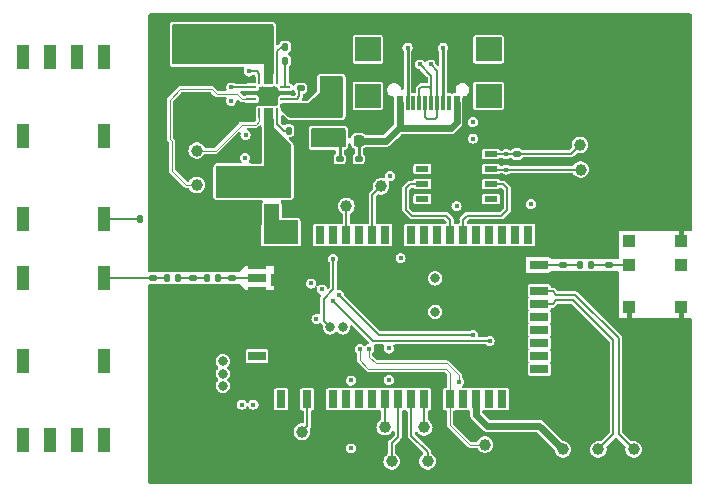
<source format=gtl>
%TF.GenerationSoftware,KiCad,Pcbnew,(7.0.0)*%
%TF.CreationDate,2023-03-08T15:02:13+02:00*%
%TF.ProjectId,SARA-R4_DevBoard,53415241-2d52-4345-9f44-6576426f6172,rev?*%
%TF.SameCoordinates,Original*%
%TF.FileFunction,Copper,L1,Top*%
%TF.FilePolarity,Positive*%
%FSLAX46Y46*%
G04 Gerber Fmt 4.6, Leading zero omitted, Abs format (unit mm)*
G04 Created by KiCad (PCBNEW (7.0.0)) date 2023-03-08 15:02:13*
%MOMM*%
%LPD*%
G01*
G04 APERTURE LIST*
G04 Aperture macros list*
%AMRoundRect*
0 Rectangle with rounded corners*
0 $1 Rounding radius*
0 $2 $3 $4 $5 $6 $7 $8 $9 X,Y pos of 4 corners*
0 Add a 4 corners polygon primitive as box body*
4,1,4,$2,$3,$4,$5,$6,$7,$8,$9,$2,$3,0*
0 Add four circle primitives for the rounded corners*
1,1,$1+$1,$2,$3*
1,1,$1+$1,$4,$5*
1,1,$1+$1,$6,$7*
1,1,$1+$1,$8,$9*
0 Add four rect primitives between the rounded corners*
20,1,$1+$1,$2,$3,$4,$5,0*
20,1,$1+$1,$4,$5,$6,$7,0*
20,1,$1+$1,$6,$7,$8,$9,0*
20,1,$1+$1,$8,$9,$2,$3,0*%
G04 Aperture macros list end*
%TA.AperFunction,SMDPad,CuDef*%
%ADD10C,1.000000*%
%TD*%
%TA.AperFunction,SMDPad,CuDef*%
%ADD11RoundRect,0.140000X-0.170000X0.140000X-0.170000X-0.140000X0.170000X-0.140000X0.170000X0.140000X0*%
%TD*%
%TA.AperFunction,SMDPad,CuDef*%
%ADD12R,1.000000X1.000000*%
%TD*%
%TA.AperFunction,SMDPad,CuDef*%
%ADD13RoundRect,0.147500X0.147500X0.172500X-0.147500X0.172500X-0.147500X-0.172500X0.147500X-0.172500X0*%
%TD*%
%TA.AperFunction,SMDPad,CuDef*%
%ADD14RoundRect,0.135000X0.185000X-0.135000X0.185000X0.135000X-0.185000X0.135000X-0.185000X-0.135000X0*%
%TD*%
%TA.AperFunction,SMDPad,CuDef*%
%ADD15RoundRect,0.140000X-0.140000X-0.170000X0.140000X-0.170000X0.140000X0.170000X-0.140000X0.170000X0*%
%TD*%
%TA.AperFunction,SMDPad,CuDef*%
%ADD16R,1.100000X0.500000*%
%TD*%
%TA.AperFunction,SMDPad,CuDef*%
%ADD17R,4.000000X4.000000*%
%TD*%
%TA.AperFunction,SMDPad,CuDef*%
%ADD18R,1.000000X2.000000*%
%TD*%
%TA.AperFunction,SMDPad,CuDef*%
%ADD19RoundRect,0.468750X1.031250X-0.468750X1.031250X0.468750X-1.031250X0.468750X-1.031250X-0.468750X0*%
%TD*%
%TA.AperFunction,SMDPad,CuDef*%
%ADD20RoundRect,0.140000X0.140000X0.170000X-0.140000X0.170000X-0.140000X-0.170000X0.140000X-0.170000X0*%
%TD*%
%TA.AperFunction,SMDPad,CuDef*%
%ADD21RoundRect,0.218750X-0.256250X0.218750X-0.256250X-0.218750X0.256250X-0.218750X0.256250X0.218750X0*%
%TD*%
%TA.AperFunction,SMDPad,CuDef*%
%ADD22RoundRect,0.147500X0.172500X-0.147500X0.172500X0.147500X-0.172500X0.147500X-0.172500X-0.147500X0*%
%TD*%
%TA.AperFunction,SMDPad,CuDef*%
%ADD23RoundRect,0.140000X0.170000X-0.140000X0.170000X0.140000X-0.170000X0.140000X-0.170000X-0.140000X0*%
%TD*%
%TA.AperFunction,SMDPad,CuDef*%
%ADD24RoundRect,0.135000X-0.135000X-0.185000X0.135000X-0.185000X0.135000X0.185000X-0.135000X0.185000X0*%
%TD*%
%TA.AperFunction,SMDPad,CuDef*%
%ADD25RoundRect,0.112500X-0.112500X0.187500X-0.112500X-0.187500X0.112500X-0.187500X0.112500X0.187500X0*%
%TD*%
%TA.AperFunction,SMDPad,CuDef*%
%ADD26R,0.600000X1.150000*%
%TD*%
%TA.AperFunction,SMDPad,CuDef*%
%ADD27R,0.300000X1.150000*%
%TD*%
%TA.AperFunction,SMDPad,CuDef*%
%ADD28R,2.180000X2.000000*%
%TD*%
%TA.AperFunction,SMDPad,CuDef*%
%ADD29RoundRect,0.062500X-0.062500X0.375000X-0.062500X-0.375000X0.062500X-0.375000X0.062500X0.375000X0*%
%TD*%
%TA.AperFunction,SMDPad,CuDef*%
%ADD30RoundRect,0.062500X-0.375000X0.062500X-0.375000X-0.062500X0.375000X-0.062500X0.375000X0.062500X0*%
%TD*%
%TA.AperFunction,SMDPad,CuDef*%
%ADD31R,1.600000X1.600000*%
%TD*%
%TA.AperFunction,SMDPad,CuDef*%
%ADD32R,0.800000X1.500000*%
%TD*%
%TA.AperFunction,SMDPad,CuDef*%
%ADD33R,1.500000X0.800000*%
%TD*%
%TA.AperFunction,SMDPad,CuDef*%
%ADD34R,1.100000X1.100000*%
%TD*%
%TA.AperFunction,SMDPad,CuDef*%
%ADD35RoundRect,0.218750X-0.218750X-0.256250X0.218750X-0.256250X0.218750X0.256250X-0.218750X0.256250X0*%
%TD*%
%TA.AperFunction,ViaPad*%
%ADD36C,0.450000*%
%TD*%
%TA.AperFunction,ViaPad*%
%ADD37C,0.800000*%
%TD*%
%TA.AperFunction,Conductor*%
%ADD38C,0.203200*%
%TD*%
%TA.AperFunction,Conductor*%
%ADD39C,0.100000*%
%TD*%
%TA.AperFunction,Conductor*%
%ADD40C,0.600000*%
%TD*%
%TA.AperFunction,Conductor*%
%ADD41C,0.200000*%
%TD*%
%TA.AperFunction,Conductor*%
%ADD42C,0.250000*%
%TD*%
G04 APERTURE END LIST*
D10*
%TO.P,TP23,1,1*%
%TO.N,/UART2_TX*%
X157540000Y-118010000D03*
%TD*%
%TO.P,TP22,1,1*%
%TO.N,/SIM_RST*%
X170500000Y-93300000D03*
%TD*%
%TO.P,TP21,1,1*%
%TO.N,GND*%
X178000000Y-117000000D03*
%TD*%
%TO.P,TP20,1,1*%
%TO.N,/UART2_RX*%
X157260000Y-115140000D03*
%TD*%
%TO.P,TP19,1,1*%
%TO.N,/VSIM*%
X170440000Y-91210000D03*
%TD*%
%TO.P,TP18,1,1*%
%TO.N,/SARA_USB_5V0*%
X169000000Y-117000000D03*
%TD*%
%TO.P,TP17,1,1*%
%TO.N,/UART2_RTS*%
X153920000Y-115120000D03*
%TD*%
%TO.P,TP15,1,1*%
%TO.N,/SARA_USB_D-*%
X172000000Y-117000000D03*
%TD*%
%TO.P,TP14,1,1*%
%TO.N,/UART2_CTS*%
X154510000Y-118020000D03*
%TD*%
%TO.P,TP13,1,1*%
%TO.N,/TIMEPULSE*%
X153590000Y-94730000D03*
%TD*%
%TO.P,TP12,1,1*%
%TO.N,/SARA_USB_D+*%
X175000000Y-117000000D03*
%TD*%
%TO.P,TP10,1,1*%
%TO.N,/V_INT*%
X146900000Y-115500000D03*
%TD*%
%TO.P,TP5,1,1*%
%TO.N,/PGOOD*%
X138000000Y-94600000D03*
%TD*%
%TO.P,TP16,1,1*%
%TO.N,/TXD_GNSS*%
X150660000Y-96390000D03*
%TD*%
%TO.P,TP11,1,1*%
%TO.N,/PWR_CTRL*%
X162400000Y-116600000D03*
%TD*%
%TO.P,TP6,1,1*%
%TO.N,/CHG*%
X138000000Y-91700000D03*
%TD*%
D11*
%TO.P,C30,1*%
%TO.N,/RF_GSM*%
X141000000Y-102520000D03*
%TO.P,C30,2*%
%TO.N,GND*%
X141000000Y-103480000D03*
%TD*%
D12*
%TO.P,ANT2,1,NC_1*%
%TO.N,unconnected-(ANT2-NC_1-Pad1)*%
X174639999Y-99379999D03*
%TO.P,ANT2,2,FEED*%
%TO.N,/RF_GNSS_FEED*%
X174639999Y-101379999D03*
%TO.P,ANT2,3,GND_1*%
%TO.N,GND*%
X174639999Y-104979999D03*
%TO.P,ANT2,4,GND_2*%
X179039999Y-104979999D03*
%TO.P,ANT2,5,NC_2*%
%TO.N,unconnected-(ANT2-NC_2-Pad5)*%
X179039999Y-101379999D03*
%TO.P,ANT2,6,GND_3*%
%TO.N,GND*%
X179039999Y-99379999D03*
%TD*%
D13*
%TO.P,L4,1*%
%TO.N,/RF_GSM*%
X139835000Y-102500000D03*
%TO.P,L4,2*%
%TO.N,Net-(C29-Pad1)*%
X138865000Y-102500000D03*
%TD*%
D14*
%TO.P,R1,1*%
%TO.N,Net-(U1-TMR)*%
X146800000Y-86410000D03*
%TO.P,R1,2*%
%TO.N,GND*%
X146800000Y-85390000D03*
%TD*%
D15*
%TO.P,C26,1*%
%TO.N,VSYS*%
X145520000Y-93200000D03*
%TO.P,C26,2*%
%TO.N,GND*%
X146480000Y-93200000D03*
%TD*%
D16*
%TO.P,U11,1,GND*%
%TO.N,GND*%
X157099999Y-91994999D03*
%TO.P,U11,2*%
%TO.N,N/C*%
X157099999Y-93264999D03*
%TO.P,U11,3,I/O*%
%TO.N,/SIM_IO*%
X157099999Y-94534999D03*
%TO.P,U11,4*%
%TO.N,N/C*%
X157099999Y-95804999D03*
%TO.P,U11,5*%
X162899999Y-95804999D03*
%TO.P,U11,6,CLK*%
%TO.N,/SIM_CLK*%
X162899999Y-94534999D03*
%TO.P,U11,7,RST*%
%TO.N,/SIM_RST*%
X162899999Y-93264999D03*
%TO.P,U11,8,VCC*%
%TO.N,/VSIM*%
X162899999Y-91994999D03*
D17*
%TO.P,U11,9,EPAD*%
%TO.N,GND*%
X159999999Y-93899999D03*
%TD*%
D18*
%TO.P,ANT1,1,NOT_USED_1*%
%TO.N,unconnected-(ANT1-NOT_USED_1-Pad1)*%
X130174999Y-116199999D03*
%TO.P,ANT1,2,NOT_USED_2*%
%TO.N,unconnected-(ANT1-NOT_USED_2-Pad2)*%
X130174999Y-109499999D03*
%TO.P,ANT1,3,FEED*%
%TO.N,/RF_GSM_FEED*%
X130174999Y-102499999D03*
%TO.P,ANT1,4,RETURN/GND*%
%TO.N,Net-(ANT1-RETURN{slash}GND)*%
X130174999Y-97499999D03*
%TO.P,ANT1,5,NOT_USED_3*%
%TO.N,unconnected-(ANT1-NOT_USED_3-Pad5)*%
X130174999Y-90499999D03*
%TO.P,ANT1,6,NOT_USED_4*%
%TO.N,unconnected-(ANT1-NOT_USED_4-Pad6)*%
X130174999Y-83799999D03*
%TO.P,ANT1,7,NOT_USED_5*%
%TO.N,unconnected-(ANT1-NOT_USED_5-Pad7)*%
X127874999Y-83799999D03*
%TO.P,ANT1,8,NOT_USED_6*%
%TO.N,unconnected-(ANT1-NOT_USED_6-Pad8)*%
X125574999Y-83799999D03*
%TO.P,ANT1,9,NOT_USED_7*%
%TO.N,unconnected-(ANT1-NOT_USED_7-Pad9)*%
X123274999Y-83799999D03*
%TO.P,ANT1,10,NOT_USED_8*%
%TO.N,unconnected-(ANT1-NOT_USED_8-Pad10)*%
X123274999Y-90499999D03*
%TO.P,ANT1,11,NOT_USED_9*%
%TO.N,unconnected-(ANT1-NOT_USED_9-Pad11)*%
X123274999Y-97499999D03*
%TO.P,ANT1,12,NOT_USED_10*%
%TO.N,unconnected-(ANT1-NOT_USED_10-Pad12)*%
X123274999Y-102499999D03*
%TO.P,ANT1,13,NOT_USED_11*%
%TO.N,unconnected-(ANT1-NOT_USED_11-Pad13)*%
X123274999Y-109499999D03*
%TO.P,ANT1,14,NOT_USED_12*%
%TO.N,unconnected-(ANT1-NOT_USED_12-Pad14)*%
X123274999Y-116199999D03*
%TO.P,ANT1,15,NOT_USED_13*%
%TO.N,unconnected-(ANT1-NOT_USED_13-Pad15)*%
X125574999Y-116199999D03*
%TO.P,ANT1,16,NOT_USED_14*%
%TO.N,unconnected-(ANT1-NOT_USED_14-Pad16)*%
X127874999Y-116199999D03*
%TD*%
D15*
%TO.P,C24,1*%
%TO.N,VSYS*%
X145520000Y-95200000D03*
%TO.P,C24,2*%
%TO.N,GND*%
X146480000Y-95200000D03*
%TD*%
D11*
%TO.P,C10,1*%
%TO.N,/VBUS*%
X150110000Y-92383750D03*
%TO.P,C10,2*%
%TO.N,GND*%
X150110000Y-93343750D03*
%TD*%
D19*
%TO.P,J1,1,Pin_1*%
%TO.N,+BATT*%
X137587500Y-83350000D03*
%TO.P,J1,2,Pin_2*%
%TO.N,GND*%
X137587500Y-88250000D03*
%TD*%
D13*
%TO.P,L6,1*%
%TO.N,GND*%
X134185000Y-97500000D03*
%TO.P,L6,2*%
%TO.N,Net-(ANT1-RETURN{slash}GND)*%
X133215000Y-97500000D03*
%TD*%
D20*
%TO.P,C27,1*%
%TO.N,VSYS*%
X144080000Y-92300000D03*
%TO.P,C27,2*%
%TO.N,GND*%
X143120000Y-92300000D03*
%TD*%
D15*
%TO.P,C1,1*%
%TO.N,Net-(U10-ANT_GNSS)*%
X170450000Y-101390000D03*
%TO.P,C1,2*%
%TO.N,/RF_GNSS_FEED*%
X171410000Y-101390000D03*
%TD*%
%TO.P,C28,1*%
%TO.N,VSYS*%
X145520000Y-92200000D03*
%TO.P,C28,2*%
%TO.N,GND*%
X146480000Y-92200000D03*
%TD*%
D21*
%TO.P,FB2,1*%
%TO.N,VSYS*%
X144300000Y-95112500D03*
%TO.P,FB2,2*%
%TO.N,VCC*%
X144300000Y-96687500D03*
%TD*%
D22*
%TO.P,L5,1*%
%TO.N,GND*%
X134300000Y-103485000D03*
%TO.P,L5,2*%
%TO.N,/RF_GSM_FEED*%
X134300000Y-102515000D03*
%TD*%
%TO.P,L1,1*%
%TO.N,GND*%
X169000000Y-102375000D03*
%TO.P,L1,2*%
%TO.N,Net-(U10-ANT_GNSS)*%
X169000000Y-101405000D03*
%TD*%
D23*
%TO.P,C32,1*%
%TO.N,/VSIM*%
X165100000Y-91980000D03*
%TO.P,C32,2*%
%TO.N,GND*%
X165100000Y-91020000D03*
%TD*%
D24*
%TO.P,R3,1*%
%TO.N,Net-(U1-ISET)*%
X145490000Y-84100000D03*
%TO.P,R3,2*%
%TO.N,GND*%
X146510000Y-84100000D03*
%TD*%
D22*
%TO.P,L2,1*%
%TO.N,GND*%
X172900000Y-102375000D03*
%TO.P,L2,2*%
%TO.N,/RF_GNSS_FEED*%
X172900000Y-101405000D03*
%TD*%
D11*
%TO.P,C31,1*%
%TO.N,Net-(C29-Pad1)*%
X137660000Y-102490000D03*
%TO.P,C31,2*%
%TO.N,GND*%
X137660000Y-103450000D03*
%TD*%
D25*
%TO.P,D1,1,K*%
%TO.N,VDC*%
X148200000Y-88050000D03*
%TO.P,D1,2,A*%
%TO.N,/VBUS*%
X148200000Y-90150000D03*
%TD*%
D24*
%TO.P,R4,1*%
%TO.N,Net-(U1-TS)*%
X145490000Y-82900000D03*
%TO.P,R4,2*%
%TO.N,GND*%
X146510000Y-82900000D03*
%TD*%
D20*
%TO.P,C29,1*%
%TO.N,Net-(C29-Pad1)*%
X136430000Y-102500000D03*
%TO.P,C29,2*%
%TO.N,/RF_GSM_FEED*%
X135470000Y-102500000D03*
%TD*%
D24*
%TO.P,R2,1*%
%TO.N,Net-(U1-ILIM)*%
X145790000Y-90000000D03*
%TO.P,R2,2*%
%TO.N,GND*%
X146810000Y-90000000D03*
%TD*%
D11*
%TO.P,C3,1*%
%TO.N,+BATT*%
X141200000Y-84020000D03*
%TO.P,C3,2*%
%TO.N,GND*%
X141200000Y-84980000D03*
%TD*%
D26*
%TO.P,J2,A1/B12,GND*%
%TO.N,GND*%
X160799999Y-87637499D03*
%TO.P,J2,A4/B9,VBUS*%
%TO.N,Net-(C11-Pad1)*%
X159999999Y-87637499D03*
D27*
%TO.P,J2,A5,CC1*%
%TO.N,Net-(J2-CC1)*%
X158849999Y-87637499D03*
%TO.P,J2,A6,D+*%
%TO.N,/USB_D+*%
X157849999Y-87637499D03*
%TO.P,J2,A7,D-*%
%TO.N,/USB_D-*%
X157349999Y-87637499D03*
%TO.P,J2,A8,SBU1*%
%TO.N,unconnected-(J2-SBU1-PadA8)*%
X156349999Y-87637499D03*
D26*
%TO.P,J2,B1/A12,GND*%
%TO.N,GND*%
X154399999Y-87637499D03*
%TO.P,J2,B4/A9,VBUS*%
%TO.N,Net-(C11-Pad1)*%
X155199999Y-87637499D03*
D27*
%TO.P,J2,B5,CC2*%
%TO.N,Net-(J2-CC2)*%
X155849999Y-87637499D03*
%TO.P,J2,B6,D+*%
%TO.N,/USB_D+*%
X156849999Y-87637499D03*
%TO.P,J2,B7,D-*%
%TO.N,/USB_D-*%
X158349999Y-87637499D03*
%TO.P,J2,B8,SBU2*%
%TO.N,unconnected-(J2-SBU2-PadB8)*%
X159349999Y-87637499D03*
D28*
%TO.P,J2,S1*%
%TO.N,N/C*%
X162709999Y-87062499D03*
%TO.P,J2,S2*%
X152489999Y-87062499D03*
%TO.P,J2,S3*%
X162709999Y-83132499D03*
%TO.P,J2,S4*%
X152489999Y-83132499D03*
%TD*%
D20*
%TO.P,C2,1*%
%TO.N,VSYS*%
X144080000Y-91560000D03*
%TO.P,C2,2*%
%TO.N,GND*%
X143120000Y-91560000D03*
%TD*%
D29*
%TO.P,U1,1,TS*%
%TO.N,Net-(U1-TS)*%
X144812500Y-85656250D03*
%TO.P,U1,2,BAT*%
%TO.N,+BATT*%
X144312500Y-85656250D03*
%TO.P,U1,3,BAT*%
X143812500Y-85656250D03*
%TO.P,U1,4,~{CE}*%
%TO.N,/BOOT{slash}CE*%
X143312500Y-85656250D03*
D30*
%TO.P,U1,5,EN2*%
%TO.N,VSYS*%
X142625000Y-86343750D03*
%TO.P,U1,6,EN1*%
%TO.N,GND*%
X142625000Y-86843750D03*
%TO.P,U1,7,~{PGOOD}*%
%TO.N,/PGOOD*%
X142625000Y-87343750D03*
%TO.P,U1,8,VSS*%
%TO.N,GND*%
X142625000Y-87843750D03*
D29*
%TO.P,U1,9,~{CHG}*%
%TO.N,/CHG*%
X143312500Y-88531250D03*
%TO.P,U1,10,OUT*%
%TO.N,VSYS*%
X143812500Y-88531250D03*
%TO.P,U1,11,OUT*%
X144312500Y-88531250D03*
%TO.P,U1,12,ILIM*%
%TO.N,Net-(U1-ILIM)*%
X144812500Y-88531250D03*
D30*
%TO.P,U1,13,IN*%
%TO.N,VDC*%
X145500000Y-87843750D03*
%TO.P,U1,14,TMR*%
%TO.N,Net-(U1-TMR)*%
X145500000Y-87343750D03*
%TO.P,U1,15,SYSOFF*%
%TO.N,GND*%
X145500000Y-86843750D03*
%TO.P,U1,16,ISET*%
%TO.N,Net-(U1-ISET)*%
X145500000Y-86343750D03*
D31*
%TO.P,U1,17,VSS*%
%TO.N,GND*%
X144062499Y-87093749D03*
%TD*%
D32*
%TO.P,U10,1,GND*%
%TO.N,GND*%
X144059999Y-112749999D03*
%TO.P,U10,2,USB_3V3*%
%TO.N,unconnected-(U10-USB_3V3-Pad2)*%
X145159999Y-112749999D03*
%TO.P,U10,3,GND*%
%TO.N,GND*%
X146259999Y-112749999D03*
%TO.P,U10,4,V_INT*%
%TO.N,/V_INT*%
X147359999Y-112749999D03*
%TO.P,U10,5,GND*%
%TO.N,GND*%
X148459999Y-112749999D03*
%TO.P,U10,6,DSR*%
%TO.N,unconnected-(U10-DSR-Pad6)*%
X149559999Y-112749999D03*
%TO.P,U10,7,RI*%
%TO.N,unconnected-(U10-RI-Pad7)*%
X150659999Y-112749999D03*
%TO.P,U10,8,DCD*%
%TO.N,unconnected-(U10-DCD-Pad8)*%
X151759999Y-112749999D03*
%TO.P,U10,9,DTR*%
%TO.N,unconnected-(U10-DTR-Pad9)*%
X152859999Y-112749999D03*
%TO.P,U10,10,RTS*%
%TO.N,/UART2_RTS*%
X153959999Y-112749999D03*
%TO.P,U10,11,CTS*%
%TO.N,/UART2_CTS*%
X155059999Y-112749999D03*
%TO.P,U10,12,TXD*%
%TO.N,/UART2_TX*%
X156159999Y-112749999D03*
%TO.P,U10,13,RXD*%
%TO.N,/UART2_RX*%
X157259999Y-112749999D03*
%TO.P,U10,14,GND*%
%TO.N,GND*%
X158359999Y-112749999D03*
%TO.P,U10,15,PWR_CTRL*%
%TO.N,/PWR_CTRL*%
X159459999Y-112749999D03*
%TO.P,U10,16,GPIO1*%
%TO.N,unconnected-(U10-GPIO1-Pad16)*%
X160559999Y-112749999D03*
%TO.P,U10,17,USB_5V0*%
%TO.N,/SARA_USB_5V0*%
X161659999Y-112749999D03*
%TO.P,U10,18*%
%TO.N,N/C*%
X162759999Y-112749999D03*
%TO.P,U10,19,GPIO6*%
%TO.N,unconnected-(U10-GPIO6-Pad19)*%
X163859999Y-112749999D03*
%TO.P,U10,20,GND*%
%TO.N,GND*%
X164959999Y-112749999D03*
%TO.P,U10,21,GND*%
X166059999Y-112749999D03*
D33*
%TO.P,U10,22,GND*%
X167009999Y-111299999D03*
%TO.P,U10,23,GPIO2*%
%TO.N,unconnected-(U10-GPIO2-Pad23)*%
X167009999Y-110199999D03*
%TO.P,U10,24,GPIO3*%
%TO.N,unconnected-(U10-GPIO3-Pad24)*%
X167009999Y-109099999D03*
%TO.P,U10,25,GPIO4*%
%TO.N,unconnected-(U10-GPIO4-Pad25)*%
X167009999Y-107999999D03*
%TO.P,U10,26,SDA*%
%TO.N,unconnected-(U10-SDA-Pad26)*%
X167009999Y-106899999D03*
%TO.P,U10,27,SCL*%
%TO.N,unconnected-(U10-SCL-Pad27)*%
X167009999Y-105799999D03*
%TO.P,U10,28,USB_D-*%
%TO.N,/SARA_USB_D-*%
X167009999Y-104699999D03*
%TO.P,U10,29,USB_D+*%
%TO.N,/SARA_USB_D+*%
X167009999Y-103599999D03*
%TO.P,U10,30,GND*%
%TO.N,GND*%
X167009999Y-102499999D03*
%TO.P,U10,31,ANT_GNSS*%
%TO.N,Net-(U10-ANT_GNSS)*%
X167009999Y-101399999D03*
%TO.P,U10,32,GND*%
%TO.N,GND*%
X167009999Y-100299999D03*
D32*
%TO.P,U10,33*%
%TO.N,N/C*%
X166059999Y-98849999D03*
%TO.P,U10,34,I2S_WA*%
%TO.N,unconnected-(U10-I2S_WA-Pad34)*%
X164959999Y-98849999D03*
%TO.P,U10,35,I2S_TXD*%
%TO.N,unconnected-(U10-I2S_TXD-Pad35)*%
X163859999Y-98849999D03*
%TO.P,U10,36,I2S_CLK*%
%TO.N,unconnected-(U10-I2S_CLK-Pad36)*%
X162759999Y-98849999D03*
%TO.P,U10,37,I2S_RXD*%
%TO.N,unconnected-(U10-I2S_RXD-Pad37)*%
X161659999Y-98849999D03*
%TO.P,U10,38,SIM_CLK*%
%TO.N,/SIM_CLK*%
X160559999Y-98849999D03*
%TO.P,U10,39,SIM_IO*%
%TO.N,/SIM_IO*%
X159459999Y-98849999D03*
%TO.P,U10,40,SIM_RST*%
%TO.N,/SIM_RST*%
X158359999Y-98849999D03*
%TO.P,U10,41,VSIM*%
%TO.N,/VSIM*%
X157259999Y-98849999D03*
%TO.P,U10,42,GPIO5*%
%TO.N,unconnected-(U10-GPIO5-Pad42)*%
X156159999Y-98849999D03*
%TO.P,U10,43,GND*%
%TO.N,GND*%
X155059999Y-98849999D03*
%TO.P,U10,44,ANT_ON*%
%TO.N,unconnected-(U10-ANT_ON-Pad44)*%
X153959999Y-98849999D03*
%TO.P,U10,45,TIMEPULSE*%
%TO.N,/TIMEPULSE*%
X152859999Y-98849999D03*
%TO.P,U10,46,EXTINT*%
%TO.N,unconnected-(U10-EXTINT-Pad46)*%
X151759999Y-98849999D03*
%TO.P,U10,47,TXD_GNSS*%
%TO.N,/TXD_GNSS*%
X150659999Y-98849999D03*
%TO.P,U10,48*%
%TO.N,N/C*%
X149559999Y-98849999D03*
%TO.P,U10,49*%
X148459999Y-98849999D03*
%TO.P,U10,50,GND*%
%TO.N,GND*%
X147359999Y-98849999D03*
%TO.P,U10,51,VCC*%
%TO.N,VCC*%
X146259999Y-98849999D03*
%TO.P,U10,52,VCC*%
X145159999Y-98849999D03*
%TO.P,U10,53,VCC*%
X144059999Y-98849999D03*
D33*
%TO.P,U10,54,GND*%
%TO.N,GND*%
X143109999Y-100299999D03*
%TO.P,U10,55,GND*%
X143109999Y-101399999D03*
%TO.P,U10,56,ANT*%
%TO.N,/RF_GSM*%
X143109999Y-102499999D03*
%TO.P,U10,57,GND*%
%TO.N,GND*%
X143109999Y-103599999D03*
%TO.P,U10,58,GND*%
X143109999Y-104699999D03*
%TO.P,U10,59,GND*%
X143109999Y-105799999D03*
%TO.P,U10,60,GND*%
X143109999Y-106899999D03*
%TO.P,U10,61,GND*%
X143109999Y-107999999D03*
%TO.P,U10,62,ANT_DET*%
%TO.N,unconnected-(U10-ANT_DET-Pad62)*%
X143109999Y-109099999D03*
%TO.P,U10,63,GND*%
%TO.N,GND*%
X143109999Y-110199999D03*
%TO.P,U10,64,GND*%
X143109999Y-111299999D03*
D34*
%TO.P,U10,65,GND*%
X144809999Y-111049999D03*
%TO.P,U10,66,GND*%
X144809999Y-108949999D03*
%TO.P,U10,67,GND*%
X144809999Y-106849999D03*
%TO.P,U10,68,GND*%
X144809999Y-104749999D03*
%TO.P,U10,69,GND*%
X144809999Y-102649999D03*
%TO.P,U10,70,GND*%
X144809999Y-100549999D03*
%TO.P,U10,71,GND*%
X146609999Y-111049999D03*
%TO.P,U10,72,GND*%
X146609999Y-108949999D03*
%TO.P,U10,73,GND*%
X146609999Y-106849999D03*
%TO.P,U10,74,GND*%
X146609999Y-104749999D03*
%TO.P,U10,75,GND*%
X146609999Y-102649999D03*
%TO.P,U10,76,GND*%
X146609999Y-100549999D03*
%TO.P,U10,77,GND*%
X148409999Y-111049999D03*
%TO.P,U10,78,GND*%
X148409999Y-100549999D03*
%TO.P,U10,79,GND*%
X152009999Y-111049999D03*
%TO.P,U10,80,GND*%
X152009999Y-100549999D03*
%TO.P,U10,81,GND*%
X158109999Y-111049999D03*
%TO.P,U10,82,GND*%
X158109999Y-100549999D03*
%TO.P,U10,83,GND*%
X161709999Y-111049999D03*
%TO.P,U10,84,GND*%
X161709999Y-100549999D03*
%TO.P,U10,85,GND*%
X163509999Y-111049999D03*
%TO.P,U10,86,GND*%
X163509999Y-108949999D03*
%TO.P,U10,87,GND*%
X163509999Y-106849999D03*
%TO.P,U10,88,GND*%
X163509999Y-104749999D03*
%TO.P,U10,89,GND*%
X163509999Y-102649999D03*
%TO.P,U10,90,GND*%
X163509999Y-100549999D03*
%TO.P,U10,91,GND*%
X165309999Y-111049999D03*
%TO.P,U10,92,GND*%
X165309999Y-108949999D03*
%TO.P,U10,93,GND*%
X165309999Y-106849999D03*
%TO.P,U10,94,GND*%
X165309999Y-104749999D03*
%TO.P,U10,95,GND*%
X165309999Y-102649999D03*
%TO.P,U10,96,GND*%
X165309999Y-100549999D03*
%TD*%
D11*
%TO.P,C11,1*%
%TO.N,Net-(C11-Pad1)*%
X151710000Y-92383750D03*
%TO.P,C11,2*%
%TO.N,GND*%
X151710000Y-93343750D03*
%TD*%
D35*
%TO.P,FB1,1*%
%TO.N,/VBUS*%
X150122500Y-90863750D03*
%TO.P,FB1,2*%
%TO.N,Net-(C11-Pad1)*%
X151697500Y-90863750D03*
%TD*%
D15*
%TO.P,C25,1*%
%TO.N,VSYS*%
X145520000Y-94200000D03*
%TO.P,C25,2*%
%TO.N,GND*%
X146480000Y-94200000D03*
%TD*%
D36*
%TO.N,GND*%
X177900000Y-106320000D03*
X176410000Y-106320000D03*
X175800000Y-97000000D03*
X177500000Y-97000000D03*
X174200000Y-97000000D03*
X172900000Y-99100000D03*
X172900000Y-100300000D03*
X177900000Y-98200000D03*
X176400000Y-98200000D03*
X173400000Y-98200000D03*
X179200000Y-98200000D03*
X174800000Y-98200000D03*
X173400000Y-105000000D03*
X179050000Y-106310000D03*
X174650000Y-106320000D03*
X167300000Y-98000000D03*
X167300000Y-99100000D03*
X169000000Y-98000000D03*
X170800000Y-98100000D03*
X168200000Y-98000000D03*
X168200000Y-99100000D03*
X169000000Y-99100000D03*
X170800000Y-99400000D03*
X171400000Y-100300000D03*
X170100000Y-100300000D03*
X170800000Y-103300000D03*
X172900000Y-103300000D03*
X171400000Y-102500000D03*
X170100000Y-102500000D03*
X168200000Y-100300000D03*
X168200000Y-102500000D03*
X169000000Y-103300000D03*
X169000000Y-100300000D03*
D37*
X176000000Y-93000000D03*
X176000000Y-96000000D03*
X179000000Y-96000000D03*
X179000000Y-93000000D03*
X179000000Y-90000000D03*
X179000000Y-87000000D03*
X179000000Y-84000000D03*
X139000000Y-93000000D03*
X139000000Y-96000000D03*
X137000000Y-96000000D03*
X137000000Y-93000000D03*
X137000000Y-99000000D03*
X139000000Y-99000000D03*
X139000000Y-101000000D03*
X137000000Y-101000000D03*
X135000000Y-101000000D03*
X135000000Y-99000000D03*
X135000000Y-96000000D03*
X135000000Y-93000000D03*
X135000000Y-90000000D03*
X135000000Y-87000000D03*
X135000000Y-84000000D03*
X135000000Y-81000000D03*
X154000000Y-81000000D03*
X164000000Y-81000000D03*
X167000000Y-81000000D03*
X170000000Y-81000000D03*
X176000000Y-81000000D03*
X179000000Y-81000000D03*
X156000000Y-117000000D03*
X159000000Y-117000000D03*
X159000000Y-119000000D03*
X156000000Y-119000000D03*
X153000000Y-117000000D03*
X147000000Y-117000000D03*
X153000000Y-119000000D03*
X150000000Y-119000000D03*
X147000000Y-119000000D03*
X143400000Y-119000000D03*
X143000000Y-117000000D03*
X141200000Y-119000000D03*
X137000000Y-117000000D03*
X137000000Y-115000000D03*
X139000000Y-113000000D03*
X137000000Y-113000000D03*
X139000000Y-107000000D03*
X137000000Y-111000000D03*
X137000000Y-109000000D03*
X137000000Y-107000000D03*
X135000000Y-105000000D03*
X135000000Y-107000000D03*
X135000000Y-109000000D03*
X135000000Y-111000000D03*
X135000000Y-113000000D03*
X135000000Y-115000000D03*
X135000000Y-117000000D03*
X138000000Y-119000000D03*
X135000000Y-119000000D03*
X171000000Y-107000000D03*
X171000000Y-109000000D03*
X169000000Y-107000000D03*
X169000000Y-109000000D03*
X169000000Y-112000000D03*
X169000000Y-114000000D03*
X172000000Y-114000000D03*
X172000000Y-112000000D03*
X176000000Y-112000000D03*
X176000000Y-110000000D03*
X176000000Y-108000000D03*
X179000000Y-108000000D03*
X179000000Y-110000000D03*
X179000000Y-112000000D03*
X175000000Y-114000000D03*
X177000000Y-114000000D03*
X179000000Y-114000000D03*
X166000000Y-119000000D03*
X169000000Y-119000000D03*
X172000000Y-119000000D03*
X177000000Y-119000000D03*
X179000000Y-119000000D03*
D36*
X160000000Y-93900000D03*
X162400000Y-101600000D03*
X154990000Y-103710000D03*
D37*
X153600000Y-89300000D03*
D36*
X163800000Y-103700000D03*
X144500000Y-87500000D03*
X162600000Y-103300000D03*
D37*
X149700000Y-82400000D03*
X145710000Y-103700000D03*
X152500000Y-89300000D03*
X138800000Y-90000000D03*
D36*
X158400000Y-109200000D03*
D37*
X161700000Y-109600000D03*
D36*
X154000000Y-104700000D03*
X145700000Y-100600000D03*
X154990000Y-104700000D03*
D37*
X160470000Y-100540000D03*
D36*
X161000000Y-103700000D03*
X161000000Y-106700000D03*
X161000000Y-101400000D03*
D37*
X148590000Y-96900000D03*
X145700000Y-101600000D03*
D36*
X153010000Y-103700000D03*
X165810000Y-88330000D03*
X162565000Y-119010000D03*
D37*
X151400000Y-89300000D03*
D36*
X154000000Y-103710000D03*
X143600000Y-87500000D03*
D37*
X140220000Y-113080000D03*
D36*
X146000000Y-82000000D03*
D37*
X139730000Y-114090000D03*
D36*
X165725000Y-108950000D03*
X177090000Y-86090000D03*
X148300000Y-115430000D03*
X154990000Y-105710000D03*
X165120000Y-87540000D03*
X163800000Y-105700000D03*
X161000000Y-108500000D03*
D37*
X139720000Y-115180000D03*
D36*
X160200000Y-108500000D03*
X153010000Y-104690000D03*
X160300000Y-106000000D03*
X177100000Y-85040000D03*
X161700000Y-103700000D03*
X153010000Y-105700000D03*
X162600000Y-104100000D03*
X161000000Y-106000000D03*
D37*
X147300000Y-96910000D03*
D36*
X163200000Y-105700000D03*
X147800000Y-82300000D03*
X144500000Y-86700000D03*
D37*
X146010000Y-96930000D03*
D36*
X164485000Y-119010000D03*
X162400000Y-105800000D03*
X165110000Y-88330000D03*
X161700000Y-106000000D03*
X145310000Y-107920000D03*
X176220000Y-84280000D03*
X152000000Y-111000000D03*
D37*
X147690000Y-109880000D03*
D36*
X165110000Y-90350000D03*
D37*
X159460000Y-100540000D03*
D36*
X163525000Y-116110000D03*
D37*
X136400000Y-90000000D03*
D36*
X163200000Y-103700000D03*
X161700000Y-101400000D03*
X163800000Y-101700000D03*
D37*
X137600000Y-90000000D03*
D36*
X143600000Y-86700000D03*
X163525000Y-117130000D03*
X155960000Y-92260000D03*
D37*
X146260000Y-114150000D03*
D36*
X158900000Y-108600000D03*
X154000000Y-105710000D03*
X162565000Y-118000000D03*
D37*
X147500000Y-101600000D03*
X148850000Y-109890000D03*
X150650000Y-100510000D03*
D36*
X157050000Y-91190000D03*
X163200000Y-101700000D03*
X164485000Y-117990000D03*
D37*
X169980000Y-96180000D03*
D36*
%TO.N,+1V8*%
X142130000Y-90380000D03*
X151070000Y-111160000D03*
D37*
X149310000Y-106670000D03*
D36*
X151080000Y-116910000D03*
D37*
X158200000Y-102520000D03*
X158190000Y-105340000D03*
D36*
X149560000Y-100870000D03*
D37*
X150380000Y-106670000D03*
D36*
%TO.N,/PWR_CTRL*%
X151800000Y-108500000D03*
%TO.N,/UART1_RX*%
X140925000Y-87475000D03*
X142100000Y-92300000D03*
%TO.N,VSYS*%
X140930000Y-86350000D03*
D37*
X140200000Y-110600000D03*
D36*
X166290000Y-96220000D03*
D37*
X140200000Y-93480000D03*
D36*
X145070000Y-90790000D03*
D37*
X140200000Y-95100000D03*
X140200000Y-111620000D03*
X140200000Y-109520000D03*
D36*
%TO.N,/SIM_RST*%
X164200000Y-93300000D03*
X158350000Y-98840000D03*
%TO.N,/VSIM*%
X164200000Y-92000000D03*
X157260000Y-98840000D03*
%TO.N,/UART2_RX*%
X157250000Y-112750000D03*
%TO.N,Net-(J2-CC1)*%
X158850000Y-82980000D03*
%TO.N,/SPI1_MISO*%
X154250000Y-111130000D03*
X154250000Y-108450000D03*
%TO.N,Net-(J2-CC2)*%
X155850000Y-82980000D03*
%TO.N,/UART2_TX*%
X156150000Y-112750000D03*
%TO.N,/CAN_RX*%
X149560000Y-104460000D03*
X162800000Y-107800000D03*
%TO.N,/CAN_TX*%
X161400000Y-107300000D03*
X150070000Y-103950000D03*
%TO.N,/I2C1_SCL*%
X161380000Y-89300000D03*
X161380000Y-90680000D03*
%TO.N,/USB_D+*%
X156900000Y-84400000D03*
%TO.N,/USB_D-*%
X157800000Y-84400000D03*
%TO.N,/SWDIO{slash}IO2*%
X148600000Y-103450000D03*
X142800000Y-113200000D03*
%TO.N,/SWCLK{slash}IO3*%
X147650000Y-102950000D03*
X141800000Y-113200000D03*
%TO.N,/UART2_RTS*%
X153930000Y-112750000D03*
%TO.N,/UART2_CTS*%
X155050000Y-112750000D03*
%TO.N,/CAN_STB*%
X152600000Y-108500000D03*
X160220000Y-111270000D03*
%TO.N,/IMU_INT1*%
X148140000Y-105950000D03*
X160000000Y-96410000D03*
%TO.N,/BOOT{slash}CE*%
X142400000Y-85000000D03*
X155260000Y-100820000D03*
X154370000Y-93870000D03*
D37*
%TO.N,/VBUS*%
X148200000Y-90900000D03*
%TD*%
D38*
%TO.N,/BOOT{slash}CE*%
X143312500Y-85212500D02*
X143312500Y-85656250D01*
X142400000Y-85000000D02*
X143100000Y-85000000D01*
X143100000Y-85000000D02*
X143312500Y-85212500D01*
%TO.N,/RF_GNSS_FEED*%
X172900000Y-101405000D02*
X171425000Y-101405000D01*
X171425000Y-101405000D02*
X171410000Y-101390000D01*
%TO.N,/RF_GSM_FEED*%
X134435000Y-102500000D02*
X130175000Y-102500000D01*
X134450000Y-102515000D02*
X134435000Y-102500000D01*
X135455000Y-102515000D02*
X134450000Y-102515000D01*
X135470000Y-102500000D02*
X135455000Y-102515000D01*
%TO.N,/BOOT{slash}CE*%
X142400000Y-85000000D02*
X142600000Y-85000000D01*
D39*
%TO.N,/PWR_CTRL*%
X161100000Y-116600000D02*
X159460000Y-114960000D01*
X159460000Y-114960000D02*
X159460000Y-112750000D01*
X162400000Y-116600000D02*
X161100000Y-116600000D01*
%TO.N,/PGOOD*%
X137100000Y-94600000D02*
X138000000Y-94600000D01*
X135900000Y-93400000D02*
X137100000Y-94600000D01*
X135900000Y-90887132D02*
X135900000Y-93400000D01*
X135700000Y-87400000D02*
X135700000Y-90687132D01*
X136600000Y-86500000D02*
X135700000Y-87400000D01*
X139300000Y-86500000D02*
X136600000Y-86500000D01*
X139700000Y-86900000D02*
X139300000Y-86500000D01*
X135700000Y-90687132D02*
X135900000Y-90887132D01*
X141400000Y-86900000D02*
X139700000Y-86900000D01*
X142625000Y-87343750D02*
X141843750Y-87343750D01*
X141843750Y-87343750D02*
X141400000Y-86900000D01*
%TO.N,/CHG*%
X143312500Y-89187500D02*
X143312500Y-88531250D01*
X143000000Y-89500000D02*
X143312500Y-89187500D01*
X139600000Y-91700000D02*
X141800000Y-89500000D01*
X141800000Y-89500000D02*
X143000000Y-89500000D01*
X138000000Y-91700000D02*
X139600000Y-91700000D01*
D38*
%TO.N,/V_INT*%
X147360000Y-115040000D02*
X146900000Y-115500000D01*
X147360000Y-112750000D02*
X147360000Y-115040000D01*
%TO.N,/UART2_TX*%
X156160000Y-115850000D02*
X157540000Y-117230000D01*
X156160000Y-112750000D02*
X156160000Y-115850000D01*
X157540000Y-117230000D02*
X157540000Y-118010000D01*
%TO.N,/UART2_RX*%
X157260000Y-115140000D02*
X157260000Y-112750000D01*
%TO.N,/UART2_CTS*%
X155060000Y-115910000D02*
X155060000Y-112750000D01*
X154510000Y-116460000D02*
X155060000Y-115910000D01*
X154510000Y-118020000D02*
X154510000Y-116460000D01*
%TO.N,/UART2_RTS*%
X153920000Y-112760000D02*
X153920000Y-115120000D01*
X153930000Y-112750000D02*
X153920000Y-112760000D01*
%TO.N,/TIMEPULSE*%
X152860000Y-95460000D02*
X153590000Y-94730000D01*
X152860000Y-98850000D02*
X152860000Y-95460000D01*
%TO.N,/VSIM*%
X165100000Y-91980000D02*
X169670000Y-91980000D01*
X169670000Y-91980000D02*
X170440000Y-91210000D01*
%TO.N,/TXD_GNSS*%
X150660000Y-98850000D02*
X150660000Y-96390000D01*
%TO.N,/SIM_RST*%
X164200000Y-93300000D02*
X170500000Y-93300000D01*
D40*
%TO.N,/SARA_USB_5V0*%
X166990000Y-114990000D02*
X169000000Y-117000000D01*
X162550000Y-114990000D02*
X166990000Y-114990000D01*
X161660000Y-114100000D02*
X162550000Y-114990000D01*
X161660000Y-112750000D02*
X161660000Y-114100000D01*
D41*
%TO.N,/SARA_USB_D-*%
X168135001Y-104700000D02*
X167010000Y-104700000D01*
X168460001Y-104375000D02*
X168135001Y-104700000D01*
X169876800Y-104375000D02*
X168460001Y-104375000D01*
X173274999Y-107773199D02*
X169876800Y-104375000D01*
X173274999Y-115725001D02*
X173274999Y-107773199D01*
X172000000Y-117000000D02*
X173274999Y-115725001D01*
%TO.N,/SARA_USB_D+*%
X168135001Y-103600000D02*
X167010000Y-103600000D01*
X168460001Y-103925000D02*
X168135001Y-103600000D01*
X173725001Y-115725001D02*
X173725001Y-107586801D01*
X170063200Y-103925000D02*
X168460001Y-103925000D01*
X175000000Y-117000000D02*
X173725001Y-115725001D01*
X173725001Y-107586801D02*
X170063200Y-103925000D01*
D38*
%TO.N,/RF_GSM*%
X141070000Y-102500000D02*
X143100000Y-102500000D01*
X139835000Y-102500000D02*
X141030000Y-102500000D01*
X141030000Y-102500000D02*
X141050000Y-102520000D01*
X141050000Y-102520000D02*
X141070000Y-102500000D01*
%TO.N,/RF_GSM_FEED*%
X130175000Y-102325000D02*
X130175000Y-102500000D01*
D39*
%TO.N,/RF_GNSS_FEED*%
X171275000Y-101405000D02*
X171270000Y-101400000D01*
D38*
X173030000Y-101390000D02*
X174790000Y-101390000D01*
X174790000Y-101390000D02*
X174800000Y-101400000D01*
%TO.N,+1V8*%
X149560000Y-103430000D02*
X148760000Y-104230000D01*
X148760000Y-106120000D02*
X149310000Y-106670000D01*
X148760000Y-104230000D02*
X148760000Y-106120000D01*
X149560000Y-100870000D02*
X149560000Y-103430000D01*
%TO.N,Net-(ANT1-RETURN{slash}GND)*%
X133215000Y-97500000D02*
X130175000Y-97500000D01*
D39*
%TO.N,/PWR_CTRL*%
X151800000Y-109430000D02*
X152530000Y-110160000D01*
X152530000Y-110160000D02*
X159090000Y-110160000D01*
X159090000Y-110160000D02*
X159460000Y-110530000D01*
X151800000Y-108500000D02*
X151800000Y-109430000D01*
X159460000Y-110530000D02*
X159460000Y-112750000D01*
D38*
%TO.N,Net-(U10-ANT_GNSS)*%
X170440000Y-101400000D02*
X167000000Y-101400000D01*
X170450000Y-101390000D02*
X170440000Y-101400000D01*
%TO.N,VSYS*%
X140930000Y-86350000D02*
X140930000Y-86330000D01*
X140943750Y-86343750D02*
X140950000Y-86350000D01*
X142625000Y-86343750D02*
X140943750Y-86343750D01*
X140930000Y-86330000D02*
X140940000Y-86340000D01*
X140950000Y-86350000D02*
X140930000Y-86350000D01*
%TO.N,/SIM_CLK*%
X163935000Y-94535000D02*
X164300000Y-94900000D01*
X164300000Y-94900000D02*
X164300000Y-96700000D01*
X164300000Y-96700000D02*
X163800000Y-97200000D01*
X160550000Y-97550000D02*
X160550000Y-98850000D01*
X163800000Y-97200000D02*
X160900000Y-97200000D01*
X162900000Y-94535000D02*
X163935000Y-94535000D01*
X160900000Y-97200000D02*
X160550000Y-97550000D01*
%TO.N,/SIM_IO*%
X156200000Y-97200000D02*
X159100000Y-97200000D01*
X155700000Y-96700000D02*
X156200000Y-97200000D01*
X155700000Y-94900000D02*
X155700000Y-96700000D01*
X159450000Y-97550000D02*
X159450000Y-98850000D01*
X156065000Y-94535000D02*
X155700000Y-94900000D01*
X157100000Y-94535000D02*
X156065000Y-94535000D01*
X159100000Y-97200000D02*
X159450000Y-97550000D01*
%TO.N,/SIM_RST*%
X162935000Y-93300000D02*
X162900000Y-93265000D01*
X164200000Y-93300000D02*
X162935000Y-93300000D01*
%TO.N,/VSIM*%
X164200000Y-92000000D02*
X165080000Y-92000000D01*
X164195000Y-91995000D02*
X164200000Y-92000000D01*
D39*
X165080000Y-92000000D02*
X165100000Y-91980000D01*
D38*
X162900000Y-91995000D02*
X164195000Y-91995000D01*
%TO.N,Net-(C29-Pad1)*%
X136430000Y-102500000D02*
X138865000Y-102500000D01*
D42*
%TO.N,Net-(J2-CC1)*%
X158850000Y-87637500D02*
X158850000Y-82980000D01*
%TO.N,Net-(J2-CC2)*%
X155850000Y-87637500D02*
X155850000Y-82980000D01*
D39*
%TO.N,/UART2_TX*%
X156180000Y-112720000D02*
X156150000Y-112750000D01*
D38*
%TO.N,/CAN_RX*%
X162800000Y-107800000D02*
X152900000Y-107800000D01*
X152900000Y-107800000D02*
X149560000Y-104460000D01*
%TO.N,/CAN_TX*%
X153420000Y-107300000D02*
X161400000Y-107300000D01*
X150070000Y-103950000D02*
X153420000Y-107300000D01*
%TO.N,/USB_D+*%
X156850000Y-86450000D02*
X157000000Y-86300000D01*
D41*
X157875000Y-85375000D02*
X156900000Y-84400000D01*
X157875000Y-86749999D02*
X157875000Y-85375000D01*
D38*
X157000000Y-86300000D02*
X157700000Y-86300000D01*
D41*
X157850000Y-87637500D02*
X157850000Y-86774999D01*
D38*
X156850000Y-87637500D02*
X156850000Y-86450000D01*
D41*
X157850000Y-86774999D02*
X157875000Y-86749999D01*
D38*
X157850000Y-86450000D02*
X157850000Y-87637500D01*
X157700000Y-86300000D02*
X157850000Y-86450000D01*
D41*
%TO.N,/USB_D-*%
X158325000Y-86749999D02*
X158325000Y-84925000D01*
D38*
X158200000Y-89000000D02*
X158350000Y-88850000D01*
X157350000Y-87637500D02*
X157350000Y-88850000D01*
D41*
X158350000Y-86774999D02*
X158325000Y-86749999D01*
D38*
X157500000Y-89000000D02*
X158200000Y-89000000D01*
D41*
X158350000Y-87637500D02*
X158350000Y-86774999D01*
D38*
X157350000Y-88850000D02*
X157500000Y-89000000D01*
X158350000Y-88850000D02*
X158350000Y-87637500D01*
D41*
X158325000Y-84925000D02*
X157800000Y-84400000D01*
D38*
%TO.N,Net-(U1-TMR)*%
X145500000Y-87343750D02*
X146456250Y-87343750D01*
X146700000Y-86510000D02*
X146800000Y-86410000D01*
X146700000Y-87100000D02*
X146700000Y-86510000D01*
X146456250Y-87343750D02*
X146700000Y-87100000D01*
%TO.N,Net-(U1-ILIM)*%
X144812500Y-88531250D02*
X144812500Y-89412500D01*
X145400000Y-90000000D02*
X145790000Y-90000000D01*
X144812500Y-89412500D02*
X145400000Y-90000000D01*
%TO.N,Net-(U1-ISET)*%
X145490000Y-86333750D02*
X145490000Y-84100000D01*
X145500000Y-86343750D02*
X145490000Y-86333750D01*
%TO.N,Net-(U1-TS)*%
X144812500Y-83287500D02*
X145200000Y-82900000D01*
X144812500Y-85656250D02*
X144812500Y-83287500D01*
X145200000Y-82900000D02*
X145490000Y-82900000D01*
D39*
%TO.N,/CAN_STB*%
X152600000Y-108500000D02*
X152600000Y-109140000D01*
X159210000Y-109710000D02*
X160220000Y-110720000D01*
X153170000Y-109710000D02*
X159210000Y-109710000D01*
X160220000Y-110720000D02*
X160220000Y-111270000D01*
X152600000Y-109140000D02*
X153170000Y-109710000D01*
D40*
%TO.N,Net-(C11-Pad1)*%
X155200000Y-89700000D02*
X154036250Y-90863750D01*
X160000000Y-89300000D02*
X159500000Y-89800000D01*
X160000000Y-87637500D02*
X160000000Y-89300000D01*
D38*
X151710000Y-90876250D02*
X151697500Y-90863750D01*
D40*
X154036250Y-90863750D02*
X151697500Y-90863750D01*
D42*
X151710000Y-92383750D02*
X151710000Y-90876250D01*
D40*
X159500000Y-89800000D02*
X155100000Y-89800000D01*
X155200000Y-87637500D02*
X155200000Y-89700000D01*
D42*
%TO.N,/VBUS*%
X150110000Y-92383750D02*
X150110000Y-90876250D01*
D38*
X150110000Y-90876250D02*
X150122500Y-90863750D01*
%TD*%
%TA.AperFunction,Conductor*%
%TO.N,VDC*%
G36*
X150337000Y-85416881D02*
G01*
X150383119Y-85463000D01*
X150400000Y-85526000D01*
X150400000Y-88774000D01*
X150383119Y-88837000D01*
X150337000Y-88883119D01*
X150274000Y-88900000D01*
X145855089Y-88900000D01*
X145804614Y-88889448D01*
X145762592Y-88859559D01*
X145171502Y-88220542D01*
X145146673Y-88180926D01*
X145139440Y-88142618D01*
X145138606Y-88142701D01*
X145137999Y-88136540D01*
X145137999Y-88130350D01*
X145122740Y-88053633D01*
X145083160Y-87994397D01*
X145065701Y-87955010D01*
X145062737Y-87914816D01*
X145063000Y-87913498D01*
X145063000Y-87826000D01*
X145079881Y-87763000D01*
X145126000Y-87716881D01*
X145189000Y-87700000D01*
X147388427Y-87700000D01*
X147400000Y-87700000D01*
X148400000Y-86800000D01*
X148400000Y-85526000D01*
X148416881Y-85463000D01*
X148463000Y-85416881D01*
X148526000Y-85400000D01*
X150274000Y-85400000D01*
X150337000Y-85416881D01*
G37*
%TD.AperFunction*%
%TD*%
%TA.AperFunction,Conductor*%
%TO.N,VCC*%
G36*
X144937000Y-96216881D02*
G01*
X144983119Y-96263000D01*
X145000000Y-96326000D01*
X145000000Y-97600000D01*
X146474000Y-97600000D01*
X146537000Y-97616881D01*
X146583119Y-97663000D01*
X146600000Y-97726000D01*
X146600000Y-99474000D01*
X146583119Y-99537000D01*
X146537000Y-99583119D01*
X146474000Y-99600000D01*
X143826000Y-99600000D01*
X143763000Y-99583119D01*
X143716881Y-99537000D01*
X143700000Y-99474000D01*
X143700000Y-96326000D01*
X143716881Y-96263000D01*
X143763000Y-96216881D01*
X143826000Y-96200000D01*
X144874000Y-96200000D01*
X144937000Y-96216881D01*
G37*
%TD.AperFunction*%
%TD*%
%TA.AperFunction,Conductor*%
%TO.N,VSYS*%
G36*
X144424000Y-88116881D02*
G01*
X144470119Y-88163000D01*
X144487000Y-88226000D01*
X144487000Y-88925961D01*
X144487000Y-88925971D01*
X144487001Y-88932150D01*
X144488207Y-88938216D01*
X144488208Y-88938220D01*
X144497579Y-88985332D01*
X144500000Y-89009912D01*
X144500000Y-89700000D01*
X144508775Y-89708774D01*
X144508775Y-89708775D01*
X145963095Y-91163095D01*
X145990409Y-91203972D01*
X146000000Y-91252190D01*
X146000000Y-91982471D01*
X145999832Y-91987570D01*
X145999500Y-91990099D01*
X145999500Y-91994219D01*
X145999500Y-91994220D01*
X145999500Y-92405775D01*
X145999500Y-92405790D01*
X145999501Y-92409900D01*
X145999833Y-92412425D01*
X146000000Y-92417511D01*
X146000000Y-92982471D01*
X145999832Y-92987570D01*
X145999500Y-92990099D01*
X145999500Y-92994219D01*
X145999500Y-92994220D01*
X145999500Y-93405775D01*
X145999500Y-93405790D01*
X145999501Y-93409900D01*
X145999833Y-93412425D01*
X146000000Y-93417511D01*
X146000000Y-93982471D01*
X145999832Y-93987570D01*
X145999500Y-93990099D01*
X145999500Y-93994219D01*
X145999500Y-93994220D01*
X145999500Y-94405775D01*
X145999500Y-94405790D01*
X145999501Y-94409900D01*
X145999833Y-94412425D01*
X146000000Y-94417511D01*
X146000000Y-94982471D01*
X145999832Y-94987570D01*
X145999500Y-94990099D01*
X145999500Y-94994219D01*
X145999500Y-94994220D01*
X145999500Y-95405775D01*
X145999500Y-95405790D01*
X145999501Y-95409900D01*
X145999833Y-95412425D01*
X146000000Y-95417511D01*
X146000000Y-95574000D01*
X145983119Y-95637000D01*
X145937000Y-95683119D01*
X145874000Y-95700000D01*
X139716000Y-95700000D01*
X139653000Y-95683119D01*
X139606881Y-95637000D01*
X139590000Y-95574000D01*
X139590000Y-93127375D01*
X139591077Y-93110938D01*
X139591395Y-93108518D01*
X139592534Y-93099869D01*
X139614298Y-93043960D01*
X139659454Y-93004453D01*
X139717755Y-92990310D01*
X143700000Y-93000000D01*
X143700000Y-88226000D01*
X143716881Y-88163000D01*
X143763000Y-88116881D01*
X143826000Y-88100000D01*
X144361000Y-88100000D01*
X144424000Y-88116881D01*
G37*
%TD.AperFunction*%
%TD*%
%TA.AperFunction,Conductor*%
%TO.N,GND*%
G36*
X179861500Y-80092381D02*
G01*
X179907619Y-80138500D01*
X179924500Y-80201500D01*
X179924500Y-98364000D01*
X179907619Y-98427000D01*
X179861500Y-98473119D01*
X179798500Y-98490000D01*
X179250000Y-98490000D01*
X179250000Y-98506590D01*
X179250000Y-99264000D01*
X179233119Y-99327000D01*
X179187000Y-99373119D01*
X179124000Y-99390000D01*
X178976000Y-99390000D01*
X178913000Y-99373119D01*
X178866881Y-99327000D01*
X178850000Y-99264000D01*
X178850000Y-98506590D01*
X178850000Y-98490000D01*
X173750000Y-98490000D01*
X173750000Y-98506590D01*
X173750000Y-100784000D01*
X173733119Y-100847000D01*
X173687000Y-100893119D01*
X173624000Y-100910000D01*
X173112430Y-100910000D01*
X173107815Y-100909833D01*
X173105528Y-100909500D01*
X172694472Y-100909500D01*
X172692184Y-100909833D01*
X172687570Y-100910000D01*
X171718829Y-100910000D01*
X171665579Y-100898195D01*
X171648224Y-100890102D01*
X171648223Y-100890101D01*
X171639487Y-100886028D01*
X171629929Y-100884769D01*
X171629927Y-100884769D01*
X171593988Y-100880038D01*
X171593987Y-100880037D01*
X171589901Y-100879500D01*
X171585779Y-100879500D01*
X171234224Y-100879500D01*
X171234208Y-100879500D01*
X171230100Y-100879501D01*
X171226018Y-100880038D01*
X171226007Y-100880039D01*
X171190071Y-100884769D01*
X171190065Y-100884770D01*
X171180513Y-100886028D01*
X171171780Y-100890099D01*
X171171777Y-100890101D01*
X171154421Y-100898195D01*
X171101171Y-100910000D01*
X170758829Y-100910000D01*
X170705579Y-100898195D01*
X170688224Y-100890102D01*
X170688223Y-100890101D01*
X170679487Y-100886028D01*
X170669929Y-100884769D01*
X170669927Y-100884769D01*
X170633988Y-100880038D01*
X170633987Y-100880037D01*
X170629901Y-100879500D01*
X170625779Y-100879500D01*
X170274224Y-100879500D01*
X170274208Y-100879500D01*
X170270100Y-100879501D01*
X170266018Y-100880038D01*
X170266007Y-100880039D01*
X170230071Y-100884769D01*
X170230065Y-100884770D01*
X170220513Y-100886028D01*
X170211780Y-100890099D01*
X170211777Y-100890101D01*
X170194421Y-100898195D01*
X170141171Y-100910000D01*
X169212430Y-100910000D01*
X169207815Y-100909833D01*
X169205528Y-100909500D01*
X168794472Y-100909500D01*
X168792184Y-100909833D01*
X168787570Y-100910000D01*
X168144899Y-100910000D01*
X168080074Y-100892044D01*
X167760000Y-100700000D01*
X165860000Y-100700000D01*
X165860000Y-102100000D01*
X167733269Y-102100000D01*
X167750000Y-102100000D01*
X168080576Y-101907163D01*
X168144064Y-101890000D01*
X168713270Y-101890000D01*
X168731435Y-101891315D01*
X168794472Y-101900500D01*
X169200966Y-101900500D01*
X169205528Y-101900500D01*
X169268564Y-101891315D01*
X169286730Y-101890000D01*
X170194138Y-101890000D01*
X170219875Y-101893674D01*
X170220513Y-101893972D01*
X170270099Y-101900500D01*
X170629900Y-101900499D01*
X170679487Y-101893972D01*
X170680126Y-101893673D01*
X170705860Y-101890000D01*
X171154138Y-101890000D01*
X171179875Y-101893674D01*
X171180513Y-101893972D01*
X171230099Y-101900500D01*
X171589900Y-101900499D01*
X171639487Y-101893972D01*
X171640126Y-101893673D01*
X171665860Y-101890000D01*
X172613270Y-101890000D01*
X172631435Y-101891315D01*
X172694472Y-101900500D01*
X173100966Y-101900500D01*
X173105528Y-101900500D01*
X173168564Y-101891315D01*
X173186730Y-101890000D01*
X173624000Y-101890000D01*
X173687000Y-101906881D01*
X173733119Y-101953000D01*
X173750000Y-102016000D01*
X173750000Y-105890000D01*
X174433410Y-105890000D01*
X174450000Y-105890000D01*
X174450000Y-105216000D01*
X174466881Y-105153000D01*
X174513000Y-105106881D01*
X174576000Y-105090000D01*
X174724000Y-105090000D01*
X174787000Y-105106881D01*
X174833119Y-105153000D01*
X174850000Y-105216000D01*
X174850000Y-105890000D01*
X178833410Y-105890000D01*
X178850000Y-105890000D01*
X178850000Y-105116000D01*
X178866881Y-105053000D01*
X178913000Y-105006881D01*
X178976000Y-104990000D01*
X179124000Y-104990000D01*
X179187000Y-105006881D01*
X179233119Y-105053000D01*
X179250000Y-105116000D01*
X179250000Y-105890000D01*
X179266590Y-105890000D01*
X179798500Y-105890000D01*
X179861500Y-105906881D01*
X179907619Y-105953000D01*
X179924500Y-106016000D01*
X179924500Y-119798500D01*
X179907619Y-119861500D01*
X179861500Y-119907619D01*
X179798500Y-119924500D01*
X134026000Y-119924500D01*
X133963000Y-119907619D01*
X133916881Y-119861500D01*
X133900000Y-119798500D01*
X133900000Y-116910000D01*
X150649196Y-116910000D01*
X150650747Y-116919793D01*
X150663450Y-117000000D01*
X150670281Y-117043126D01*
X150674779Y-117051955D01*
X150674781Y-117051959D01*
X150719658Y-117140034D01*
X150731472Y-117163220D01*
X150826780Y-117258528D01*
X150835612Y-117263028D01*
X150932403Y-117312346D01*
X150946874Y-117319719D01*
X151080000Y-117340804D01*
X151213126Y-117319719D01*
X151333220Y-117258528D01*
X151428528Y-117163220D01*
X151489719Y-117043126D01*
X151510804Y-116910000D01*
X151489719Y-116776874D01*
X151428528Y-116656780D01*
X151333220Y-116561472D01*
X151324388Y-116556972D01*
X151324387Y-116556971D01*
X151221959Y-116504781D01*
X151221955Y-116504779D01*
X151213126Y-116500281D01*
X151203334Y-116498730D01*
X151089793Y-116480747D01*
X151080000Y-116479196D01*
X151070207Y-116480747D01*
X150956665Y-116498730D01*
X150956663Y-116498730D01*
X150946874Y-116500281D01*
X150938046Y-116504778D01*
X150938040Y-116504781D01*
X150835612Y-116556971D01*
X150835608Y-116556973D01*
X150826780Y-116561472D01*
X150819771Y-116568480D01*
X150819768Y-116568483D01*
X150738483Y-116649768D01*
X150738480Y-116649771D01*
X150731472Y-116656780D01*
X150726973Y-116665608D01*
X150726971Y-116665612D01*
X150674781Y-116768040D01*
X150674778Y-116768046D01*
X150670281Y-116776874D01*
X150668730Y-116786663D01*
X150668730Y-116786665D01*
X150658620Y-116850500D01*
X150649196Y-116910000D01*
X133900000Y-116910000D01*
X133900000Y-115500000D01*
X146194355Y-115500000D01*
X146195274Y-115507569D01*
X146213940Y-115661303D01*
X146213941Y-115661310D01*
X146214860Y-115668872D01*
X146217562Y-115675998D01*
X146217563Y-115676000D01*
X146272477Y-115820799D01*
X146272479Y-115820803D01*
X146275182Y-115827930D01*
X146279511Y-115834202D01*
X146279513Y-115834205D01*
X146293238Y-115854089D01*
X146371817Y-115967929D01*
X146389701Y-115983773D01*
X146490616Y-116073176D01*
X146499148Y-116080734D01*
X146649775Y-116159790D01*
X146814944Y-116200500D01*
X146977438Y-116200500D01*
X146985056Y-116200500D01*
X147150225Y-116159790D01*
X147300852Y-116080734D01*
X147428183Y-115967929D01*
X147524818Y-115827930D01*
X147585140Y-115668872D01*
X147605645Y-115500000D01*
X147604530Y-115490821D01*
X147596285Y-115422916D01*
X147585140Y-115331128D01*
X147583100Y-115325749D01*
X147583314Y-115265500D01*
X147607545Y-115220509D01*
X147607285Y-115220348D01*
X147609952Y-115216039D01*
X147612325Y-115211634D01*
X147621300Y-115201790D01*
X147625519Y-115190896D01*
X147629792Y-115183996D01*
X147631258Y-115181216D01*
X147634544Y-115173773D01*
X147641145Y-115164138D01*
X147647271Y-115138089D01*
X147652428Y-115121437D01*
X147662100Y-115096472D01*
X147662100Y-115084790D01*
X147663590Y-115076820D01*
X147663956Y-115073664D01*
X147664330Y-115065564D01*
X147667005Y-115054194D01*
X147663307Y-115027690D01*
X147662100Y-115010283D01*
X147662100Y-113825677D01*
X147676978Y-113766280D01*
X147718100Y-113720911D01*
X147775147Y-113700500D01*
X147779748Y-113700500D01*
X147838231Y-113688867D01*
X147904552Y-113644552D01*
X147948867Y-113578231D01*
X147960500Y-113519748D01*
X148959500Y-113519748D01*
X148971133Y-113578231D01*
X148978025Y-113588546D01*
X148978026Y-113588547D01*
X149006261Y-113630804D01*
X149015448Y-113644552D01*
X149081769Y-113688867D01*
X149140252Y-113700500D01*
X149973561Y-113700500D01*
X149979748Y-113700500D01*
X150038231Y-113688867D01*
X150048548Y-113681972D01*
X150060017Y-113677223D01*
X150060785Y-113679079D01*
X150085403Y-113668875D01*
X150134597Y-113668875D01*
X150159214Y-113679079D01*
X150159983Y-113677223D01*
X150171451Y-113681973D01*
X150181769Y-113688867D01*
X150240252Y-113700500D01*
X151073561Y-113700500D01*
X151079748Y-113700500D01*
X151138231Y-113688867D01*
X151148548Y-113681972D01*
X151160017Y-113677223D01*
X151160785Y-113679079D01*
X151185403Y-113668875D01*
X151234597Y-113668875D01*
X151259214Y-113679079D01*
X151259983Y-113677223D01*
X151271451Y-113681973D01*
X151281769Y-113688867D01*
X151340252Y-113700500D01*
X152173561Y-113700500D01*
X152179748Y-113700500D01*
X152238231Y-113688867D01*
X152248548Y-113681972D01*
X152260017Y-113677223D01*
X152260785Y-113679079D01*
X152285403Y-113668875D01*
X152334597Y-113668875D01*
X152359214Y-113679079D01*
X152359983Y-113677223D01*
X152371451Y-113681973D01*
X152381769Y-113688867D01*
X152440252Y-113700500D01*
X153273561Y-113700500D01*
X153279748Y-113700500D01*
X153338231Y-113688867D01*
X153348548Y-113681972D01*
X153360017Y-113677223D01*
X153360785Y-113679079D01*
X153385403Y-113668875D01*
X153434597Y-113668875D01*
X153459214Y-113679079D01*
X153459983Y-113677223D01*
X153471453Y-113681973D01*
X153481769Y-113688867D01*
X153516483Y-113695772D01*
X153568605Y-113719389D01*
X153604906Y-113763623D01*
X153617900Y-113819351D01*
X153617900Y-114411267D01*
X153599729Y-114476451D01*
X153550456Y-114522834D01*
X153525895Y-114535724D01*
X153525889Y-114535727D01*
X153519148Y-114539266D01*
X153513450Y-114544313D01*
X153513444Y-114544318D01*
X153397522Y-114647016D01*
X153397518Y-114647019D01*
X153391817Y-114652071D01*
X153387487Y-114658343D01*
X153387486Y-114658345D01*
X153299513Y-114785794D01*
X153299509Y-114785800D01*
X153295182Y-114792070D01*
X153292480Y-114799193D01*
X153292477Y-114799200D01*
X153237563Y-114943999D01*
X153237561Y-114944003D01*
X153234860Y-114951128D01*
X153233942Y-114958687D01*
X153233940Y-114958696D01*
X153220662Y-115068058D01*
X153214355Y-115120000D01*
X153215274Y-115127569D01*
X153233940Y-115281303D01*
X153233941Y-115281310D01*
X153234860Y-115288872D01*
X153237562Y-115295998D01*
X153237563Y-115296000D01*
X153292477Y-115440799D01*
X153292479Y-115440803D01*
X153295182Y-115447930D01*
X153299511Y-115454202D01*
X153299513Y-115454205D01*
X153341127Y-115514492D01*
X153391817Y-115587929D01*
X153519148Y-115700734D01*
X153669775Y-115779790D01*
X153834944Y-115820500D01*
X153997438Y-115820500D01*
X154005056Y-115820500D01*
X154170225Y-115779790D01*
X154320852Y-115700734D01*
X154448183Y-115587929D01*
X154528204Y-115471998D01*
X154576058Y-115430625D01*
X154637988Y-115417722D01*
X154698383Y-115436542D01*
X154742020Y-115482341D01*
X154757900Y-115543575D01*
X154757900Y-115732675D01*
X154748309Y-115780893D01*
X154720995Y-115821771D01*
X154333198Y-116209566D01*
X154330539Y-116211879D01*
X154324790Y-116214743D01*
X154316930Y-116223364D01*
X154316927Y-116223367D01*
X154293390Y-116249185D01*
X154289379Y-116253385D01*
X154280708Y-116262057D01*
X154280704Y-116262061D01*
X154276589Y-116266177D01*
X154273301Y-116270974D01*
X154272859Y-116271508D01*
X154269048Y-116275888D01*
X154256565Y-116289581D01*
X154256562Y-116289584D01*
X154248700Y-116298210D01*
X154244483Y-116309094D01*
X154240225Y-116315972D01*
X154238724Y-116318820D01*
X154235452Y-116326229D01*
X154228854Y-116335862D01*
X154226180Y-116347227D01*
X154226179Y-116347231D01*
X154222726Y-116361910D01*
X154217570Y-116378562D01*
X154212117Y-116392640D01*
X154212116Y-116392643D01*
X154207900Y-116403528D01*
X154207900Y-116415199D01*
X154206410Y-116423170D01*
X154206043Y-116426335D01*
X154205668Y-116434440D01*
X154202995Y-116445806D01*
X154204608Y-116457369D01*
X154204608Y-116457371D01*
X154206692Y-116472309D01*
X154207900Y-116489717D01*
X154207900Y-117311267D01*
X154189729Y-117376451D01*
X154140456Y-117422834D01*
X154115895Y-117435724D01*
X154115889Y-117435727D01*
X154109148Y-117439266D01*
X154103450Y-117444313D01*
X154103444Y-117444318D01*
X153987522Y-117547016D01*
X153987518Y-117547019D01*
X153981817Y-117552071D01*
X153977487Y-117558343D01*
X153977486Y-117558345D01*
X153889513Y-117685794D01*
X153889509Y-117685800D01*
X153885182Y-117692070D01*
X153882480Y-117699193D01*
X153882477Y-117699200D01*
X153827563Y-117843999D01*
X153827561Y-117844003D01*
X153824860Y-117851128D01*
X153823942Y-117858687D01*
X153823940Y-117858696D01*
X153806488Y-118002431D01*
X153804355Y-118020000D01*
X153805274Y-118027569D01*
X153823940Y-118181303D01*
X153823941Y-118181310D01*
X153824860Y-118188872D01*
X153827562Y-118195998D01*
X153827563Y-118196000D01*
X153882477Y-118340799D01*
X153882479Y-118340803D01*
X153885182Y-118347930D01*
X153981817Y-118487929D01*
X153987522Y-118492983D01*
X154092156Y-118585681D01*
X154109148Y-118600734D01*
X154259775Y-118679790D01*
X154424944Y-118720500D01*
X154587438Y-118720500D01*
X154595056Y-118720500D01*
X154760225Y-118679790D01*
X154910852Y-118600734D01*
X155038183Y-118487929D01*
X155134818Y-118347930D01*
X155195140Y-118188872D01*
X155215645Y-118020000D01*
X155195140Y-117851128D01*
X155134818Y-117692070D01*
X155038183Y-117552071D01*
X154910852Y-117439266D01*
X154904105Y-117435725D01*
X154904104Y-117435724D01*
X154879544Y-117422834D01*
X154830271Y-117376451D01*
X154812100Y-117311267D01*
X154812100Y-116637325D01*
X154821691Y-116589107D01*
X154849004Y-116548230D01*
X154939863Y-116457371D01*
X155236809Y-116160423D01*
X155239453Y-116158122D01*
X155245210Y-116155257D01*
X155276640Y-116120778D01*
X155280598Y-116116634D01*
X155293411Y-116103823D01*
X155296714Y-116098999D01*
X155297115Y-116098517D01*
X155300922Y-116094141D01*
X155321300Y-116071790D01*
X155325518Y-116060899D01*
X155329788Y-116054005D01*
X155331263Y-116051205D01*
X155334542Y-116043776D01*
X155341145Y-116034139D01*
X155347269Y-116008098D01*
X155352434Y-115991420D01*
X155352518Y-115991203D01*
X155362100Y-115966472D01*
X155362100Y-115954792D01*
X155363589Y-115946828D01*
X155363956Y-115943664D01*
X155364330Y-115935564D01*
X155367005Y-115924194D01*
X155363307Y-115897690D01*
X155362100Y-115880283D01*
X155362100Y-113825677D01*
X155376978Y-113766280D01*
X155418100Y-113720911D01*
X155475147Y-113700500D01*
X155479748Y-113700500D01*
X155538231Y-113688867D01*
X155548548Y-113681972D01*
X155560017Y-113677223D01*
X155560785Y-113679079D01*
X155585403Y-113668875D01*
X155634597Y-113668875D01*
X155659214Y-113679079D01*
X155659983Y-113677223D01*
X155671451Y-113681973D01*
X155681769Y-113688867D01*
X155740252Y-113700500D01*
X155744853Y-113700500D01*
X155801900Y-113720911D01*
X155843022Y-113766280D01*
X155857900Y-113825677D01*
X155857900Y-115797935D01*
X155857656Y-115801447D01*
X155855614Y-115807540D01*
X155856153Y-115819200D01*
X155856153Y-115819201D01*
X155857766Y-115854089D01*
X155857900Y-115859908D01*
X155857900Y-115877993D01*
X155858969Y-115883712D01*
X155859031Y-115884380D01*
X155859433Y-115890180D01*
X155860289Y-115908696D01*
X155860290Y-115908704D01*
X155860830Y-115920364D01*
X155865544Y-115931041D01*
X155867394Y-115938907D01*
X155868354Y-115942006D01*
X155871275Y-115949547D01*
X155873421Y-115961021D01*
X155879564Y-115970944D01*
X155879566Y-115970947D01*
X155887507Y-115983773D01*
X155895639Y-115999200D01*
X155906451Y-116023685D01*
X155914707Y-116031941D01*
X155919290Y-116038631D01*
X155921271Y-116041133D01*
X155926732Y-116047123D01*
X155932878Y-116057049D01*
X155942194Y-116064084D01*
X155942195Y-116064085D01*
X155954234Y-116073176D01*
X155967398Y-116084632D01*
X157136171Y-117253405D01*
X157169415Y-117312346D01*
X157167371Y-117379985D01*
X157130629Y-117436812D01*
X157017526Y-117537011D01*
X157017516Y-117537021D01*
X157011817Y-117542071D01*
X157007487Y-117548343D01*
X157007486Y-117548345D01*
X156919513Y-117675794D01*
X156919509Y-117675800D01*
X156915182Y-117682070D01*
X156912480Y-117689193D01*
X156912477Y-117689200D01*
X156857563Y-117833999D01*
X156857561Y-117834003D01*
X156854860Y-117841128D01*
X156853942Y-117848687D01*
X156853940Y-117848696D01*
X156835274Y-118002431D01*
X156834355Y-118010000D01*
X156835274Y-118017569D01*
X156853940Y-118171303D01*
X156853941Y-118171310D01*
X156854860Y-118178872D01*
X156857562Y-118185998D01*
X156857563Y-118186000D01*
X156912477Y-118330799D01*
X156912479Y-118330803D01*
X156915182Y-118337930D01*
X156919511Y-118344202D01*
X156919513Y-118344205D01*
X156926416Y-118354205D01*
X157011817Y-118477929D01*
X157139148Y-118590734D01*
X157289775Y-118669790D01*
X157454944Y-118710500D01*
X157617438Y-118710500D01*
X157625056Y-118710500D01*
X157790225Y-118669790D01*
X157940852Y-118590734D01*
X158068183Y-118477929D01*
X158164818Y-118337930D01*
X158225140Y-118178872D01*
X158245645Y-118010000D01*
X158225140Y-117841128D01*
X158164818Y-117682070D01*
X158068183Y-117542071D01*
X158048194Y-117524362D01*
X157946555Y-117434318D01*
X157946552Y-117434316D01*
X157940852Y-117429266D01*
X157934105Y-117425725D01*
X157934104Y-117425724D01*
X157909544Y-117412834D01*
X157860271Y-117366451D01*
X157842100Y-117301267D01*
X157842100Y-117282068D01*
X157842343Y-117278553D01*
X157844386Y-117272460D01*
X157842234Y-117225911D01*
X157842100Y-117220092D01*
X157842100Y-117207836D01*
X157842100Y-117202007D01*
X157841027Y-117196271D01*
X157840969Y-117195644D01*
X157840566Y-117189847D01*
X157839170Y-117159636D01*
X157834453Y-117148953D01*
X157832598Y-117141065D01*
X157831658Y-117138029D01*
X157828724Y-117130457D01*
X157826579Y-117118979D01*
X157812490Y-117096225D01*
X157804360Y-117080798D01*
X157798267Y-117066998D01*
X157798264Y-117066994D01*
X157793549Y-117056315D01*
X157785290Y-117048056D01*
X157780705Y-117041363D01*
X157778732Y-117038873D01*
X157773271Y-117032882D01*
X157767122Y-117022951D01*
X157745765Y-117006823D01*
X157732602Y-116995368D01*
X156499005Y-115761771D01*
X156471691Y-115720894D01*
X156462100Y-115672676D01*
X156462100Y-115621525D01*
X156477980Y-115560291D01*
X156521617Y-115514492D01*
X156582012Y-115495672D01*
X156643942Y-115508575D01*
X156691794Y-115549946D01*
X156731817Y-115607929D01*
X156737522Y-115612983D01*
X156840569Y-115704275D01*
X156859148Y-115720734D01*
X157009775Y-115799790D01*
X157174944Y-115840500D01*
X157337438Y-115840500D01*
X157345056Y-115840500D01*
X157510225Y-115799790D01*
X157660852Y-115720734D01*
X157788183Y-115607929D01*
X157884818Y-115467930D01*
X157945140Y-115308872D01*
X157956947Y-115211633D01*
X157964726Y-115147569D01*
X157965645Y-115140000D01*
X157963217Y-115120000D01*
X157946059Y-114978696D01*
X157946058Y-114978695D01*
X157945140Y-114971128D01*
X157884818Y-114812070D01*
X157876141Y-114799500D01*
X157864489Y-114782619D01*
X157788183Y-114672071D01*
X157736623Y-114626393D01*
X157666555Y-114564318D01*
X157666552Y-114564316D01*
X157660852Y-114559266D01*
X157654105Y-114555725D01*
X157654104Y-114555724D01*
X157629544Y-114542834D01*
X157580271Y-114496451D01*
X157562100Y-114431267D01*
X157562100Y-113825677D01*
X157576978Y-113766280D01*
X157618100Y-113720911D01*
X157675147Y-113700500D01*
X157679748Y-113700500D01*
X157738231Y-113688867D01*
X157804552Y-113644552D01*
X157848867Y-113578231D01*
X157860500Y-113519748D01*
X157860500Y-111980252D01*
X157848867Y-111921769D01*
X157804552Y-111855448D01*
X157738231Y-111811133D01*
X157679748Y-111799500D01*
X156840252Y-111799500D01*
X156834184Y-111800706D01*
X156834183Y-111800707D01*
X156793939Y-111808712D01*
X156793937Y-111808712D01*
X156781769Y-111811133D01*
X156771453Y-111818025D01*
X156759983Y-111822777D01*
X156759215Y-111820923D01*
X156734548Y-111831133D01*
X156685385Y-111831121D01*
X156660784Y-111820923D01*
X156660017Y-111822777D01*
X156648547Y-111818026D01*
X156638231Y-111811133D01*
X156579748Y-111799500D01*
X155740252Y-111799500D01*
X155734184Y-111800706D01*
X155734183Y-111800707D01*
X155693939Y-111808712D01*
X155693937Y-111808712D01*
X155681769Y-111811133D01*
X155671453Y-111818025D01*
X155659983Y-111822777D01*
X155659215Y-111820923D01*
X155634548Y-111831133D01*
X155585385Y-111831121D01*
X155560784Y-111820923D01*
X155560017Y-111822777D01*
X155548547Y-111818026D01*
X155538231Y-111811133D01*
X155479748Y-111799500D01*
X154640252Y-111799500D01*
X154634184Y-111800706D01*
X154634183Y-111800707D01*
X154593939Y-111808712D01*
X154593937Y-111808712D01*
X154581769Y-111811133D01*
X154571453Y-111818025D01*
X154559983Y-111822777D01*
X154559215Y-111820923D01*
X154534548Y-111831133D01*
X154485385Y-111831121D01*
X154460784Y-111820923D01*
X154460017Y-111822777D01*
X154448547Y-111818026D01*
X154438231Y-111811133D01*
X154379748Y-111799500D01*
X154343917Y-111799500D01*
X154283795Y-111784231D01*
X154250000Y-111752991D01*
X154216205Y-111784231D01*
X154156083Y-111799500D01*
X153540252Y-111799500D01*
X153534184Y-111800706D01*
X153534183Y-111800707D01*
X153493939Y-111808712D01*
X153493937Y-111808712D01*
X153481769Y-111811133D01*
X153471453Y-111818025D01*
X153459983Y-111822777D01*
X153459215Y-111820923D01*
X153434548Y-111831133D01*
X153385385Y-111831121D01*
X153360784Y-111820923D01*
X153360017Y-111822777D01*
X153348547Y-111818026D01*
X153338231Y-111811133D01*
X153279748Y-111799500D01*
X152440252Y-111799500D01*
X152434184Y-111800706D01*
X152434183Y-111800707D01*
X152393939Y-111808712D01*
X152393937Y-111808712D01*
X152381769Y-111811133D01*
X152371453Y-111818025D01*
X152359983Y-111822777D01*
X152359215Y-111820923D01*
X152334548Y-111831133D01*
X152285385Y-111831121D01*
X152260784Y-111820923D01*
X152260017Y-111822777D01*
X152248547Y-111818026D01*
X152238231Y-111811133D01*
X152179748Y-111799500D01*
X151340252Y-111799500D01*
X151334184Y-111800706D01*
X151334183Y-111800707D01*
X151293939Y-111808712D01*
X151293937Y-111808712D01*
X151281769Y-111811133D01*
X151271453Y-111818025D01*
X151259983Y-111822777D01*
X151259215Y-111820923D01*
X151234548Y-111831133D01*
X151185385Y-111831121D01*
X151160781Y-111820922D01*
X151160014Y-111822776D01*
X151148546Y-111818025D01*
X151138231Y-111811133D01*
X151136380Y-111810764D01*
X151091405Y-111776439D01*
X151066223Y-111716966D01*
X151073815Y-111652829D01*
X151112188Y-111600879D01*
X151171258Y-111574766D01*
X151203126Y-111569719D01*
X151323220Y-111508528D01*
X151418528Y-111413220D01*
X151479719Y-111293126D01*
X151500804Y-111160000D01*
X151496052Y-111130000D01*
X153819196Y-111130000D01*
X153820747Y-111139793D01*
X153825498Y-111169793D01*
X153840281Y-111263126D01*
X153844779Y-111271955D01*
X153844781Y-111271959D01*
X153860067Y-111301959D01*
X153901472Y-111383220D01*
X153996780Y-111478528D01*
X154116874Y-111539719D01*
X154174037Y-111548772D01*
X154175794Y-111549051D01*
X154232787Y-111573537D01*
X154250000Y-111595371D01*
X154267213Y-111573537D01*
X154324206Y-111549051D01*
X154325660Y-111548820D01*
X154383126Y-111539719D01*
X154503220Y-111478528D01*
X154598528Y-111383220D01*
X154659719Y-111263126D01*
X154680804Y-111130000D01*
X154659719Y-110996874D01*
X154598528Y-110876780D01*
X154503220Y-110781472D01*
X154494388Y-110776972D01*
X154494387Y-110776971D01*
X154391959Y-110724781D01*
X154391955Y-110724779D01*
X154383126Y-110720281D01*
X154373334Y-110718730D01*
X154259793Y-110700747D01*
X154250000Y-110699196D01*
X154240207Y-110700747D01*
X154126665Y-110718730D01*
X154126663Y-110718730D01*
X154116874Y-110720281D01*
X154108046Y-110724778D01*
X154108040Y-110724781D01*
X154005612Y-110776971D01*
X154005608Y-110776973D01*
X153996780Y-110781472D01*
X153989771Y-110788480D01*
X153989768Y-110788483D01*
X153908483Y-110869768D01*
X153908480Y-110869771D01*
X153901472Y-110876780D01*
X153896973Y-110885608D01*
X153896971Y-110885612D01*
X153844781Y-110988040D01*
X153844778Y-110988046D01*
X153840281Y-110996874D01*
X153838730Y-111006663D01*
X153838730Y-111006665D01*
X153835729Y-111025612D01*
X153819196Y-111130000D01*
X151496052Y-111130000D01*
X151479719Y-111026874D01*
X151418528Y-110906780D01*
X151323220Y-110811472D01*
X151314388Y-110806972D01*
X151314387Y-110806971D01*
X151211959Y-110754781D01*
X151211955Y-110754779D01*
X151203126Y-110750281D01*
X151193334Y-110748730D01*
X151079793Y-110730747D01*
X151070000Y-110729196D01*
X151060207Y-110730747D01*
X150946665Y-110748730D01*
X150946663Y-110748730D01*
X150936874Y-110750281D01*
X150928046Y-110754778D01*
X150928040Y-110754781D01*
X150825612Y-110806971D01*
X150825608Y-110806973D01*
X150816780Y-110811472D01*
X150809771Y-110818480D01*
X150809768Y-110818483D01*
X150728483Y-110899768D01*
X150728480Y-110899771D01*
X150721472Y-110906780D01*
X150716973Y-110915608D01*
X150716971Y-110915612D01*
X150664781Y-111018040D01*
X150664778Y-111018046D01*
X150660281Y-111026874D01*
X150658730Y-111036663D01*
X150658730Y-111036665D01*
X150641308Y-111146665D01*
X150639196Y-111160000D01*
X150660281Y-111293126D01*
X150664779Y-111301955D01*
X150664781Y-111301959D01*
X150716971Y-111404387D01*
X150721472Y-111413220D01*
X150816780Y-111508528D01*
X150825612Y-111513028D01*
X150920219Y-111561233D01*
X150969401Y-111605986D01*
X150988954Y-111669542D01*
X150973431Y-111734201D01*
X150927155Y-111781954D01*
X150863016Y-111799500D01*
X150240252Y-111799500D01*
X150234184Y-111800706D01*
X150234183Y-111800707D01*
X150193939Y-111808712D01*
X150193937Y-111808712D01*
X150181769Y-111811133D01*
X150171453Y-111818025D01*
X150159983Y-111822777D01*
X150159215Y-111820923D01*
X150134548Y-111831133D01*
X150085385Y-111831121D01*
X150060784Y-111820923D01*
X150060017Y-111822777D01*
X150048547Y-111818026D01*
X150038231Y-111811133D01*
X149979748Y-111799500D01*
X149140252Y-111799500D01*
X149134184Y-111800706D01*
X149134183Y-111800707D01*
X149093939Y-111808712D01*
X149093937Y-111808712D01*
X149081769Y-111811133D01*
X149071454Y-111818024D01*
X149071452Y-111818026D01*
X149025761Y-111848556D01*
X149025758Y-111848558D01*
X149015448Y-111855448D01*
X149008558Y-111865758D01*
X149008556Y-111865761D01*
X148978026Y-111911452D01*
X148978024Y-111911454D01*
X148971133Y-111921769D01*
X148959500Y-111980252D01*
X148959500Y-113519748D01*
X147960500Y-113519748D01*
X147960500Y-111980252D01*
X147948867Y-111921769D01*
X147904552Y-111855448D01*
X147838231Y-111811133D01*
X147779748Y-111799500D01*
X146940252Y-111799500D01*
X146934184Y-111800706D01*
X146934183Y-111800707D01*
X146893939Y-111808712D01*
X146893937Y-111808712D01*
X146881769Y-111811133D01*
X146871454Y-111818024D01*
X146871452Y-111818026D01*
X146825761Y-111848556D01*
X146825758Y-111848558D01*
X146815448Y-111855448D01*
X146808558Y-111865758D01*
X146808556Y-111865761D01*
X146778026Y-111911452D01*
X146778024Y-111911454D01*
X146771133Y-111921769D01*
X146759500Y-111980252D01*
X146759500Y-113519748D01*
X146771133Y-113578231D01*
X146778025Y-113588546D01*
X146778026Y-113588547D01*
X146806261Y-113630804D01*
X146815448Y-113644552D01*
X146881769Y-113688867D01*
X146940252Y-113700500D01*
X146944853Y-113700500D01*
X147001900Y-113720911D01*
X147043022Y-113766280D01*
X147057900Y-113825677D01*
X147057900Y-114673500D01*
X147041019Y-114736500D01*
X146994900Y-114782619D01*
X146931900Y-114799500D01*
X146814944Y-114799500D01*
X146807555Y-114801321D01*
X146807548Y-114801322D01*
X146657176Y-114838385D01*
X146657169Y-114838387D01*
X146649775Y-114840210D01*
X146643025Y-114843752D01*
X146643024Y-114843753D01*
X146505895Y-114915724D01*
X146505889Y-114915727D01*
X146499148Y-114919266D01*
X146493450Y-114924313D01*
X146493444Y-114924318D01*
X146377522Y-115027016D01*
X146377518Y-115027019D01*
X146371817Y-115032071D01*
X146367487Y-115038343D01*
X146367486Y-115038345D01*
X146279513Y-115165794D01*
X146279509Y-115165800D01*
X146275182Y-115172070D01*
X146272480Y-115179193D01*
X146272477Y-115179200D01*
X146217563Y-115323999D01*
X146217561Y-115324003D01*
X146214860Y-115331128D01*
X146213942Y-115338687D01*
X146213940Y-115338696D01*
X146195351Y-115491800D01*
X146194355Y-115500000D01*
X133900000Y-115500000D01*
X133900000Y-113200000D01*
X141369196Y-113200000D01*
X141390281Y-113333126D01*
X141394779Y-113341955D01*
X141394781Y-113341959D01*
X141446970Y-113444385D01*
X141451472Y-113453220D01*
X141546780Y-113548528D01*
X141666874Y-113609719D01*
X141800000Y-113630804D01*
X141933126Y-113609719D01*
X142053220Y-113548528D01*
X142148528Y-113453220D01*
X142187732Y-113376276D01*
X142234165Y-113326045D01*
X142300000Y-113307478D01*
X142365835Y-113326045D01*
X142412267Y-113376276D01*
X142451472Y-113453220D01*
X142546780Y-113548528D01*
X142666874Y-113609719D01*
X142800000Y-113630804D01*
X142933126Y-113609719D01*
X143053220Y-113548528D01*
X143082000Y-113519748D01*
X144559500Y-113519748D01*
X144571133Y-113578231D01*
X144578025Y-113588546D01*
X144578026Y-113588547D01*
X144606261Y-113630804D01*
X144615448Y-113644552D01*
X144681769Y-113688867D01*
X144740252Y-113700500D01*
X145573561Y-113700500D01*
X145579748Y-113700500D01*
X145638231Y-113688867D01*
X145704552Y-113644552D01*
X145748867Y-113578231D01*
X145760500Y-113519748D01*
X145760500Y-111980252D01*
X145748867Y-111921769D01*
X145704552Y-111855448D01*
X145638231Y-111811133D01*
X145579748Y-111799500D01*
X144740252Y-111799500D01*
X144734184Y-111800706D01*
X144734183Y-111800707D01*
X144693939Y-111808712D01*
X144693937Y-111808712D01*
X144681769Y-111811133D01*
X144671454Y-111818024D01*
X144671452Y-111818026D01*
X144625761Y-111848556D01*
X144625758Y-111848558D01*
X144615448Y-111855448D01*
X144608558Y-111865758D01*
X144608556Y-111865761D01*
X144578026Y-111911452D01*
X144578024Y-111911454D01*
X144571133Y-111921769D01*
X144559500Y-111980252D01*
X144559500Y-113519748D01*
X143082000Y-113519748D01*
X143148528Y-113453220D01*
X143209719Y-113333126D01*
X143230804Y-113200000D01*
X143209719Y-113066874D01*
X143148528Y-112946780D01*
X143053220Y-112851472D01*
X143044388Y-112846972D01*
X143044387Y-112846971D01*
X142941959Y-112794781D01*
X142941955Y-112794779D01*
X142933126Y-112790281D01*
X142923334Y-112788730D01*
X142809793Y-112770747D01*
X142800000Y-112769196D01*
X142790207Y-112770747D01*
X142676665Y-112788730D01*
X142676663Y-112788730D01*
X142666874Y-112790281D01*
X142658046Y-112794778D01*
X142658040Y-112794781D01*
X142555612Y-112846971D01*
X142555608Y-112846973D01*
X142546780Y-112851472D01*
X142539771Y-112858480D01*
X142539768Y-112858483D01*
X142458483Y-112939768D01*
X142458480Y-112939771D01*
X142451472Y-112946780D01*
X142446973Y-112955608D01*
X142446971Y-112955612D01*
X142412267Y-113023724D01*
X142365835Y-113073954D01*
X142300000Y-113092521D01*
X142234165Y-113073954D01*
X142187733Y-113023724D01*
X142153028Y-112955612D01*
X142148528Y-112946780D01*
X142053220Y-112851472D01*
X142044388Y-112846972D01*
X142044387Y-112846971D01*
X141941959Y-112794781D01*
X141941955Y-112794779D01*
X141933126Y-112790281D01*
X141923334Y-112788730D01*
X141809793Y-112770747D01*
X141800000Y-112769196D01*
X141790207Y-112770747D01*
X141676665Y-112788730D01*
X141676663Y-112788730D01*
X141666874Y-112790281D01*
X141658046Y-112794778D01*
X141658040Y-112794781D01*
X141555612Y-112846971D01*
X141555608Y-112846973D01*
X141546780Y-112851472D01*
X141539771Y-112858480D01*
X141539768Y-112858483D01*
X141458483Y-112939768D01*
X141458480Y-112939771D01*
X141451472Y-112946780D01*
X141446973Y-112955608D01*
X141446971Y-112955612D01*
X141394781Y-113058040D01*
X141394778Y-113058046D01*
X141390281Y-113066874D01*
X141369196Y-113200000D01*
X133900000Y-113200000D01*
X133900000Y-111620000D01*
X139594318Y-111620000D01*
X139595396Y-111628188D01*
X139613877Y-111768573D01*
X139613878Y-111768579D01*
X139614956Y-111776762D01*
X139618115Y-111784390D01*
X139618116Y-111784391D01*
X139672303Y-111915211D01*
X139672304Y-111915214D01*
X139675464Y-111922841D01*
X139771718Y-112048282D01*
X139897159Y-112144536D01*
X140043238Y-112205044D01*
X140200000Y-112225682D01*
X140356762Y-112205044D01*
X140502841Y-112144536D01*
X140628282Y-112048282D01*
X140724536Y-111922841D01*
X140785044Y-111776762D01*
X140805682Y-111620000D01*
X140785044Y-111463238D01*
X140724536Y-111317159D01*
X140628282Y-111191718D01*
X140628282Y-111191717D01*
X140629387Y-111190869D01*
X140601524Y-111142615D01*
X140601524Y-111077385D01*
X140629387Y-111029130D01*
X140628282Y-111028282D01*
X140652382Y-110996874D01*
X140724536Y-110902841D01*
X140785044Y-110756762D01*
X140805682Y-110600000D01*
X140785044Y-110443238D01*
X140724536Y-110297159D01*
X140628282Y-110171718D01*
X140621736Y-110166695D01*
X140621734Y-110166693D01*
X140612964Y-110159964D01*
X140576661Y-110115729D01*
X140563666Y-110060000D01*
X140576661Y-110004271D01*
X140612964Y-109960036D01*
X140614801Y-109958625D01*
X140628282Y-109948282D01*
X140724536Y-109822841D01*
X140785044Y-109676762D01*
X140805682Y-109520000D01*
X140805649Y-109519748D01*
X142159500Y-109519748D01*
X142171133Y-109578231D01*
X142178025Y-109588546D01*
X142178026Y-109588547D01*
X142207967Y-109633357D01*
X142215448Y-109644552D01*
X142281769Y-109688867D01*
X142340252Y-109700500D01*
X143873561Y-109700500D01*
X143879748Y-109700500D01*
X143938231Y-109688867D01*
X144004552Y-109644552D01*
X144048867Y-109578231D01*
X144060500Y-109519748D01*
X144060500Y-108680252D01*
X144048867Y-108621769D01*
X144004552Y-108555448D01*
X143988245Y-108544552D01*
X143948547Y-108518026D01*
X143948546Y-108518025D01*
X143938231Y-108511133D01*
X143879748Y-108499500D01*
X142340252Y-108499500D01*
X142334184Y-108500706D01*
X142334183Y-108500707D01*
X142293939Y-108508712D01*
X142293937Y-108508712D01*
X142281769Y-108511133D01*
X142271454Y-108518024D01*
X142271452Y-108518026D01*
X142225761Y-108548556D01*
X142225758Y-108548558D01*
X142215448Y-108555448D01*
X142208558Y-108565758D01*
X142208556Y-108565761D01*
X142178026Y-108611452D01*
X142178024Y-108611454D01*
X142171133Y-108621769D01*
X142159500Y-108680252D01*
X142159500Y-109519748D01*
X140805649Y-109519748D01*
X140785044Y-109363238D01*
X140724536Y-109217159D01*
X140628282Y-109091718D01*
X140502841Y-108995464D01*
X140495214Y-108992304D01*
X140495211Y-108992303D01*
X140364391Y-108938116D01*
X140364390Y-108938115D01*
X140356762Y-108934956D01*
X140348579Y-108933878D01*
X140348573Y-108933877D01*
X140208188Y-108915396D01*
X140200000Y-108914318D01*
X140191812Y-108915396D01*
X140051426Y-108933877D01*
X140051418Y-108933879D01*
X140043238Y-108934956D01*
X140035611Y-108938115D01*
X140035608Y-108938116D01*
X139904788Y-108992303D01*
X139904782Y-108992306D01*
X139897159Y-108995464D01*
X139890611Y-109000487D01*
X139890608Y-109000490D01*
X139778263Y-109086695D01*
X139778259Y-109086698D01*
X139771718Y-109091718D01*
X139766698Y-109098259D01*
X139766695Y-109098263D01*
X139680490Y-109210608D01*
X139680487Y-109210611D01*
X139675464Y-109217159D01*
X139672306Y-109224782D01*
X139672303Y-109224788D01*
X139623192Y-109343354D01*
X139614956Y-109363238D01*
X139613879Y-109371418D01*
X139613877Y-109371426D01*
X139596001Y-109507215D01*
X139594318Y-109520000D01*
X139595396Y-109528188D01*
X139613877Y-109668573D01*
X139613878Y-109668579D01*
X139614956Y-109676762D01*
X139618115Y-109684390D01*
X139618116Y-109684391D01*
X139672303Y-109815211D01*
X139672304Y-109815214D01*
X139675464Y-109822841D01*
X139771718Y-109948282D01*
X139778263Y-109953304D01*
X139778265Y-109953306D01*
X139787038Y-109960038D01*
X139823339Y-110004272D01*
X139836333Y-110060000D01*
X139823339Y-110115728D01*
X139787038Y-110159962D01*
X139778265Y-110166693D01*
X139778259Y-110166698D01*
X139771718Y-110171718D01*
X139766698Y-110178259D01*
X139766695Y-110178263D01*
X139680490Y-110290608D01*
X139680487Y-110290611D01*
X139675464Y-110297159D01*
X139672306Y-110304782D01*
X139672303Y-110304788D01*
X139618116Y-110435608D01*
X139614956Y-110443238D01*
X139613879Y-110451418D01*
X139613877Y-110451426D01*
X139599542Y-110560316D01*
X139594318Y-110600000D01*
X139595396Y-110608188D01*
X139613877Y-110748573D01*
X139613878Y-110748579D01*
X139614956Y-110756762D01*
X139618115Y-110764390D01*
X139618116Y-110764391D01*
X139672303Y-110895211D01*
X139672304Y-110895214D01*
X139675464Y-110902841D01*
X139680490Y-110909391D01*
X139771718Y-111028282D01*
X139770612Y-111029130D01*
X139798476Y-111077389D01*
X139798476Y-111142611D01*
X139770612Y-111190869D01*
X139771718Y-111191718D01*
X139680490Y-111310608D01*
X139680487Y-111310611D01*
X139675464Y-111317159D01*
X139672306Y-111324782D01*
X139672303Y-111324788D01*
X139636196Y-111411959D01*
X139614956Y-111463238D01*
X139613879Y-111471418D01*
X139613877Y-111471426D01*
X139600733Y-111571270D01*
X139594318Y-111620000D01*
X133900000Y-111620000D01*
X133900000Y-103127855D01*
X133911411Y-103075459D01*
X133943577Y-103032553D01*
X133990671Y-103006909D01*
X134044165Y-103003171D01*
X134069824Y-103006909D01*
X134094472Y-103010500D01*
X134500966Y-103010500D01*
X134505528Y-103010500D01*
X134568564Y-103001315D01*
X134586730Y-103000000D01*
X135214138Y-103000000D01*
X135239875Y-103003674D01*
X135240513Y-103003972D01*
X135290099Y-103010500D01*
X135649900Y-103010499D01*
X135699487Y-103003972D01*
X135700126Y-103003673D01*
X135725860Y-103000000D01*
X136174138Y-103000000D01*
X136199875Y-103003674D01*
X136200513Y-103003972D01*
X136250099Y-103010500D01*
X136609900Y-103010499D01*
X136659487Y-103003972D01*
X136660126Y-103003673D01*
X136685860Y-103000000D01*
X138568473Y-103000000D01*
X138605672Y-103005616D01*
X138608038Y-103006347D01*
X138616830Y-103010645D01*
X138684472Y-103020500D01*
X139040966Y-103020500D01*
X139045528Y-103020500D01*
X139113170Y-103010645D01*
X139121961Y-103006347D01*
X139124328Y-103005616D01*
X139161527Y-103000000D01*
X139538473Y-103000000D01*
X139575672Y-103005616D01*
X139578038Y-103006347D01*
X139586830Y-103010645D01*
X139654472Y-103020500D01*
X140010966Y-103020500D01*
X140015528Y-103020500D01*
X140083170Y-103010645D01*
X140091961Y-103006347D01*
X140094328Y-103005616D01*
X140131527Y-103000000D01*
X140782471Y-103000000D01*
X140787569Y-103000167D01*
X140790099Y-103000500D01*
X141209900Y-103000499D01*
X141212425Y-103000166D01*
X141217511Y-103000000D01*
X141483413Y-103000000D01*
X141500000Y-103000000D01*
X141500000Y-102995555D01*
X141529573Y-102987631D01*
X141590727Y-102986612D01*
X141645155Y-103014511D01*
X141883176Y-103222779D01*
X142180084Y-103482574D01*
X142200000Y-103500000D01*
X144483410Y-103500000D01*
X144500000Y-103500000D01*
X144500000Y-102950000D01*
X147219196Y-102950000D01*
X147220747Y-102959792D01*
X147220747Y-102959793D01*
X147230155Y-103019196D01*
X147240281Y-103083126D01*
X147244779Y-103091955D01*
X147244781Y-103091959D01*
X147296941Y-103194328D01*
X147301472Y-103203220D01*
X147396780Y-103298528D01*
X147516874Y-103359719D01*
X147650000Y-103380804D01*
X147783126Y-103359719D01*
X147903220Y-103298528D01*
X147973551Y-103228196D01*
X148027489Y-103196297D01*
X148090128Y-103194328D01*
X148145968Y-103222779D01*
X148181194Y-103274612D01*
X148187092Y-103337004D01*
X148175382Y-103410941D01*
X148169196Y-103450000D01*
X148170747Y-103459793D01*
X148180155Y-103519196D01*
X148190281Y-103583126D01*
X148194779Y-103591955D01*
X148194781Y-103591959D01*
X148246176Y-103692826D01*
X148251472Y-103703220D01*
X148346780Y-103798528D01*
X148382786Y-103816874D01*
X148466874Y-103859719D01*
X148465910Y-103861610D01*
X148506016Y-103886953D01*
X148536296Y-103941307D01*
X148536876Y-104003523D01*
X148512395Y-104049458D01*
X148512712Y-104049654D01*
X148509689Y-104054535D01*
X148507613Y-104058432D01*
X148506565Y-104059580D01*
X148506560Y-104059586D01*
X148498700Y-104068210D01*
X148494483Y-104079093D01*
X148490225Y-104085972D01*
X148488724Y-104088820D01*
X148485452Y-104096229D01*
X148478854Y-104105862D01*
X148476180Y-104117227D01*
X148476179Y-104117231D01*
X148472726Y-104131910D01*
X148467570Y-104148562D01*
X148462117Y-104162640D01*
X148462116Y-104162643D01*
X148457900Y-104173528D01*
X148457900Y-104185199D01*
X148456410Y-104193170D01*
X148456043Y-104196335D01*
X148455668Y-104204440D01*
X148452995Y-104215806D01*
X148454608Y-104227369D01*
X148454608Y-104227371D01*
X148456692Y-104242309D01*
X148457900Y-104259717D01*
X148457900Y-105428814D01*
X148441838Y-105490374D01*
X148397747Y-105536239D01*
X148336869Y-105554716D01*
X148292333Y-105544953D01*
X148291393Y-105547847D01*
X148281959Y-105544781D01*
X148273126Y-105540281D01*
X148263334Y-105538730D01*
X148149793Y-105520747D01*
X148140000Y-105519196D01*
X148130207Y-105520747D01*
X148016665Y-105538730D01*
X148016663Y-105538730D01*
X148006874Y-105540281D01*
X147998046Y-105544778D01*
X147998040Y-105544781D01*
X147895612Y-105596971D01*
X147895608Y-105596973D01*
X147886780Y-105601472D01*
X147879771Y-105608480D01*
X147879768Y-105608483D01*
X147798483Y-105689768D01*
X147798480Y-105689771D01*
X147791472Y-105696780D01*
X147786973Y-105705608D01*
X147786971Y-105705612D01*
X147734781Y-105808040D01*
X147734778Y-105808046D01*
X147730281Y-105816874D01*
X147728730Y-105826663D01*
X147728730Y-105826665D01*
X147719254Y-105886493D01*
X147709196Y-105950000D01*
X147730281Y-106083126D01*
X147734779Y-106091955D01*
X147734781Y-106091959D01*
X147786971Y-106194387D01*
X147791472Y-106203220D01*
X147886780Y-106298528D01*
X147895612Y-106303028D01*
X147984745Y-106348444D01*
X148006874Y-106359719D01*
X148140000Y-106380804D01*
X148273126Y-106359719D01*
X148387215Y-106301587D01*
X148439758Y-106287941D01*
X148493169Y-106297669D01*
X148531377Y-106324626D01*
X148532878Y-106327049D01*
X148542197Y-106334086D01*
X148554234Y-106343176D01*
X148567398Y-106354632D01*
X148681140Y-106468374D01*
X148711358Y-106516967D01*
X148716967Y-106573914D01*
X148710007Y-106626786D01*
X148704318Y-106670000D01*
X148705396Y-106678188D01*
X148723877Y-106818573D01*
X148723878Y-106818579D01*
X148724956Y-106826762D01*
X148728115Y-106834390D01*
X148728116Y-106834391D01*
X148782303Y-106965211D01*
X148782304Y-106965214D01*
X148785464Y-106972841D01*
X148790490Y-106979391D01*
X148874965Y-107089482D01*
X148881718Y-107098282D01*
X149007159Y-107194536D01*
X149153238Y-107255044D01*
X149310000Y-107275682D01*
X149466762Y-107255044D01*
X149612841Y-107194536D01*
X149738282Y-107098282D01*
X149745035Y-107089480D01*
X149747962Y-107087078D01*
X149749150Y-107085891D01*
X149749266Y-107086007D01*
X149789269Y-107053177D01*
X149845000Y-107040182D01*
X149900731Y-107053177D01*
X149940733Y-107086007D01*
X149940850Y-107085891D01*
X149942037Y-107087078D01*
X149944964Y-107089480D01*
X149951718Y-107098282D01*
X150077159Y-107194536D01*
X150223238Y-107255044D01*
X150380000Y-107275682D01*
X150536762Y-107255044D01*
X150682841Y-107194536D01*
X150808282Y-107098282D01*
X150904536Y-106972841D01*
X150965044Y-106826762D01*
X150985682Y-106670000D01*
X150979992Y-106626782D01*
X150987282Y-106565185D01*
X151023083Y-106514527D01*
X151078717Y-106487092D01*
X151140700Y-106489527D01*
X151194009Y-106521243D01*
X152547692Y-107874926D01*
X152581116Y-107934607D01*
X152578430Y-108002957D01*
X152540428Y-108059832D01*
X152485876Y-108084980D01*
X152486099Y-108085665D01*
X152480317Y-108087543D01*
X152478308Y-108088470D01*
X152476665Y-108088730D01*
X152476663Y-108088730D01*
X152466874Y-108090281D01*
X152458046Y-108094778D01*
X152458040Y-108094781D01*
X152355612Y-108146971D01*
X152355608Y-108146973D01*
X152346780Y-108151472D01*
X152339771Y-108158480D01*
X152339768Y-108158483D01*
X152289095Y-108209157D01*
X152232611Y-108241769D01*
X152167389Y-108241769D01*
X152110905Y-108209157D01*
X152060231Y-108158483D01*
X152053220Y-108151472D01*
X152044388Y-108146972D01*
X152044387Y-108146971D01*
X151941959Y-108094781D01*
X151941955Y-108094779D01*
X151933126Y-108090281D01*
X151923334Y-108088730D01*
X151809793Y-108070747D01*
X151800000Y-108069196D01*
X151790207Y-108070747D01*
X151676665Y-108088730D01*
X151676663Y-108088730D01*
X151666874Y-108090281D01*
X151658046Y-108094778D01*
X151658040Y-108094781D01*
X151555612Y-108146971D01*
X151555608Y-108146973D01*
X151546780Y-108151472D01*
X151539771Y-108158480D01*
X151539768Y-108158483D01*
X151458483Y-108239768D01*
X151458480Y-108239771D01*
X151451472Y-108246780D01*
X151446973Y-108255608D01*
X151446971Y-108255612D01*
X151394781Y-108358040D01*
X151394778Y-108358046D01*
X151390281Y-108366874D01*
X151388730Y-108376663D01*
X151388730Y-108376665D01*
X151372644Y-108478231D01*
X151369196Y-108500000D01*
X151390281Y-108633126D01*
X151394779Y-108641955D01*
X151394781Y-108641959D01*
X151429568Y-108710231D01*
X151451472Y-108753220D01*
X151458483Y-108760230D01*
X151458483Y-108760231D01*
X151512595Y-108814343D01*
X151539909Y-108855220D01*
X151549500Y-108903438D01*
X151549500Y-109392915D01*
X151547079Y-109417496D01*
X151544592Y-109430000D01*
X151547013Y-109442171D01*
X151560865Y-109511812D01*
X151564034Y-109527741D01*
X151565142Y-109529399D01*
X151570927Y-109538057D01*
X151570928Y-109538059D01*
X151612502Y-109600280D01*
X151612504Y-109600282D01*
X151619399Y-109610601D01*
X151629717Y-109617495D01*
X151629718Y-109617496D01*
X151630001Y-109617685D01*
X151649097Y-109633357D01*
X152326642Y-110310902D01*
X152342310Y-110329992D01*
X152349399Y-110340601D01*
X152432259Y-110395965D01*
X152432260Y-110395966D01*
X152530000Y-110415408D01*
X152542171Y-110412987D01*
X152542172Y-110412987D01*
X152542504Y-110412921D01*
X152567085Y-110410500D01*
X158934050Y-110410500D01*
X158982268Y-110420091D01*
X159023145Y-110447405D01*
X159172595Y-110596855D01*
X159199909Y-110637732D01*
X159209500Y-110685950D01*
X159209500Y-111673500D01*
X159192619Y-111736500D01*
X159146500Y-111782619D01*
X159083500Y-111799500D01*
X159040252Y-111799500D01*
X159034184Y-111800706D01*
X159034183Y-111800707D01*
X158993939Y-111808712D01*
X158993937Y-111808712D01*
X158981769Y-111811133D01*
X158971454Y-111818024D01*
X158971452Y-111818026D01*
X158925761Y-111848556D01*
X158925758Y-111848558D01*
X158915448Y-111855448D01*
X158908558Y-111865758D01*
X158908556Y-111865761D01*
X158878026Y-111911452D01*
X158878024Y-111911454D01*
X158871133Y-111921769D01*
X158859500Y-111980252D01*
X158859500Y-113519748D01*
X158871133Y-113578231D01*
X158878025Y-113588546D01*
X158878026Y-113588547D01*
X158906261Y-113630804D01*
X158915448Y-113644552D01*
X158981769Y-113688867D01*
X159040252Y-113700500D01*
X159083500Y-113700500D01*
X159146500Y-113717381D01*
X159192619Y-113763500D01*
X159209500Y-113826500D01*
X159209500Y-114922915D01*
X159207079Y-114947496D01*
X159204592Y-114960000D01*
X159224034Y-115057741D01*
X159243942Y-115087536D01*
X159279399Y-115140601D01*
X159289714Y-115147493D01*
X159290001Y-115147685D01*
X159309097Y-115163357D01*
X160896642Y-116750902D01*
X160912310Y-116769992D01*
X160919399Y-116780601D01*
X160972463Y-116816057D01*
X161002259Y-116835966D01*
X161100000Y-116855408D01*
X161112171Y-116852987D01*
X161112172Y-116852987D01*
X161112504Y-116852921D01*
X161137085Y-116850500D01*
X161659412Y-116850500D01*
X161724597Y-116868672D01*
X161770980Y-116917947D01*
X161772479Y-116920805D01*
X161775182Y-116927930D01*
X161871817Y-117067929D01*
X161877522Y-117072983D01*
X161988495Y-117171297D01*
X161999148Y-117180734D01*
X162149775Y-117259790D01*
X162314944Y-117300500D01*
X162477438Y-117300500D01*
X162485056Y-117300500D01*
X162650225Y-117259790D01*
X162800852Y-117180734D01*
X162928183Y-117067929D01*
X163024818Y-116927930D01*
X163085140Y-116768872D01*
X163105645Y-116600000D01*
X163093537Y-116500281D01*
X163086059Y-116438696D01*
X163086058Y-116438695D01*
X163085140Y-116431128D01*
X163024818Y-116272070D01*
X162928183Y-116132071D01*
X162900957Y-116107951D01*
X162806555Y-116024318D01*
X162806552Y-116024316D01*
X162800852Y-116019266D01*
X162794106Y-116015725D01*
X162794104Y-116015724D01*
X162705001Y-115968959D01*
X162650225Y-115940210D01*
X162642827Y-115938386D01*
X162642823Y-115938385D01*
X162492451Y-115901322D01*
X162492445Y-115901321D01*
X162485056Y-115899500D01*
X162314944Y-115899500D01*
X162307555Y-115901321D01*
X162307548Y-115901322D01*
X162157176Y-115938385D01*
X162157169Y-115938387D01*
X162149775Y-115940210D01*
X162143025Y-115943752D01*
X162143024Y-115943753D01*
X162005895Y-116015724D01*
X162005889Y-116015727D01*
X161999148Y-116019266D01*
X161993450Y-116024313D01*
X161993444Y-116024318D01*
X161877522Y-116127016D01*
X161877518Y-116127019D01*
X161871817Y-116132071D01*
X161867487Y-116138343D01*
X161867486Y-116138345D01*
X161779509Y-116265800D01*
X161779506Y-116265805D01*
X161775182Y-116272070D01*
X161772480Y-116279194D01*
X161770980Y-116282053D01*
X161724597Y-116331328D01*
X161659412Y-116349500D01*
X161255950Y-116349500D01*
X161207732Y-116339909D01*
X161166855Y-116312595D01*
X159747405Y-114893145D01*
X159720091Y-114852268D01*
X159710500Y-114804050D01*
X159710500Y-113826500D01*
X159727381Y-113763500D01*
X159773500Y-113717381D01*
X159836500Y-113700500D01*
X159873561Y-113700500D01*
X159879748Y-113700500D01*
X159938231Y-113688867D01*
X159948548Y-113681972D01*
X159960017Y-113677223D01*
X159960785Y-113679079D01*
X159985403Y-113668875D01*
X160034597Y-113668875D01*
X160059214Y-113679079D01*
X160059983Y-113677223D01*
X160071451Y-113681973D01*
X160081769Y-113688867D01*
X160140252Y-113700500D01*
X160973561Y-113700500D01*
X160979748Y-113700500D01*
X160990176Y-113698425D01*
X161008921Y-113694698D01*
X161064117Y-113696053D01*
X161113434Y-113720878D01*
X161147403Y-113764406D01*
X161159500Y-113818277D01*
X161159500Y-114032643D01*
X161158050Y-114046122D01*
X161158200Y-114046133D01*
X161157557Y-114055118D01*
X161155641Y-114063927D01*
X161156283Y-114072916D01*
X161156284Y-114072916D01*
X161159179Y-114113391D01*
X161159500Y-114122380D01*
X161159500Y-114135799D01*
X161160138Y-114140238D01*
X161160139Y-114140250D01*
X161161410Y-114149088D01*
X161162370Y-114158019D01*
X161165265Y-114198493D01*
X161165266Y-114198499D01*
X161165909Y-114207483D01*
X161169057Y-114215925D01*
X161170973Y-114224729D01*
X161170828Y-114224760D01*
X161170872Y-114224934D01*
X161171014Y-114224893D01*
X161173552Y-114233539D01*
X161174835Y-114242457D01*
X161178576Y-114250648D01*
X161178577Y-114250652D01*
X161195431Y-114287556D01*
X161198873Y-114295865D01*
X161216204Y-114342331D01*
X161221602Y-114349543D01*
X161225922Y-114357453D01*
X161225792Y-114357523D01*
X161225883Y-114357677D01*
X161226008Y-114357597D01*
X161230880Y-114365177D01*
X161234623Y-114373373D01*
X161240523Y-114380182D01*
X161240525Y-114380185D01*
X161267091Y-114410845D01*
X161272731Y-114417843D01*
X161278079Y-114424987D01*
X161278083Y-114424991D01*
X161280779Y-114428593D01*
X161283963Y-114431777D01*
X161283964Y-114431778D01*
X161290263Y-114438077D01*
X161296393Y-114444660D01*
X161328872Y-114482143D01*
X161336457Y-114487017D01*
X161343263Y-114492915D01*
X161343164Y-114493028D01*
X161353722Y-114501536D01*
X162148462Y-115296276D01*
X162156971Y-115306834D01*
X162157084Y-115306737D01*
X162162983Y-115313545D01*
X162167857Y-115321128D01*
X162205338Y-115353605D01*
X162211920Y-115359734D01*
X162221407Y-115369221D01*
X162232158Y-115377269D01*
X162239158Y-115382910D01*
X162276627Y-115415377D01*
X162284820Y-115419118D01*
X162292406Y-115423994D01*
X162292325Y-115424119D01*
X162292473Y-115424207D01*
X162292545Y-115424076D01*
X162300452Y-115428393D01*
X162307669Y-115433796D01*
X162326445Y-115440799D01*
X162354129Y-115451124D01*
X162362427Y-115454560D01*
X162407543Y-115475165D01*
X162416464Y-115476447D01*
X162425113Y-115478987D01*
X162425070Y-115479131D01*
X162425236Y-115479173D01*
X162425269Y-115479026D01*
X162434069Y-115480940D01*
X162442517Y-115484091D01*
X162491992Y-115487629D01*
X162500893Y-115488586D01*
X162514201Y-115490500D01*
X162527620Y-115490500D01*
X162536608Y-115490820D01*
X162586073Y-115494359D01*
X162594883Y-115492442D01*
X162603867Y-115491800D01*
X162603877Y-115491949D01*
X162617357Y-115490500D01*
X166730496Y-115490500D01*
X166778714Y-115500091D01*
X166819591Y-115527405D01*
X168263909Y-116971722D01*
X168288099Y-117005658D01*
X168299895Y-117045629D01*
X168313940Y-117161303D01*
X168313941Y-117161310D01*
X168314860Y-117168872D01*
X168317562Y-117175998D01*
X168317563Y-117176000D01*
X168372477Y-117320799D01*
X168372479Y-117320803D01*
X168375182Y-117327930D01*
X168379511Y-117334202D01*
X168379513Y-117334205D01*
X168401771Y-117366451D01*
X168471817Y-117467929D01*
X168599148Y-117580734D01*
X168749775Y-117659790D01*
X168914944Y-117700500D01*
X169077438Y-117700500D01*
X169085056Y-117700500D01*
X169250225Y-117659790D01*
X169400852Y-117580734D01*
X169528183Y-117467929D01*
X169624818Y-117327930D01*
X169685140Y-117168872D01*
X169700105Y-117045629D01*
X169704726Y-117007569D01*
X169705645Y-117000000D01*
X169685140Y-116831128D01*
X169624818Y-116672070D01*
X169528183Y-116532071D01*
X169468499Y-116479196D01*
X169406555Y-116424318D01*
X169406552Y-116424316D01*
X169400852Y-116419266D01*
X169394106Y-116415725D01*
X169394104Y-116415724D01*
X169263602Y-116347231D01*
X169250225Y-116340210D01*
X169242827Y-116338386D01*
X169242823Y-116338385D01*
X169092451Y-116301322D01*
X169092445Y-116301321D01*
X169085056Y-116299500D01*
X169077438Y-116299500D01*
X169059503Y-116299500D01*
X169011285Y-116289909D01*
X168970408Y-116262595D01*
X168192546Y-115484733D01*
X167391536Y-114683722D01*
X167383028Y-114673164D01*
X167382915Y-114673263D01*
X167377017Y-114666457D01*
X167372143Y-114658872D01*
X167334660Y-114626393D01*
X167328077Y-114620263D01*
X167321778Y-114613964D01*
X167321778Y-114613963D01*
X167318593Y-114610779D01*
X167314991Y-114608083D01*
X167314987Y-114608079D01*
X167307843Y-114602731D01*
X167300845Y-114597091D01*
X167270185Y-114570525D01*
X167270182Y-114570523D01*
X167263373Y-114564623D01*
X167255177Y-114560880D01*
X167247597Y-114556008D01*
X167247677Y-114555883D01*
X167247523Y-114555792D01*
X167247453Y-114555922D01*
X167239543Y-114551602D01*
X167232331Y-114546204D01*
X167185865Y-114528873D01*
X167177556Y-114525431D01*
X167140652Y-114508577D01*
X167140648Y-114508576D01*
X167132457Y-114504835D01*
X167123539Y-114503552D01*
X167114893Y-114501014D01*
X167114934Y-114500872D01*
X167114760Y-114500828D01*
X167114729Y-114500973D01*
X167105925Y-114499057D01*
X167097483Y-114495909D01*
X167088499Y-114495266D01*
X167088493Y-114495265D01*
X167048019Y-114492370D01*
X167039088Y-114491410D01*
X167030250Y-114490139D01*
X167030238Y-114490138D01*
X167025799Y-114489500D01*
X167021301Y-114489500D01*
X167012380Y-114489500D01*
X167003391Y-114489179D01*
X166989704Y-114488200D01*
X166953927Y-114485641D01*
X166945118Y-114487557D01*
X166936133Y-114488200D01*
X166936122Y-114488050D01*
X166922643Y-114489500D01*
X162809504Y-114489500D01*
X162761286Y-114479909D01*
X162720409Y-114452595D01*
X162197405Y-113929591D01*
X162170091Y-113888714D01*
X162160500Y-113840496D01*
X162160500Y-113818277D01*
X162172597Y-113764406D01*
X162206566Y-113720878D01*
X162255883Y-113696053D01*
X162311079Y-113694698D01*
X162334064Y-113699269D01*
X162340252Y-113700500D01*
X163173561Y-113700500D01*
X163179748Y-113700500D01*
X163238231Y-113688867D01*
X163248548Y-113681972D01*
X163260017Y-113677223D01*
X163260785Y-113679079D01*
X163285403Y-113668875D01*
X163334597Y-113668875D01*
X163359214Y-113679079D01*
X163359983Y-113677223D01*
X163371451Y-113681973D01*
X163381769Y-113688867D01*
X163440252Y-113700500D01*
X164273561Y-113700500D01*
X164279748Y-113700500D01*
X164338231Y-113688867D01*
X164404552Y-113644552D01*
X164448867Y-113578231D01*
X164460500Y-113519748D01*
X164460500Y-111980252D01*
X164448867Y-111921769D01*
X164404552Y-111855448D01*
X164338231Y-111811133D01*
X164279748Y-111799500D01*
X163440252Y-111799500D01*
X163434184Y-111800706D01*
X163434183Y-111800707D01*
X163393939Y-111808712D01*
X163393937Y-111808712D01*
X163381769Y-111811133D01*
X163371453Y-111818025D01*
X163359983Y-111822777D01*
X163359215Y-111820923D01*
X163334548Y-111831133D01*
X163285385Y-111831121D01*
X163260784Y-111820923D01*
X163260017Y-111822777D01*
X163248547Y-111818026D01*
X163238231Y-111811133D01*
X163179748Y-111799500D01*
X162340252Y-111799500D01*
X162334184Y-111800706D01*
X162334183Y-111800707D01*
X162293939Y-111808712D01*
X162293937Y-111808712D01*
X162281769Y-111811133D01*
X162271453Y-111818025D01*
X162259983Y-111822777D01*
X162259215Y-111820923D01*
X162234548Y-111831133D01*
X162185385Y-111831121D01*
X162160784Y-111820923D01*
X162160017Y-111822777D01*
X162148547Y-111818026D01*
X162138231Y-111811133D01*
X162079748Y-111799500D01*
X161240252Y-111799500D01*
X161234184Y-111800706D01*
X161234183Y-111800707D01*
X161193939Y-111808712D01*
X161193937Y-111808712D01*
X161181769Y-111811133D01*
X161171453Y-111818025D01*
X161159983Y-111822777D01*
X161159215Y-111820923D01*
X161134548Y-111831133D01*
X161085385Y-111831121D01*
X161060784Y-111820923D01*
X161060017Y-111822777D01*
X161048547Y-111818026D01*
X161038231Y-111811133D01*
X160979748Y-111799500D01*
X160596438Y-111799500D01*
X160539235Y-111785767D01*
X160494502Y-111747561D01*
X160471989Y-111693211D01*
X160476605Y-111634564D01*
X160507343Y-111584405D01*
X160530944Y-111560804D01*
X160568528Y-111523220D01*
X160629719Y-111403126D01*
X160650804Y-111270000D01*
X160629719Y-111136874D01*
X160568528Y-111016780D01*
X160507405Y-110955656D01*
X160480091Y-110914780D01*
X160470500Y-110866562D01*
X160470500Y-110757090D01*
X160472921Y-110732507D01*
X160472988Y-110732170D01*
X160475409Y-110720000D01*
X160455966Y-110622260D01*
X160454288Y-110619748D01*
X166059500Y-110619748D01*
X166071133Y-110678231D01*
X166078025Y-110688546D01*
X166078026Y-110688547D01*
X166107399Y-110732507D01*
X166115448Y-110744552D01*
X166181769Y-110788867D01*
X166240252Y-110800500D01*
X167773561Y-110800500D01*
X167779748Y-110800500D01*
X167838231Y-110788867D01*
X167904552Y-110744552D01*
X167948867Y-110678231D01*
X167960500Y-110619748D01*
X167960500Y-109780252D01*
X167948867Y-109721769D01*
X167941973Y-109711451D01*
X167937223Y-109699983D01*
X167939079Y-109699214D01*
X167928875Y-109674597D01*
X167928875Y-109625403D01*
X167939079Y-109600785D01*
X167937223Y-109600017D01*
X167941974Y-109588547D01*
X167948867Y-109578231D01*
X167960500Y-109519748D01*
X167960500Y-108680252D01*
X167948867Y-108621769D01*
X167941973Y-108611451D01*
X167937223Y-108599983D01*
X167939079Y-108599214D01*
X167928875Y-108574597D01*
X167928875Y-108525403D01*
X167939079Y-108500785D01*
X167937223Y-108500017D01*
X167941972Y-108488548D01*
X167948867Y-108478231D01*
X167960500Y-108419748D01*
X167960500Y-107580252D01*
X167948867Y-107521769D01*
X167941973Y-107511451D01*
X167937223Y-107499983D01*
X167939079Y-107499214D01*
X167928875Y-107474597D01*
X167928875Y-107425403D01*
X167939079Y-107400785D01*
X167937223Y-107400017D01*
X167941972Y-107388548D01*
X167948867Y-107378231D01*
X167960500Y-107319748D01*
X167960500Y-106480252D01*
X167948867Y-106421769D01*
X167941973Y-106411451D01*
X167937223Y-106399983D01*
X167939079Y-106399214D01*
X167928869Y-106374564D01*
X167928882Y-106325369D01*
X167939079Y-106300785D01*
X167937223Y-106300017D01*
X167941972Y-106288548D01*
X167948867Y-106278231D01*
X167960500Y-106219748D01*
X167960500Y-105380252D01*
X167948867Y-105321769D01*
X167941973Y-105311451D01*
X167937223Y-105299983D01*
X167939079Y-105299214D01*
X167928875Y-105274597D01*
X167928875Y-105225403D01*
X167939079Y-105200785D01*
X167937223Y-105200017D01*
X167941972Y-105188548D01*
X167948867Y-105178231D01*
X167960500Y-105119748D01*
X167960500Y-105114265D01*
X167984377Y-105052092D01*
X168036911Y-105010726D01*
X168092796Y-105003424D01*
X168092766Y-105002773D01*
X168139037Y-105000633D01*
X168144855Y-105000500D01*
X168157015Y-105000500D01*
X168162845Y-105000500D01*
X168168580Y-104999426D01*
X168169098Y-104999379D01*
X168174911Y-104998974D01*
X168204993Y-104997585D01*
X168215674Y-104992868D01*
X168223755Y-104990968D01*
X168226198Y-104990211D01*
X168233951Y-104987207D01*
X168245434Y-104985061D01*
X168268028Y-104971071D01*
X168283450Y-104962942D01*
X168307766Y-104952206D01*
X168316024Y-104943946D01*
X168322884Y-104939248D01*
X168324891Y-104937657D01*
X168331023Y-104932066D01*
X168340953Y-104925919D01*
X168356966Y-104904712D01*
X168368413Y-104891557D01*
X168547567Y-104712404D01*
X168588445Y-104685091D01*
X168636663Y-104675500D01*
X169700139Y-104675500D01*
X169748357Y-104685091D01*
X169789234Y-104712405D01*
X172937594Y-107860765D01*
X172964908Y-107901642D01*
X172974499Y-107949860D01*
X172974499Y-115548339D01*
X172964908Y-115596557D01*
X172937594Y-115637435D01*
X172288114Y-116286913D01*
X172232855Y-116319189D01*
X172168867Y-116320156D01*
X172092454Y-116301323D01*
X172092450Y-116301322D01*
X172085056Y-116299500D01*
X171914944Y-116299500D01*
X171907555Y-116301321D01*
X171907548Y-116301322D01*
X171757176Y-116338385D01*
X171757169Y-116338387D01*
X171749775Y-116340210D01*
X171743025Y-116343752D01*
X171743024Y-116343753D01*
X171605895Y-116415724D01*
X171605889Y-116415727D01*
X171599148Y-116419266D01*
X171593450Y-116424313D01*
X171593444Y-116424318D01*
X171477522Y-116527016D01*
X171477518Y-116527019D01*
X171471817Y-116532071D01*
X171467487Y-116538343D01*
X171467486Y-116538345D01*
X171379513Y-116665794D01*
X171379509Y-116665800D01*
X171375182Y-116672070D01*
X171372480Y-116679193D01*
X171372477Y-116679200D01*
X171317563Y-116823999D01*
X171317561Y-116824003D01*
X171314860Y-116831128D01*
X171313942Y-116838687D01*
X171313940Y-116838696D01*
X171295274Y-116992431D01*
X171294355Y-117000000D01*
X171295274Y-117007569D01*
X171313940Y-117161303D01*
X171313941Y-117161310D01*
X171314860Y-117168872D01*
X171317562Y-117175998D01*
X171317563Y-117176000D01*
X171372477Y-117320799D01*
X171372479Y-117320803D01*
X171375182Y-117327930D01*
X171379511Y-117334202D01*
X171379513Y-117334205D01*
X171401771Y-117366451D01*
X171471817Y-117467929D01*
X171599148Y-117580734D01*
X171749775Y-117659790D01*
X171914944Y-117700500D01*
X172077438Y-117700500D01*
X172085056Y-117700500D01*
X172250225Y-117659790D01*
X172400852Y-117580734D01*
X172528183Y-117467929D01*
X172624818Y-117327930D01*
X172685140Y-117168872D01*
X172700105Y-117045629D01*
X172704726Y-117007569D01*
X172705645Y-117000000D01*
X172685140Y-116831128D01*
X172683352Y-116826414D01*
X172684299Y-116763654D01*
X172716575Y-116708394D01*
X173410906Y-116014063D01*
X173467388Y-115981453D01*
X173532610Y-115981453D01*
X173589094Y-116014065D01*
X174283421Y-116708392D01*
X174315697Y-116763648D01*
X174316648Y-116826411D01*
X174314860Y-116831128D01*
X174294355Y-117000000D01*
X174295274Y-117007569D01*
X174313940Y-117161303D01*
X174313941Y-117161310D01*
X174314860Y-117168872D01*
X174317562Y-117175998D01*
X174317563Y-117176000D01*
X174372477Y-117320799D01*
X174372479Y-117320803D01*
X174375182Y-117327930D01*
X174379511Y-117334202D01*
X174379513Y-117334205D01*
X174401771Y-117366451D01*
X174471817Y-117467929D01*
X174599148Y-117580734D01*
X174749775Y-117659790D01*
X174914944Y-117700500D01*
X175077438Y-117700500D01*
X175085056Y-117700500D01*
X175250225Y-117659790D01*
X175400852Y-117580734D01*
X175528183Y-117467929D01*
X175624818Y-117327930D01*
X175685140Y-117168872D01*
X175700105Y-117045629D01*
X175704726Y-117007569D01*
X175705645Y-117000000D01*
X175685140Y-116831128D01*
X175624818Y-116672070D01*
X175528183Y-116532071D01*
X175468499Y-116479196D01*
X175406555Y-116424318D01*
X175406552Y-116424316D01*
X175400852Y-116419266D01*
X175394106Y-116415725D01*
X175394104Y-116415724D01*
X175263602Y-116347231D01*
X175250225Y-116340210D01*
X175242827Y-116338386D01*
X175242823Y-116338385D01*
X175092451Y-116301322D01*
X175092445Y-116301321D01*
X175085056Y-116299500D01*
X174914944Y-116299500D01*
X174907556Y-116301320D01*
X174907547Y-116301322D01*
X174831132Y-116320157D01*
X174767143Y-116319190D01*
X174711884Y-116286913D01*
X174062406Y-115637435D01*
X174035092Y-115596558D01*
X174025501Y-115548340D01*
X174025501Y-107638553D01*
X174025740Y-107635105D01*
X174027774Y-107629037D01*
X174025634Y-107582765D01*
X174025501Y-107576948D01*
X174025501Y-107564786D01*
X174025501Y-107558957D01*
X174024428Y-107553221D01*
X174024379Y-107552691D01*
X174023975Y-107546892D01*
X174022586Y-107516810D01*
X174017870Y-107506131D01*
X174015971Y-107498053D01*
X174015209Y-107495593D01*
X174012207Y-107487845D01*
X174010062Y-107476368D01*
X173996074Y-107453776D01*
X173987943Y-107438349D01*
X173981924Y-107424718D01*
X173981922Y-107424715D01*
X173977207Y-107414036D01*
X173968951Y-107405780D01*
X173964259Y-107398930D01*
X173962657Y-107396908D01*
X173957066Y-107390775D01*
X173950920Y-107380849D01*
X173929714Y-107364835D01*
X173916551Y-107353380D01*
X170312281Y-103749110D01*
X170310010Y-103746500D01*
X170307158Y-103740772D01*
X170273656Y-103710231D01*
X170272915Y-103709555D01*
X170268706Y-103705535D01*
X170260117Y-103696946D01*
X170255997Y-103692826D01*
X170251190Y-103689532D01*
X170250757Y-103689173D01*
X170246380Y-103685364D01*
X170224133Y-103665084D01*
X170213249Y-103660867D01*
X170206225Y-103656518D01*
X170203895Y-103655290D01*
X170196314Y-103651942D01*
X170186681Y-103645344D01*
X170175317Y-103642671D01*
X170175315Y-103642670D01*
X170160820Y-103639261D01*
X170144152Y-103634099D01*
X170130261Y-103628717D01*
X170130255Y-103628716D01*
X170119373Y-103624500D01*
X170107698Y-103624500D01*
X170099544Y-103622976D01*
X170096976Y-103622678D01*
X170088685Y-103622294D01*
X170077319Y-103619621D01*
X170065755Y-103621234D01*
X170056861Y-103622474D01*
X170051002Y-103623292D01*
X170033596Y-103624500D01*
X168636664Y-103624500D01*
X168588446Y-103614909D01*
X168547569Y-103587596D01*
X168384079Y-103424107D01*
X168381811Y-103421500D01*
X168378959Y-103415772D01*
X168344716Y-103384555D01*
X168340507Y-103380535D01*
X168331918Y-103371946D01*
X168331918Y-103371945D01*
X168327798Y-103367826D01*
X168322991Y-103364532D01*
X168322558Y-103364173D01*
X168318181Y-103360364D01*
X168295934Y-103340084D01*
X168285050Y-103335867D01*
X168278026Y-103331518D01*
X168275696Y-103330290D01*
X168268115Y-103326942D01*
X168258482Y-103320344D01*
X168247118Y-103317671D01*
X168247116Y-103317670D01*
X168232621Y-103314261D01*
X168215953Y-103309099D01*
X168202062Y-103303717D01*
X168202056Y-103303716D01*
X168191174Y-103299500D01*
X168179499Y-103299500D01*
X168171345Y-103297976D01*
X168168777Y-103297678D01*
X168160486Y-103297294D01*
X168149120Y-103294621D01*
X168137556Y-103296234D01*
X168128662Y-103297474D01*
X168122803Y-103298292D01*
X168105397Y-103299500D01*
X168085835Y-103299500D01*
X168026439Y-103284622D01*
X167981070Y-103243502D01*
X167960500Y-103186012D01*
X167960500Y-103180252D01*
X167948867Y-103121769D01*
X167904552Y-103055448D01*
X167888221Y-103044536D01*
X167848547Y-103018026D01*
X167848546Y-103018025D01*
X167838231Y-103011133D01*
X167779748Y-102999500D01*
X166240252Y-102999500D01*
X166234184Y-103000706D01*
X166234183Y-103000707D01*
X166193939Y-103008712D01*
X166193937Y-103008712D01*
X166181769Y-103011133D01*
X166171454Y-103018024D01*
X166171452Y-103018026D01*
X166125761Y-103048556D01*
X166125758Y-103048558D01*
X166115448Y-103055448D01*
X166108558Y-103065758D01*
X166108556Y-103065761D01*
X166078026Y-103111452D01*
X166078024Y-103111454D01*
X166071133Y-103121769D01*
X166059500Y-103180252D01*
X166059500Y-104019748D01*
X166071133Y-104078231D01*
X166078026Y-104088547D01*
X166082777Y-104100017D01*
X166080923Y-104100784D01*
X166091127Y-104125419D01*
X166091127Y-104174581D01*
X166080923Y-104199215D01*
X166082777Y-104199983D01*
X166078025Y-104211453D01*
X166071133Y-104221769D01*
X166068712Y-104233937D01*
X166068712Y-104233939D01*
X166060707Y-104274183D01*
X166059500Y-104280252D01*
X166059500Y-105119748D01*
X166071133Y-105178231D01*
X166078026Y-105188547D01*
X166082777Y-105200017D01*
X166080923Y-105200784D01*
X166091127Y-105225419D01*
X166091127Y-105274581D01*
X166080923Y-105299215D01*
X166082777Y-105299983D01*
X166078025Y-105311453D01*
X166071133Y-105321769D01*
X166068712Y-105333937D01*
X166068712Y-105333939D01*
X166065878Y-105348188D01*
X166059500Y-105380252D01*
X166059500Y-106219748D01*
X166071133Y-106278231D01*
X166078026Y-106288547D01*
X166082777Y-106300017D01*
X166080923Y-106300784D01*
X166091121Y-106325385D01*
X166091133Y-106374548D01*
X166080923Y-106399215D01*
X166082777Y-106399983D01*
X166078025Y-106411453D01*
X166071133Y-106421769D01*
X166068712Y-106433937D01*
X166068712Y-106433939D01*
X166060707Y-106474183D01*
X166059500Y-106480252D01*
X166059500Y-107319748D01*
X166071133Y-107378231D01*
X166078026Y-107388547D01*
X166082777Y-107400017D01*
X166080923Y-107400784D01*
X166091127Y-107425419D01*
X166091127Y-107474581D01*
X166080923Y-107499215D01*
X166082777Y-107499983D01*
X166078025Y-107511453D01*
X166071133Y-107521769D01*
X166059500Y-107580252D01*
X166059500Y-108419748D01*
X166060706Y-108425815D01*
X166060707Y-108425816D01*
X166065517Y-108450000D01*
X166071133Y-108478231D01*
X166078026Y-108488547D01*
X166082777Y-108500017D01*
X166080923Y-108500784D01*
X166091127Y-108525419D01*
X166091127Y-108574581D01*
X166080923Y-108599215D01*
X166082777Y-108599983D01*
X166078025Y-108611453D01*
X166071133Y-108621769D01*
X166059500Y-108680252D01*
X166059500Y-109519748D01*
X166071133Y-109578231D01*
X166078026Y-109588547D01*
X166082777Y-109600017D01*
X166080923Y-109600784D01*
X166091127Y-109625419D01*
X166091127Y-109674581D01*
X166080923Y-109699215D01*
X166082777Y-109699983D01*
X166078025Y-109711453D01*
X166071133Y-109721769D01*
X166059500Y-109780252D01*
X166059500Y-110619748D01*
X160454288Y-110619748D01*
X160438991Y-110596855D01*
X160414578Y-110560317D01*
X160414577Y-110560315D01*
X160407494Y-110549715D01*
X160407493Y-110549714D01*
X160400601Y-110539399D01*
X160389998Y-110532314D01*
X160370908Y-110516647D01*
X159413355Y-109559095D01*
X159397683Y-109539998D01*
X159397493Y-109539714D01*
X159390601Y-109529399D01*
X159376534Y-109520000D01*
X159337536Y-109493942D01*
X159318058Y-109480927D01*
X159318056Y-109480926D01*
X159307741Y-109474034D01*
X159210000Y-109454592D01*
X159197829Y-109457013D01*
X159197828Y-109457013D01*
X159197496Y-109457079D01*
X159172915Y-109459500D01*
X153325952Y-109459500D01*
X153277734Y-109449909D01*
X153236857Y-109422596D01*
X152887405Y-109073145D01*
X152860091Y-109032267D01*
X152850500Y-108984049D01*
X152850500Y-108903438D01*
X152860091Y-108855220D01*
X152887405Y-108814343D01*
X152910905Y-108790843D01*
X152948528Y-108753220D01*
X153009719Y-108633126D01*
X153030804Y-108500000D01*
X153009719Y-108366874D01*
X152968155Y-108285301D01*
X152954520Y-108223154D01*
X152972990Y-108162265D01*
X153018857Y-108118166D01*
X153080423Y-108102100D01*
X153744100Y-108102100D01*
X153805666Y-108118165D01*
X153851532Y-108162265D01*
X153870003Y-108223153D01*
X153856367Y-108285302D01*
X153844782Y-108308037D01*
X153844779Y-108308046D01*
X153840281Y-108316874D01*
X153819196Y-108450000D01*
X153820747Y-108459793D01*
X153834171Y-108544552D01*
X153840281Y-108583126D01*
X153844779Y-108591955D01*
X153844781Y-108591959D01*
X153896971Y-108694387D01*
X153901472Y-108703220D01*
X153996780Y-108798528D01*
X154005612Y-108803028D01*
X154097630Y-108849914D01*
X154116874Y-108859719D01*
X154250000Y-108880804D01*
X154383126Y-108859719D01*
X154503220Y-108798528D01*
X154598528Y-108703220D01*
X154659719Y-108583126D01*
X154680804Y-108450000D01*
X154659719Y-108316874D01*
X154655218Y-108308040D01*
X154655217Y-108308037D01*
X154643633Y-108285302D01*
X154629997Y-108223153D01*
X154648468Y-108162265D01*
X154694334Y-108118165D01*
X154755900Y-108102100D01*
X162448162Y-108102100D01*
X162496380Y-108111691D01*
X162537256Y-108139004D01*
X162546780Y-108148528D01*
X162666874Y-108209719D01*
X162800000Y-108230804D01*
X162933126Y-108209719D01*
X163053220Y-108148528D01*
X163148528Y-108053220D01*
X163209719Y-107933126D01*
X163230804Y-107800000D01*
X163209719Y-107666874D01*
X163184497Y-107617374D01*
X163163899Y-107576948D01*
X163148528Y-107546780D01*
X163053220Y-107451472D01*
X163044388Y-107446972D01*
X163044387Y-107446971D01*
X162941959Y-107394781D01*
X162941955Y-107394779D01*
X162933126Y-107390281D01*
X162923334Y-107388730D01*
X162809793Y-107370747D01*
X162800000Y-107369196D01*
X162790207Y-107370747D01*
X162676665Y-107388730D01*
X162676663Y-107388730D01*
X162666874Y-107390281D01*
X162658046Y-107394778D01*
X162658040Y-107394781D01*
X162555612Y-107446971D01*
X162555608Y-107446973D01*
X162546780Y-107451472D01*
X162539771Y-107458480D01*
X162539768Y-107458483D01*
X162537257Y-107460995D01*
X162496380Y-107488309D01*
X162448162Y-107497900D01*
X161946987Y-107497900D01*
X161894236Y-107486326D01*
X161851176Y-107453730D01*
X161825718Y-107406101D01*
X161822538Y-107352189D01*
X161829253Y-107309793D01*
X161830804Y-107300000D01*
X161809719Y-107166874D01*
X161748528Y-107046780D01*
X161653220Y-106951472D01*
X161644388Y-106946972D01*
X161644387Y-106946971D01*
X161541959Y-106894781D01*
X161541955Y-106894779D01*
X161533126Y-106890281D01*
X161523334Y-106888730D01*
X161409793Y-106870747D01*
X161400000Y-106869196D01*
X161390207Y-106870747D01*
X161276665Y-106888730D01*
X161276663Y-106888730D01*
X161266874Y-106890281D01*
X161258046Y-106894778D01*
X161258040Y-106894781D01*
X161155612Y-106946971D01*
X161155608Y-106946973D01*
X161146780Y-106951472D01*
X161139771Y-106958480D01*
X161139768Y-106958483D01*
X161137257Y-106960995D01*
X161096380Y-106988309D01*
X161048162Y-106997900D01*
X153597324Y-106997900D01*
X153549106Y-106988309D01*
X153508229Y-106960995D01*
X151887234Y-105340000D01*
X157584318Y-105340000D01*
X157585396Y-105348188D01*
X157603877Y-105488573D01*
X157603878Y-105488579D01*
X157604956Y-105496762D01*
X157608115Y-105504390D01*
X157608116Y-105504391D01*
X157662303Y-105635211D01*
X157662304Y-105635214D01*
X157665464Y-105642841D01*
X157761718Y-105768282D01*
X157887159Y-105864536D01*
X158033238Y-105925044D01*
X158190000Y-105945682D01*
X158346762Y-105925044D01*
X158492841Y-105864536D01*
X158618282Y-105768282D01*
X158714536Y-105642841D01*
X158775044Y-105496762D01*
X158795682Y-105340000D01*
X158775044Y-105183238D01*
X158714536Y-105037159D01*
X158618282Y-104911718D01*
X158591998Y-104891550D01*
X158499391Y-104820490D01*
X158492841Y-104815464D01*
X158485214Y-104812304D01*
X158485211Y-104812303D01*
X158354391Y-104758116D01*
X158354390Y-104758115D01*
X158346762Y-104754956D01*
X158338579Y-104753878D01*
X158338573Y-104753877D01*
X158198188Y-104735396D01*
X158190000Y-104734318D01*
X158181812Y-104735396D01*
X158041426Y-104753877D01*
X158041418Y-104753879D01*
X158033238Y-104754956D01*
X158025611Y-104758115D01*
X158025608Y-104758116D01*
X157894788Y-104812303D01*
X157894782Y-104812306D01*
X157887159Y-104815464D01*
X157880611Y-104820487D01*
X157880608Y-104820490D01*
X157768263Y-104906695D01*
X157768259Y-104906698D01*
X157761718Y-104911718D01*
X157756698Y-104918259D01*
X157756695Y-104918263D01*
X157670490Y-105030608D01*
X157670487Y-105030611D01*
X157665464Y-105037159D01*
X157662306Y-105044782D01*
X157662303Y-105044788D01*
X157612071Y-105166060D01*
X157604956Y-105183238D01*
X157603879Y-105191418D01*
X157603877Y-105191426D01*
X157589687Y-105299215D01*
X157584318Y-105340000D01*
X151887234Y-105340000D01*
X150530425Y-103983191D01*
X150507253Y-103951298D01*
X150495071Y-103913806D01*
X150486804Y-103861610D01*
X150479719Y-103816874D01*
X150466798Y-103791516D01*
X150423028Y-103705612D01*
X150418528Y-103696780D01*
X150323220Y-103601472D01*
X150314388Y-103596972D01*
X150314387Y-103596971D01*
X150211959Y-103544781D01*
X150211955Y-103544779D01*
X150203126Y-103540281D01*
X150193334Y-103538730D01*
X150079793Y-103520747D01*
X150070000Y-103519196D01*
X150060207Y-103520747D01*
X150060205Y-103520747D01*
X150008397Y-103528952D01*
X149942803Y-103521851D01*
X149889790Y-103482574D01*
X149863894Y-103421891D01*
X149863306Y-103417671D01*
X149862100Y-103400283D01*
X149862100Y-102520000D01*
X157594318Y-102520000D01*
X157595396Y-102528188D01*
X157613877Y-102668573D01*
X157613878Y-102668579D01*
X157614956Y-102676762D01*
X157618115Y-102684390D01*
X157618116Y-102684391D01*
X157672303Y-102815211D01*
X157672304Y-102815214D01*
X157675464Y-102822841D01*
X157771718Y-102948282D01*
X157897159Y-103044536D01*
X158043238Y-103105044D01*
X158200000Y-103125682D01*
X158356762Y-103105044D01*
X158502841Y-103044536D01*
X158628282Y-102948282D01*
X158724536Y-102822841D01*
X158785044Y-102676762D01*
X158805682Y-102520000D01*
X158785044Y-102363238D01*
X158724536Y-102217159D01*
X158628282Y-102091718D01*
X158502841Y-101995464D01*
X158495214Y-101992304D01*
X158495211Y-101992303D01*
X158364391Y-101938116D01*
X158364390Y-101938115D01*
X158356762Y-101934956D01*
X158348579Y-101933878D01*
X158348573Y-101933877D01*
X158208188Y-101915396D01*
X158200000Y-101914318D01*
X158191812Y-101915396D01*
X158051426Y-101933877D01*
X158051418Y-101933879D01*
X158043238Y-101934956D01*
X158035611Y-101938115D01*
X158035608Y-101938116D01*
X157904788Y-101992303D01*
X157904782Y-101992306D01*
X157897159Y-101995464D01*
X157890611Y-102000487D01*
X157890608Y-102000490D01*
X157778263Y-102086695D01*
X157778259Y-102086698D01*
X157771718Y-102091718D01*
X157766698Y-102098259D01*
X157766695Y-102098263D01*
X157680490Y-102210608D01*
X157680487Y-102210611D01*
X157675464Y-102217159D01*
X157672306Y-102224782D01*
X157672303Y-102224788D01*
X157618116Y-102355608D01*
X157614956Y-102363238D01*
X157613879Y-102371418D01*
X157613877Y-102371426D01*
X157600684Y-102471643D01*
X157594318Y-102520000D01*
X149862100Y-102520000D01*
X149862100Y-101221838D01*
X149871691Y-101173620D01*
X149899005Y-101132743D01*
X149899004Y-101132743D01*
X149908528Y-101123220D01*
X149969719Y-101003126D01*
X149990804Y-100870000D01*
X149982885Y-100820000D01*
X154829196Y-100820000D01*
X154830747Y-100829793D01*
X154843450Y-100910000D01*
X154850281Y-100953126D01*
X154854779Y-100961955D01*
X154854781Y-100961959D01*
X154906971Y-101064387D01*
X154911472Y-101073220D01*
X155006780Y-101168528D01*
X155015612Y-101173028D01*
X155111406Y-101221838D01*
X155126874Y-101229719D01*
X155260000Y-101250804D01*
X155393126Y-101229719D01*
X155513220Y-101168528D01*
X155608528Y-101073220D01*
X155669719Y-100953126D01*
X155690804Y-100820000D01*
X155669719Y-100686874D01*
X155608528Y-100566780D01*
X155513220Y-100471472D01*
X155504388Y-100466972D01*
X155504387Y-100466971D01*
X155401959Y-100414781D01*
X155401955Y-100414779D01*
X155393126Y-100410281D01*
X155383334Y-100408730D01*
X155269793Y-100390747D01*
X155260000Y-100389196D01*
X155250207Y-100390747D01*
X155136665Y-100408730D01*
X155136663Y-100408730D01*
X155126874Y-100410281D01*
X155118046Y-100414778D01*
X155118040Y-100414781D01*
X155015612Y-100466971D01*
X155015608Y-100466973D01*
X155006780Y-100471472D01*
X154999771Y-100478480D01*
X154999768Y-100478483D01*
X154918483Y-100559768D01*
X154918480Y-100559771D01*
X154911472Y-100566780D01*
X154906973Y-100575608D01*
X154906971Y-100575612D01*
X154854781Y-100678040D01*
X154854778Y-100678046D01*
X154850281Y-100686874D01*
X154848730Y-100696663D01*
X154848730Y-100696665D01*
X154845574Y-100716590D01*
X154829196Y-100820000D01*
X149982885Y-100820000D01*
X149969719Y-100736874D01*
X149949231Y-100696665D01*
X149913028Y-100625612D01*
X149908528Y-100616780D01*
X149813220Y-100521472D01*
X149804388Y-100516972D01*
X149804387Y-100516971D01*
X149701959Y-100464781D01*
X149701955Y-100464779D01*
X149693126Y-100460281D01*
X149683334Y-100458730D01*
X149569793Y-100440747D01*
X149560000Y-100439196D01*
X149550207Y-100440747D01*
X149436665Y-100458730D01*
X149436663Y-100458730D01*
X149426874Y-100460281D01*
X149418046Y-100464778D01*
X149418040Y-100464781D01*
X149315612Y-100516971D01*
X149315608Y-100516973D01*
X149306780Y-100521472D01*
X149299771Y-100528480D01*
X149299768Y-100528483D01*
X149218483Y-100609768D01*
X149218480Y-100609771D01*
X149211472Y-100616780D01*
X149206973Y-100625608D01*
X149206971Y-100625612D01*
X149154781Y-100728040D01*
X149154778Y-100728046D01*
X149150281Y-100736874D01*
X149129196Y-100870000D01*
X149150281Y-101003126D01*
X149154779Y-101011955D01*
X149154781Y-101011959D01*
X149206971Y-101114387D01*
X149211472Y-101123220D01*
X149218483Y-101130231D01*
X149220995Y-101132743D01*
X149248309Y-101173620D01*
X149257900Y-101221838D01*
X149257900Y-103252675D01*
X149248308Y-103300896D01*
X149220991Y-103341775D01*
X149211792Y-103350973D01*
X149156892Y-103383145D01*
X149093272Y-103384388D01*
X149037157Y-103354384D01*
X149012309Y-103315553D01*
X149009719Y-103316874D01*
X148948528Y-103196780D01*
X148853220Y-103101472D01*
X148844388Y-103096972D01*
X148844387Y-103096971D01*
X148741959Y-103044781D01*
X148741955Y-103044779D01*
X148733126Y-103040281D01*
X148723334Y-103038730D01*
X148609793Y-103020747D01*
X148600000Y-103019196D01*
X148590207Y-103020747D01*
X148476665Y-103038730D01*
X148476663Y-103038730D01*
X148466874Y-103040281D01*
X148458046Y-103044778D01*
X148458040Y-103044781D01*
X148355612Y-103096971D01*
X148355608Y-103096973D01*
X148346780Y-103101472D01*
X148339771Y-103108480D01*
X148339771Y-103108481D01*
X148276451Y-103171801D01*
X148222508Y-103203702D01*
X148159869Y-103205670D01*
X148104030Y-103177219D01*
X148068805Y-103125385D01*
X148062907Y-103062996D01*
X148080804Y-102950000D01*
X148059719Y-102816874D01*
X147998528Y-102696780D01*
X147903220Y-102601472D01*
X147894388Y-102596972D01*
X147894387Y-102596971D01*
X147791959Y-102544781D01*
X147791955Y-102544779D01*
X147783126Y-102540281D01*
X147773334Y-102538730D01*
X147659793Y-102520747D01*
X147650000Y-102519196D01*
X147640207Y-102520747D01*
X147526665Y-102538730D01*
X147526663Y-102538730D01*
X147516874Y-102540281D01*
X147508046Y-102544778D01*
X147508040Y-102544781D01*
X147405612Y-102596971D01*
X147405608Y-102596973D01*
X147396780Y-102601472D01*
X147389771Y-102608480D01*
X147389768Y-102608483D01*
X147308483Y-102689768D01*
X147308480Y-102689771D01*
X147301472Y-102696780D01*
X147296973Y-102705608D01*
X147296971Y-102705612D01*
X147244781Y-102808040D01*
X147244778Y-102808046D01*
X147240281Y-102816874D01*
X147238730Y-102826663D01*
X147238730Y-102826665D01*
X147220747Y-102940207D01*
X147219196Y-102950000D01*
X144500000Y-102950000D01*
X144500000Y-101500000D01*
X142200000Y-101500000D01*
X142191878Y-101506091D01*
X142191873Y-101506094D01*
X141566933Y-101974800D01*
X141531178Y-101993534D01*
X141491333Y-102000000D01*
X140131527Y-102000000D01*
X140094328Y-101994384D01*
X140091960Y-101993652D01*
X140083170Y-101989355D01*
X140073488Y-101987944D01*
X140073487Y-101987944D01*
X140020040Y-101980157D01*
X140020034Y-101980156D01*
X140015528Y-101979500D01*
X139654472Y-101979500D01*
X139649966Y-101980156D01*
X139649959Y-101980157D01*
X139596512Y-101987944D01*
X139596509Y-101987944D01*
X139586830Y-101989355D01*
X139578039Y-101993652D01*
X139575672Y-101994384D01*
X139538473Y-102000000D01*
X139161527Y-102000000D01*
X139124328Y-101994384D01*
X139121960Y-101993652D01*
X139113170Y-101989355D01*
X139103488Y-101987944D01*
X139103487Y-101987944D01*
X139050040Y-101980157D01*
X139050034Y-101980156D01*
X139045528Y-101979500D01*
X138684472Y-101979500D01*
X138679966Y-101980156D01*
X138679959Y-101980157D01*
X138626512Y-101987944D01*
X138626509Y-101987944D01*
X138616830Y-101989355D01*
X138608039Y-101993652D01*
X138605672Y-101994384D01*
X138568473Y-102000000D01*
X136685862Y-102000000D01*
X136660124Y-101996325D01*
X136659487Y-101996028D01*
X136631192Y-101992303D01*
X136613988Y-101990038D01*
X136613987Y-101990037D01*
X136609901Y-101989500D01*
X136605779Y-101989500D01*
X136254224Y-101989500D01*
X136254208Y-101989500D01*
X136250100Y-101989501D01*
X136246018Y-101990038D01*
X136246007Y-101990039D01*
X136210071Y-101994769D01*
X136210065Y-101994770D01*
X136200513Y-101996028D01*
X136199873Y-101996326D01*
X136174140Y-102000000D01*
X135725862Y-102000000D01*
X135700124Y-101996325D01*
X135699487Y-101996028D01*
X135671192Y-101992303D01*
X135653988Y-101990038D01*
X135653987Y-101990037D01*
X135649901Y-101989500D01*
X135645779Y-101989500D01*
X135294224Y-101989500D01*
X135294208Y-101989500D01*
X135290100Y-101989501D01*
X135286018Y-101990038D01*
X135286007Y-101990039D01*
X135250071Y-101994769D01*
X135250065Y-101994770D01*
X135240513Y-101996028D01*
X135239873Y-101996326D01*
X135214140Y-102000000D01*
X134026000Y-102000000D01*
X133963000Y-101983119D01*
X133916881Y-101937000D01*
X133900000Y-101874000D01*
X133900000Y-90687132D01*
X135444592Y-90687132D01*
X135447013Y-90699303D01*
X135454514Y-90737016D01*
X135464034Y-90784873D01*
X135470926Y-90795188D01*
X135470927Y-90795189D01*
X135478075Y-90805886D01*
X135478077Y-90805889D01*
X135482912Y-90813126D01*
X135519399Y-90867733D01*
X135529713Y-90874624D01*
X135529715Y-90874626D01*
X135529996Y-90874814D01*
X135549095Y-90890487D01*
X135612596Y-90953989D01*
X135639909Y-90994866D01*
X135649500Y-91043084D01*
X135649500Y-93362915D01*
X135647079Y-93387496D01*
X135644592Y-93400000D01*
X135664034Y-93497741D01*
X135670928Y-93508059D01*
X135670929Y-93508060D01*
X135675654Y-93515131D01*
X135684627Y-93528561D01*
X135719399Y-93580601D01*
X135729714Y-93587493D01*
X135730001Y-93587685D01*
X135749097Y-93603357D01*
X136896642Y-94750902D01*
X136912310Y-94769992D01*
X136919399Y-94780601D01*
X136972463Y-94816057D01*
X137002259Y-94835966D01*
X137100000Y-94855408D01*
X137112171Y-94852987D01*
X137112172Y-94852987D01*
X137112504Y-94852921D01*
X137137085Y-94850500D01*
X137259412Y-94850500D01*
X137324597Y-94868672D01*
X137370980Y-94917947D01*
X137372479Y-94920805D01*
X137375182Y-94927930D01*
X137471817Y-95067929D01*
X137599148Y-95180734D01*
X137749775Y-95259790D01*
X137914944Y-95300500D01*
X138077438Y-95300500D01*
X138085056Y-95300500D01*
X138250225Y-95259790D01*
X138400852Y-95180734D01*
X138528183Y-95067929D01*
X138624818Y-94927930D01*
X138685140Y-94768872D01*
X138705645Y-94600000D01*
X138685140Y-94431128D01*
X138624818Y-94272070D01*
X138528183Y-94132071D01*
X138487617Y-94096133D01*
X138406555Y-94024318D01*
X138406552Y-94024316D01*
X138400852Y-94019266D01*
X138394106Y-94015725D01*
X138394104Y-94015724D01*
X138287531Y-93959790D01*
X138250225Y-93940210D01*
X138242827Y-93938386D01*
X138242823Y-93938385D01*
X138092451Y-93901322D01*
X138092445Y-93901321D01*
X138085056Y-93899500D01*
X137914944Y-93899500D01*
X137907555Y-93901321D01*
X137907548Y-93901322D01*
X137757176Y-93938385D01*
X137757169Y-93938387D01*
X137749775Y-93940210D01*
X137743025Y-93943752D01*
X137743024Y-93943753D01*
X137605895Y-94015724D01*
X137605889Y-94015727D01*
X137599148Y-94019266D01*
X137593450Y-94024313D01*
X137593444Y-94024318D01*
X137477522Y-94127016D01*
X137477518Y-94127019D01*
X137471817Y-94132071D01*
X137467487Y-94138343D01*
X137467486Y-94138345D01*
X137379509Y-94265800D01*
X137379506Y-94265805D01*
X137375182Y-94272070D01*
X137372480Y-94279194D01*
X137370980Y-94282053D01*
X137324597Y-94331328D01*
X137259412Y-94349500D01*
X137255950Y-94349500D01*
X137207732Y-94339909D01*
X137166855Y-94312595D01*
X136187405Y-93333145D01*
X136160091Y-93292268D01*
X136150500Y-93244050D01*
X136150500Y-90924222D01*
X136152921Y-90899639D01*
X136152988Y-90899302D01*
X136155409Y-90887132D01*
X136135966Y-90789392D01*
X136094578Y-90727449D01*
X136094577Y-90727447D01*
X136087494Y-90716847D01*
X136087493Y-90716846D01*
X136080601Y-90706531D01*
X136069998Y-90699446D01*
X136050908Y-90683779D01*
X136029587Y-90662458D01*
X135987404Y-90620275D01*
X135960091Y-90579400D01*
X135950500Y-90531181D01*
X135950500Y-87555950D01*
X135960091Y-87507732D01*
X135987405Y-87466855D01*
X136666855Y-86787405D01*
X136707732Y-86760091D01*
X136755950Y-86750500D01*
X139144050Y-86750500D01*
X139192268Y-86760091D01*
X139233145Y-86787405D01*
X139496642Y-87050902D01*
X139512310Y-87069992D01*
X139519399Y-87080601D01*
X139529714Y-87087493D01*
X139583134Y-87123187D01*
X139602260Y-87135966D01*
X139675326Y-87150500D01*
X139687829Y-87152987D01*
X139700000Y-87155408D01*
X139712502Y-87152920D01*
X139737085Y-87150500D01*
X140407177Y-87150500D01*
X140468742Y-87166565D01*
X140514609Y-87210663D01*
X140533080Y-87271550D01*
X140521738Y-87323246D01*
X140522847Y-87323607D01*
X140519781Y-87333041D01*
X140515281Y-87341874D01*
X140513730Y-87351663D01*
X140513730Y-87351665D01*
X140500201Y-87437085D01*
X140494196Y-87475000D01*
X140495747Y-87484793D01*
X140513338Y-87595862D01*
X140515281Y-87608126D01*
X140519779Y-87616955D01*
X140519781Y-87616959D01*
X140546425Y-87669250D01*
X140576472Y-87728220D01*
X140671780Y-87823528D01*
X140791874Y-87884719D01*
X140925000Y-87905804D01*
X141058126Y-87884719D01*
X141178220Y-87823528D01*
X141273528Y-87728220D01*
X141334719Y-87608126D01*
X141353344Y-87490530D01*
X141381980Y-87428412D01*
X141438855Y-87390409D01*
X141507206Y-87387723D01*
X141566887Y-87421147D01*
X141640392Y-87494652D01*
X141656060Y-87513742D01*
X141663149Y-87524351D01*
X141673464Y-87531243D01*
X141709769Y-87555501D01*
X141709770Y-87555502D01*
X141722529Y-87564027D01*
X141746009Y-87579716D01*
X141843750Y-87599158D01*
X141855921Y-87596737D01*
X141855922Y-87596737D01*
X141856254Y-87596671D01*
X141880835Y-87594250D01*
X142019754Y-87594250D01*
X142056330Y-87599675D01*
X142089755Y-87615484D01*
X142147383Y-87653990D01*
X142224099Y-87669250D01*
X143025900Y-87669249D01*
X143102617Y-87653990D01*
X143189612Y-87595862D01*
X143247740Y-87508867D01*
X143263000Y-87432151D01*
X143262999Y-87255350D01*
X143247740Y-87178633D01*
X143189612Y-87091638D01*
X143102617Y-87033510D01*
X143090449Y-87031089D01*
X143090448Y-87031089D01*
X143031968Y-87019456D01*
X143031959Y-87019455D01*
X143025901Y-87018250D01*
X143019714Y-87018250D01*
X142230288Y-87018250D01*
X142230277Y-87018250D01*
X142224100Y-87018251D01*
X142218034Y-87019457D01*
X142218029Y-87019458D01*
X142159554Y-87031089D01*
X142159553Y-87031089D01*
X142147383Y-87033510D01*
X142137067Y-87040402D01*
X142137064Y-87040404D01*
X142089756Y-87072015D01*
X142056330Y-87087825D01*
X142019754Y-87093250D01*
X141999700Y-87093250D01*
X141951482Y-87083659D01*
X141910605Y-87056345D01*
X141715205Y-86860945D01*
X141684467Y-86810786D01*
X141679851Y-86752139D01*
X141702364Y-86697789D01*
X141747097Y-86659583D01*
X141804300Y-86645850D01*
X142108995Y-86645850D01*
X142146309Y-86653272D01*
X142147383Y-86653990D01*
X142224099Y-86669250D01*
X143025900Y-86669249D01*
X143102617Y-86653990D01*
X143189612Y-86595862D01*
X143247740Y-86508867D01*
X143263000Y-86432151D01*
X143262999Y-86420249D01*
X143279881Y-86357249D01*
X143326000Y-86311130D01*
X143389000Y-86294249D01*
X143394712Y-86294249D01*
X143400900Y-86294249D01*
X143477617Y-86278990D01*
X143492494Y-86269049D01*
X143537912Y-86250233D01*
X143587078Y-86250232D01*
X143632498Y-86269044D01*
X143647383Y-86278990D01*
X143724099Y-86294250D01*
X143783554Y-86294249D01*
X143800000Y-86295326D01*
X143826000Y-86298750D01*
X144356879Y-86298750D01*
X144361001Y-86298750D01*
X144394646Y-86294320D01*
X144395268Y-86294249D01*
X144400900Y-86294249D01*
X144412074Y-86292026D01*
X144414189Y-86291748D01*
X144416248Y-86291196D01*
X144477617Y-86278990D01*
X144487941Y-86272090D01*
X144492055Y-86270387D01*
X144506010Y-86262927D01*
X144516223Y-86258697D01*
X144576789Y-86249714D01*
X144634437Y-86270340D01*
X144647383Y-86278990D01*
X144724099Y-86294250D01*
X144735992Y-86294249D01*
X144798991Y-86311125D01*
X144845114Y-86357240D01*
X144862000Y-86420238D01*
X144862000Y-86425957D01*
X144862001Y-86425965D01*
X144862001Y-86432150D01*
X144863207Y-86438216D01*
X144863208Y-86438220D01*
X144871462Y-86479717D01*
X144877260Y-86508867D01*
X144884153Y-86519183D01*
X144884154Y-86519185D01*
X144924510Y-86579582D01*
X144935388Y-86595862D01*
X145022383Y-86653990D01*
X145099099Y-86669250D01*
X145900900Y-86669249D01*
X145977617Y-86653990D01*
X146064612Y-86595862D01*
X146071508Y-86585540D01*
X146077467Y-86579582D01*
X146133288Y-86547150D01*
X146197844Y-86546620D01*
X146254189Y-86578134D01*
X146285526Y-86630094D01*
X146285932Y-86633173D01*
X146290004Y-86641906D01*
X146290005Y-86641908D01*
X146331275Y-86730411D01*
X146335935Y-86740404D01*
X146343732Y-86748201D01*
X146343733Y-86748202D01*
X146360995Y-86765464D01*
X146388309Y-86806341D01*
X146397900Y-86854559D01*
X146397900Y-86915650D01*
X146381019Y-86978650D01*
X146334900Y-87024769D01*
X146271900Y-87041650D01*
X146016005Y-87041650D01*
X145978690Y-87034227D01*
X145977617Y-87033510D01*
X145965444Y-87031088D01*
X145965443Y-87031088D01*
X145906968Y-87019456D01*
X145906959Y-87019455D01*
X145900901Y-87018250D01*
X145894714Y-87018250D01*
X145105288Y-87018250D01*
X145105277Y-87018250D01*
X145099100Y-87018251D01*
X145093034Y-87019457D01*
X145093029Y-87019458D01*
X145034554Y-87031089D01*
X145034553Y-87031089D01*
X145022383Y-87033510D01*
X145012067Y-87040402D01*
X145012064Y-87040404D01*
X144945703Y-87084745D01*
X144945700Y-87084747D01*
X144935388Y-87091638D01*
X144928497Y-87101950D01*
X144928495Y-87101953D01*
X144884153Y-87168316D01*
X144884152Y-87168318D01*
X144877260Y-87178633D01*
X144874840Y-87190798D01*
X144874839Y-87190801D01*
X144863206Y-87249282D01*
X144863205Y-87249290D01*
X144862000Y-87255349D01*
X144862000Y-87261534D01*
X144862000Y-87261535D01*
X144862000Y-87425962D01*
X144862000Y-87425971D01*
X144862001Y-87432150D01*
X144863207Y-87438216D01*
X144863208Y-87438220D01*
X144874838Y-87496693D01*
X144874839Y-87496695D01*
X144877260Y-87508867D01*
X144884152Y-87519182D01*
X144884154Y-87519186D01*
X144887203Y-87523748D01*
X144906015Y-87569165D01*
X144906017Y-87618325D01*
X144887207Y-87663744D01*
X144884155Y-87668311D01*
X144884152Y-87668318D01*
X144877260Y-87678633D01*
X144874839Y-87690802D01*
X144874839Y-87690803D01*
X144863206Y-87749281D01*
X144863205Y-87749291D01*
X144862000Y-87755349D01*
X144862000Y-87761536D01*
X144862000Y-87767251D01*
X144845119Y-87830251D01*
X144799000Y-87876370D01*
X144736000Y-87893250D01*
X144724100Y-87893251D01*
X144718034Y-87894457D01*
X144718029Y-87894458D01*
X144659556Y-87906088D01*
X144659552Y-87906089D01*
X144647383Y-87908510D01*
X144637068Y-87915402D01*
X144637061Y-87915405D01*
X144632498Y-87918455D01*
X144587080Y-87937266D01*
X144537920Y-87937266D01*
X144492502Y-87918455D01*
X144487936Y-87915404D01*
X144487932Y-87915402D01*
X144477617Y-87908510D01*
X144456216Y-87904253D01*
X144406967Y-87894456D01*
X144406960Y-87894455D01*
X144400901Y-87893250D01*
X144394714Y-87893250D01*
X144230291Y-87893250D01*
X144230281Y-87893250D01*
X144224100Y-87893251D01*
X144219918Y-87894082D01*
X144211414Y-87894500D01*
X143913593Y-87894500D01*
X143905081Y-87894081D01*
X143900901Y-87893250D01*
X143894715Y-87893250D01*
X143730287Y-87893250D01*
X143730277Y-87893250D01*
X143724100Y-87893251D01*
X143718034Y-87894457D01*
X143718029Y-87894458D01*
X143659556Y-87906088D01*
X143659552Y-87906089D01*
X143647383Y-87908510D01*
X143637068Y-87915402D01*
X143637061Y-87915405D01*
X143632498Y-87918455D01*
X143587080Y-87937266D01*
X143537920Y-87937266D01*
X143492502Y-87918455D01*
X143487936Y-87915404D01*
X143487932Y-87915402D01*
X143477617Y-87908510D01*
X143456216Y-87904253D01*
X143406967Y-87894456D01*
X143406960Y-87894455D01*
X143400901Y-87893250D01*
X143394714Y-87893250D01*
X143230287Y-87893250D01*
X143230277Y-87893250D01*
X143224100Y-87893251D01*
X143218034Y-87894457D01*
X143218029Y-87894458D01*
X143159554Y-87906089D01*
X143159553Y-87906089D01*
X143147383Y-87908510D01*
X143137067Y-87915402D01*
X143137064Y-87915404D01*
X143070703Y-87959745D01*
X143070700Y-87959747D01*
X143060388Y-87966638D01*
X143053497Y-87976950D01*
X143053495Y-87976953D01*
X143009153Y-88043316D01*
X143009152Y-88043318D01*
X143002260Y-88053633D01*
X142999840Y-88065798D01*
X142999839Y-88065801D01*
X142988206Y-88124281D01*
X142988205Y-88124291D01*
X142987000Y-88130349D01*
X142987000Y-88136534D01*
X142987000Y-88136535D01*
X142987000Y-88925961D01*
X142987000Y-88925971D01*
X142987001Y-88932150D01*
X142988207Y-88938216D01*
X142988208Y-88938220D01*
X142999838Y-88996693D01*
X142999839Y-88996695D01*
X143002260Y-89008867D01*
X143009155Y-89019186D01*
X143011322Y-89024417D01*
X143020913Y-89072635D01*
X143011322Y-89120853D01*
X142984009Y-89161730D01*
X142933145Y-89212595D01*
X142892268Y-89239909D01*
X142844049Y-89249500D01*
X141837085Y-89249500D01*
X141812504Y-89247079D01*
X141812172Y-89247013D01*
X141812171Y-89247013D01*
X141800000Y-89244592D01*
X141787829Y-89247013D01*
X141775326Y-89249500D01*
X141714431Y-89261612D01*
X141714426Y-89261614D01*
X141707710Y-89262950D01*
X141702260Y-89264034D01*
X141691944Y-89270926D01*
X141691941Y-89270928D01*
X141655603Y-89295209D01*
X141629718Y-89312503D01*
X141629714Y-89312506D01*
X141619399Y-89319399D01*
X141612505Y-89329715D01*
X141612500Y-89329721D01*
X141612308Y-89330009D01*
X141596644Y-89349093D01*
X139533142Y-91412597D01*
X139492268Y-91439909D01*
X139444050Y-91449500D01*
X138740588Y-91449500D01*
X138675403Y-91431328D01*
X138629020Y-91382053D01*
X138627520Y-91379195D01*
X138624818Y-91372070D01*
X138528183Y-91232071D01*
X138468962Y-91179606D01*
X138406555Y-91124318D01*
X138406552Y-91124316D01*
X138400852Y-91119266D01*
X138394106Y-91115725D01*
X138394104Y-91115724D01*
X138266826Y-91048923D01*
X138250225Y-91040210D01*
X138242827Y-91038386D01*
X138242823Y-91038385D01*
X138092451Y-91001322D01*
X138092445Y-91001321D01*
X138085056Y-90999500D01*
X137914944Y-90999500D01*
X137907555Y-91001321D01*
X137907548Y-91001322D01*
X137757176Y-91038385D01*
X137757169Y-91038387D01*
X137749775Y-91040210D01*
X137743025Y-91043752D01*
X137743024Y-91043753D01*
X137605895Y-91115724D01*
X137605889Y-91115727D01*
X137599148Y-91119266D01*
X137593450Y-91124313D01*
X137593444Y-91124318D01*
X137477522Y-91227016D01*
X137477518Y-91227019D01*
X137471817Y-91232071D01*
X137467487Y-91238343D01*
X137467486Y-91238345D01*
X137379513Y-91365794D01*
X137379509Y-91365800D01*
X137375182Y-91372070D01*
X137372480Y-91379193D01*
X137372477Y-91379200D01*
X137317563Y-91523999D01*
X137317561Y-91524003D01*
X137314860Y-91531128D01*
X137313942Y-91538687D01*
X137313940Y-91538696D01*
X137296912Y-91678939D01*
X137294355Y-91700000D01*
X137295274Y-91707569D01*
X137313940Y-91861303D01*
X137313941Y-91861310D01*
X137314860Y-91868872D01*
X137317562Y-91875998D01*
X137317563Y-91876000D01*
X137372477Y-92020799D01*
X137372479Y-92020803D01*
X137375182Y-92027930D01*
X137379511Y-92034202D01*
X137379513Y-92034205D01*
X137423499Y-92097929D01*
X137471817Y-92167929D01*
X137491952Y-92185767D01*
X137567272Y-92252495D01*
X137599148Y-92280734D01*
X137749775Y-92359790D01*
X137914944Y-92400500D01*
X138077438Y-92400500D01*
X138085056Y-92400500D01*
X138250225Y-92359790D01*
X138400852Y-92280734D01*
X138528183Y-92167929D01*
X138624818Y-92027930D01*
X138627520Y-92020803D01*
X138629020Y-92017947D01*
X138675403Y-91968672D01*
X138740588Y-91950500D01*
X139562915Y-91950500D01*
X139587496Y-91952921D01*
X139587828Y-91952987D01*
X139587829Y-91952987D01*
X139600000Y-91955408D01*
X139697741Y-91935966D01*
X139727780Y-91915894D01*
X139780601Y-91880601D01*
X139787685Y-91869997D01*
X139803347Y-91850911D01*
X141504960Y-90149299D01*
X141558899Y-90117401D01*
X141621538Y-90115432D01*
X141677377Y-90143884D01*
X141712603Y-90195717D01*
X141718501Y-90258108D01*
X141701849Y-90363250D01*
X141699196Y-90380000D01*
X141700747Y-90389793D01*
X141712510Y-90464065D01*
X141720281Y-90513126D01*
X141724779Y-90521955D01*
X141724781Y-90521959D01*
X141774608Y-90619749D01*
X141781472Y-90633220D01*
X141876780Y-90728528D01*
X141996874Y-90789719D01*
X142130000Y-90810804D01*
X142263126Y-90789719D01*
X142383220Y-90728528D01*
X142478528Y-90633220D01*
X142539719Y-90513126D01*
X142560804Y-90380000D01*
X142539719Y-90246874D01*
X142478528Y-90126780D01*
X142383220Y-90031472D01*
X142374388Y-90026972D01*
X142374387Y-90026971D01*
X142299407Y-89988767D01*
X142250225Y-89944014D01*
X142230672Y-89880458D01*
X142246195Y-89815799D01*
X142292471Y-89768046D01*
X142356610Y-89750500D01*
X142962915Y-89750500D01*
X142987496Y-89752921D01*
X142987828Y-89752987D01*
X142987829Y-89752987D01*
X143000000Y-89755408D01*
X143097741Y-89735966D01*
X143127536Y-89716057D01*
X143180601Y-89680601D01*
X143187683Y-89670000D01*
X143203349Y-89650909D01*
X143279405Y-89574853D01*
X143329564Y-89544117D01*
X143388211Y-89539501D01*
X143442561Y-89562014D01*
X143480767Y-89606747D01*
X143494500Y-89663950D01*
X143494500Y-92667693D01*
X143477568Y-92730782D01*
X143431323Y-92776914D01*
X143368194Y-92793692D01*
X142731334Y-92792142D01*
X142514016Y-92791614D01*
X142456901Y-92777769D01*
X142412278Y-92739525D01*
X142389855Y-92685202D01*
X142394510Y-92626617D01*
X142425225Y-92576522D01*
X142448528Y-92553220D01*
X142509719Y-92433126D01*
X142530804Y-92300000D01*
X142509719Y-92166874D01*
X142503293Y-92154263D01*
X142453028Y-92055612D01*
X142448528Y-92046780D01*
X142353220Y-91951472D01*
X142344388Y-91946972D01*
X142344387Y-91946971D01*
X142241959Y-91894781D01*
X142241955Y-91894779D01*
X142233126Y-91890281D01*
X142223334Y-91888730D01*
X142109793Y-91870747D01*
X142100000Y-91869196D01*
X142090207Y-91870747D01*
X141976665Y-91888730D01*
X141976663Y-91888730D01*
X141966874Y-91890281D01*
X141958046Y-91894778D01*
X141958040Y-91894781D01*
X141855612Y-91946971D01*
X141855608Y-91946973D01*
X141846780Y-91951472D01*
X141839771Y-91958480D01*
X141839768Y-91958483D01*
X141758483Y-92039768D01*
X141758480Y-92039771D01*
X141751472Y-92046780D01*
X141746973Y-92055608D01*
X141746971Y-92055612D01*
X141694781Y-92158040D01*
X141694778Y-92158046D01*
X141690281Y-92166874D01*
X141688730Y-92176663D01*
X141688730Y-92176665D01*
X141671687Y-92284275D01*
X141669196Y-92300000D01*
X141670747Y-92309793D01*
X141686002Y-92406113D01*
X141690281Y-92433126D01*
X141694779Y-92441955D01*
X141694781Y-92441959D01*
X141746971Y-92544387D01*
X141751472Y-92553220D01*
X141758483Y-92560231D01*
X141772749Y-92574497D01*
X141803506Y-92624714D01*
X141808083Y-92683424D01*
X141785482Y-92737802D01*
X141740638Y-92775970D01*
X141683347Y-92789592D01*
X139722034Y-92784820D01*
X139722030Y-92784820D01*
X139718255Y-92784811D01*
X139714508Y-92785254D01*
X139714496Y-92785255D01*
X139673074Y-92790156D01*
X139673065Y-92790157D01*
X139669309Y-92790602D01*
X139665640Y-92791491D01*
X139665629Y-92791494D01*
X139614681Y-92803853D01*
X139614665Y-92803857D01*
X139611008Y-92804745D01*
X139607478Y-92806066D01*
X139607463Y-92806071D01*
X139571955Y-92819363D01*
X139571949Y-92819366D01*
X139564854Y-92822022D01*
X139558592Y-92826292D01*
X139558588Y-92826295D01*
X139527280Y-92847649D01*
X139527276Y-92847652D01*
X139524140Y-92849791D01*
X139521287Y-92852286D01*
X139521278Y-92852294D01*
X139481837Y-92886801D01*
X139481828Y-92886809D01*
X139478984Y-92889298D01*
X139476459Y-92892108D01*
X139476451Y-92892117D01*
X139451119Y-92920319D01*
X139451113Y-92920327D01*
X139446052Y-92925962D01*
X139442477Y-92932640D01*
X139442473Y-92932647D01*
X139424581Y-92966076D01*
X139424574Y-92966089D01*
X139422796Y-92969413D01*
X139421428Y-92972925D01*
X139421422Y-92972940D01*
X139402408Y-93021785D01*
X139402403Y-93021797D01*
X139401032Y-93025322D01*
X139400092Y-93028984D01*
X139400089Y-93028996D01*
X139389730Y-93069388D01*
X139388791Y-93073051D01*
X139388299Y-93076787D01*
X139388296Y-93076804D01*
X139387471Y-93083077D01*
X139387334Y-93084120D01*
X139387238Y-93085094D01*
X139387231Y-93085156D01*
X139386121Y-93096439D01*
X139386117Y-93096476D01*
X139386017Y-93097502D01*
X139385949Y-93098527D01*
X139385946Y-93098574D01*
X139385007Y-93112909D01*
X139384940Y-93113939D01*
X139384906Y-93114961D01*
X139384906Y-93114972D01*
X139384534Y-93126314D01*
X139384533Y-93126358D01*
X139384500Y-93127375D01*
X139384500Y-95574000D01*
X139391502Y-95627188D01*
X139392565Y-95631158D01*
X139392568Y-95631169D01*
X139407317Y-95686213D01*
X139407321Y-95686225D01*
X139408383Y-95690188D01*
X139409958Y-95693991D01*
X139409959Y-95693993D01*
X139425751Y-95732118D01*
X139425753Y-95732121D01*
X139428913Y-95739750D01*
X139461571Y-95782310D01*
X139507690Y-95828429D01*
X139550250Y-95861087D01*
X139599812Y-95881617D01*
X139603783Y-95882681D01*
X139603786Y-95882682D01*
X139654442Y-95896255D01*
X139662812Y-95898498D01*
X139716000Y-95905500D01*
X139720122Y-95905500D01*
X143479928Y-95905500D01*
X143535658Y-95918495D01*
X143579892Y-95954798D01*
X143603508Y-96006923D01*
X143601633Y-96064116D01*
X143574655Y-96114583D01*
X143574490Y-96114770D01*
X143571571Y-96117690D01*
X143569068Y-96120951D01*
X143569060Y-96120961D01*
X143546956Y-96149768D01*
X143538913Y-96160250D01*
X143535754Y-96167874D01*
X143535751Y-96167881D01*
X143519959Y-96206006D01*
X143519956Y-96206013D01*
X143518383Y-96209812D01*
X143517322Y-96213769D01*
X143517317Y-96213786D01*
X143502568Y-96268830D01*
X143502565Y-96268844D01*
X143501502Y-96272812D01*
X143494500Y-96326000D01*
X143494500Y-96330122D01*
X143494500Y-97948576D01*
X143489075Y-97985150D01*
X143482176Y-97999736D01*
X143482777Y-97999985D01*
X143478027Y-98011451D01*
X143471133Y-98021769D01*
X143468712Y-98033937D01*
X143468711Y-98033941D01*
X143460707Y-98074183D01*
X143459500Y-98080252D01*
X143459500Y-99619748D01*
X143471133Y-99678231D01*
X143515448Y-99744552D01*
X143581769Y-99788867D01*
X143640252Y-99800500D01*
X143779763Y-99800500D01*
X143796206Y-99801577D01*
X143826000Y-99805500D01*
X146469877Y-99805500D01*
X146474000Y-99805500D01*
X146503793Y-99801577D01*
X146520237Y-99800500D01*
X146673561Y-99800500D01*
X146679748Y-99800500D01*
X146738231Y-99788867D01*
X146804552Y-99744552D01*
X146848867Y-99678231D01*
X146860500Y-99619748D01*
X147859500Y-99619748D01*
X147871133Y-99678231D01*
X147915448Y-99744552D01*
X147981769Y-99788867D01*
X148040252Y-99800500D01*
X148873561Y-99800500D01*
X148879748Y-99800500D01*
X148938231Y-99788867D01*
X148948548Y-99781972D01*
X148960017Y-99777223D01*
X148960785Y-99779079D01*
X148985403Y-99768875D01*
X149034597Y-99768875D01*
X149059214Y-99779079D01*
X149059983Y-99777223D01*
X149071451Y-99781973D01*
X149081769Y-99788867D01*
X149140252Y-99800500D01*
X149973561Y-99800500D01*
X149979748Y-99800500D01*
X150038231Y-99788867D01*
X150048548Y-99781972D01*
X150060017Y-99777223D01*
X150060785Y-99779079D01*
X150085403Y-99768875D01*
X150134597Y-99768875D01*
X150159214Y-99779079D01*
X150159983Y-99777223D01*
X150171451Y-99781973D01*
X150181769Y-99788867D01*
X150240252Y-99800500D01*
X151073561Y-99800500D01*
X151079748Y-99800500D01*
X151138231Y-99788867D01*
X151148548Y-99781972D01*
X151160017Y-99777223D01*
X151160785Y-99779079D01*
X151185403Y-99768875D01*
X151234597Y-99768875D01*
X151259214Y-99779079D01*
X151259983Y-99777223D01*
X151271451Y-99781973D01*
X151281769Y-99788867D01*
X151340252Y-99800500D01*
X152173561Y-99800500D01*
X152179748Y-99800500D01*
X152238231Y-99788867D01*
X152248548Y-99781972D01*
X152260017Y-99777223D01*
X152260785Y-99779079D01*
X152285403Y-99768875D01*
X152334597Y-99768875D01*
X152359214Y-99779079D01*
X152359983Y-99777223D01*
X152371451Y-99781973D01*
X152381769Y-99788867D01*
X152440252Y-99800500D01*
X153273561Y-99800500D01*
X153279748Y-99800500D01*
X153338231Y-99788867D01*
X153348548Y-99781972D01*
X153360017Y-99777223D01*
X153360785Y-99779079D01*
X153385403Y-99768875D01*
X153434597Y-99768875D01*
X153459214Y-99779079D01*
X153459983Y-99777223D01*
X153471451Y-99781973D01*
X153481769Y-99788867D01*
X153540252Y-99800500D01*
X154373561Y-99800500D01*
X154379748Y-99800500D01*
X154438231Y-99788867D01*
X154504552Y-99744552D01*
X154548867Y-99678231D01*
X154560500Y-99619748D01*
X154560500Y-98080252D01*
X154548867Y-98021769D01*
X154504552Y-97955448D01*
X154438231Y-97911133D01*
X154379748Y-97899500D01*
X153540252Y-97899500D01*
X153534184Y-97900706D01*
X153534183Y-97900707D01*
X153493939Y-97908712D01*
X153493937Y-97908712D01*
X153481769Y-97911133D01*
X153471453Y-97918025D01*
X153459983Y-97922777D01*
X153459215Y-97920923D01*
X153434548Y-97931133D01*
X153385385Y-97931121D01*
X153360784Y-97920923D01*
X153360017Y-97922777D01*
X153348547Y-97918026D01*
X153338231Y-97911133D01*
X153326060Y-97908712D01*
X153285824Y-97900708D01*
X153285818Y-97900707D01*
X153279748Y-97899500D01*
X153275147Y-97899500D01*
X153218100Y-97879089D01*
X153176978Y-97833720D01*
X153162100Y-97774323D01*
X153162100Y-95637325D01*
X153171691Y-95589107D01*
X153199004Y-95548230D01*
X153218051Y-95529183D01*
X153303702Y-95443531D01*
X153358960Y-95411256D01*
X153422950Y-95410290D01*
X153504944Y-95430500D01*
X153667438Y-95430500D01*
X153675056Y-95430500D01*
X153840225Y-95389790D01*
X153990852Y-95310734D01*
X154118183Y-95197929D01*
X154214818Y-95057930D01*
X154275140Y-94898872D01*
X154276727Y-94885806D01*
X155392995Y-94885806D01*
X155394608Y-94897369D01*
X155394608Y-94897371D01*
X155396692Y-94912309D01*
X155397900Y-94929717D01*
X155397900Y-96647935D01*
X155397656Y-96651447D01*
X155395614Y-96657540D01*
X155396153Y-96669200D01*
X155396153Y-96669201D01*
X155397766Y-96704089D01*
X155397900Y-96709908D01*
X155397900Y-96727993D01*
X155398969Y-96733712D01*
X155399031Y-96734380D01*
X155399433Y-96740180D01*
X155400289Y-96758696D01*
X155400290Y-96758704D01*
X155400830Y-96770364D01*
X155405544Y-96781041D01*
X155407394Y-96788907D01*
X155408354Y-96792006D01*
X155411275Y-96799547D01*
X155413421Y-96811021D01*
X155419564Y-96820944D01*
X155419566Y-96820947D01*
X155427507Y-96833773D01*
X155435639Y-96849200D01*
X155441725Y-96862983D01*
X155446451Y-96873685D01*
X155454707Y-96881941D01*
X155459290Y-96888631D01*
X155461271Y-96891133D01*
X155466732Y-96897123D01*
X155472878Y-96907049D01*
X155482194Y-96914084D01*
X155482195Y-96914085D01*
X155494234Y-96923176D01*
X155507398Y-96934632D01*
X155949564Y-97376798D01*
X155951878Y-97379457D01*
X155954743Y-97385210D01*
X155972615Y-97401502D01*
X155989172Y-97416596D01*
X155993382Y-97420616D01*
X156006177Y-97433411D01*
X156010975Y-97436698D01*
X156011496Y-97437130D01*
X156015881Y-97440945D01*
X156029579Y-97453432D01*
X156038210Y-97461300D01*
X156049102Y-97465519D01*
X156056007Y-97469794D01*
X156058793Y-97471263D01*
X156066227Y-97474545D01*
X156075862Y-97481146D01*
X156098962Y-97486579D01*
X156101904Y-97487271D01*
X156118570Y-97492432D01*
X156132638Y-97497882D01*
X156132641Y-97497882D01*
X156143528Y-97502100D01*
X156155206Y-97502100D01*
X156163173Y-97503589D01*
X156166335Y-97503956D01*
X156174435Y-97504330D01*
X156185806Y-97507005D01*
X156212309Y-97503307D01*
X156229717Y-97502100D01*
X158922676Y-97502100D01*
X158970894Y-97511691D01*
X159011771Y-97539005D01*
X159110995Y-97638229D01*
X159138309Y-97679106D01*
X159147900Y-97727324D01*
X159147900Y-97775308D01*
X159133020Y-97834707D01*
X159091896Y-97880077D01*
X159040075Y-97898614D01*
X159040252Y-97899500D01*
X159034278Y-97900688D01*
X159034276Y-97900688D01*
X159034179Y-97900707D01*
X159034178Y-97900708D01*
X158993939Y-97908712D01*
X158993937Y-97908712D01*
X158981769Y-97911133D01*
X158971453Y-97918025D01*
X158959983Y-97922777D01*
X158959215Y-97920923D01*
X158934548Y-97931133D01*
X158885385Y-97931121D01*
X158860784Y-97920923D01*
X158860017Y-97922777D01*
X158848547Y-97918026D01*
X158838231Y-97911133D01*
X158779748Y-97899500D01*
X157940252Y-97899500D01*
X157934184Y-97900706D01*
X157934183Y-97900707D01*
X157893939Y-97908712D01*
X157893937Y-97908712D01*
X157881769Y-97911133D01*
X157871453Y-97918025D01*
X157859983Y-97922777D01*
X157859215Y-97920923D01*
X157834548Y-97931133D01*
X157785385Y-97931121D01*
X157760784Y-97920923D01*
X157760017Y-97922777D01*
X157748547Y-97918026D01*
X157738231Y-97911133D01*
X157679748Y-97899500D01*
X156840252Y-97899500D01*
X156834184Y-97900706D01*
X156834183Y-97900707D01*
X156793939Y-97908712D01*
X156793937Y-97908712D01*
X156781769Y-97911133D01*
X156771453Y-97918025D01*
X156759983Y-97922777D01*
X156759215Y-97920923D01*
X156734548Y-97931133D01*
X156685385Y-97931121D01*
X156660784Y-97920923D01*
X156660017Y-97922777D01*
X156648547Y-97918026D01*
X156638231Y-97911133D01*
X156579748Y-97899500D01*
X155740252Y-97899500D01*
X155734184Y-97900706D01*
X155734183Y-97900707D01*
X155693939Y-97908712D01*
X155693937Y-97908712D01*
X155681769Y-97911133D01*
X155671454Y-97918024D01*
X155671452Y-97918026D01*
X155625761Y-97948556D01*
X155625758Y-97948558D01*
X155615448Y-97955448D01*
X155608558Y-97965758D01*
X155608556Y-97965761D01*
X155578026Y-98011452D01*
X155578024Y-98011454D01*
X155571133Y-98021769D01*
X155559500Y-98080252D01*
X155559500Y-99619748D01*
X155571133Y-99678231D01*
X155615448Y-99744552D01*
X155681769Y-99788867D01*
X155740252Y-99800500D01*
X156573561Y-99800500D01*
X156579748Y-99800500D01*
X156638231Y-99788867D01*
X156648548Y-99781972D01*
X156660017Y-99777223D01*
X156660785Y-99779079D01*
X156685403Y-99768875D01*
X156734597Y-99768875D01*
X156759214Y-99779079D01*
X156759983Y-99777223D01*
X156771451Y-99781973D01*
X156781769Y-99788867D01*
X156840252Y-99800500D01*
X157673561Y-99800500D01*
X157679748Y-99800500D01*
X157738231Y-99788867D01*
X157748548Y-99781972D01*
X157760017Y-99777223D01*
X157760785Y-99779079D01*
X157785403Y-99768875D01*
X157834597Y-99768875D01*
X157859214Y-99779079D01*
X157859983Y-99777223D01*
X157871451Y-99781973D01*
X157881769Y-99788867D01*
X157940252Y-99800500D01*
X158773561Y-99800500D01*
X158779748Y-99800500D01*
X158838231Y-99788867D01*
X158848548Y-99781972D01*
X158860017Y-99777223D01*
X158860785Y-99779079D01*
X158885403Y-99768875D01*
X158934597Y-99768875D01*
X158959214Y-99779079D01*
X158959983Y-99777223D01*
X158971451Y-99781973D01*
X158981769Y-99788867D01*
X159040252Y-99800500D01*
X159873561Y-99800500D01*
X159879748Y-99800500D01*
X159938231Y-99788867D01*
X159948548Y-99781972D01*
X159960017Y-99777223D01*
X159960785Y-99779079D01*
X159985403Y-99768875D01*
X160034597Y-99768875D01*
X160059214Y-99779079D01*
X160059983Y-99777223D01*
X160071451Y-99781973D01*
X160081769Y-99788867D01*
X160140252Y-99800500D01*
X160973561Y-99800500D01*
X160979748Y-99800500D01*
X161038231Y-99788867D01*
X161048548Y-99781972D01*
X161060017Y-99777223D01*
X161060785Y-99779079D01*
X161085403Y-99768875D01*
X161134597Y-99768875D01*
X161159214Y-99779079D01*
X161159983Y-99777223D01*
X161171451Y-99781973D01*
X161181769Y-99788867D01*
X161240252Y-99800500D01*
X162073561Y-99800500D01*
X162079748Y-99800500D01*
X162138231Y-99788867D01*
X162148548Y-99781972D01*
X162160017Y-99777223D01*
X162160785Y-99779079D01*
X162185403Y-99768875D01*
X162234597Y-99768875D01*
X162259214Y-99779079D01*
X162259983Y-99777223D01*
X162271451Y-99781973D01*
X162281769Y-99788867D01*
X162340252Y-99800500D01*
X163173561Y-99800500D01*
X163179748Y-99800500D01*
X163238231Y-99788867D01*
X163248548Y-99781972D01*
X163260017Y-99777223D01*
X163260785Y-99779079D01*
X163285403Y-99768875D01*
X163334597Y-99768875D01*
X163359214Y-99779079D01*
X163359983Y-99777223D01*
X163371451Y-99781973D01*
X163381769Y-99788867D01*
X163440252Y-99800500D01*
X164273561Y-99800500D01*
X164279748Y-99800500D01*
X164338231Y-99788867D01*
X164348548Y-99781972D01*
X164360017Y-99777223D01*
X164360785Y-99779079D01*
X164385403Y-99768875D01*
X164434597Y-99768875D01*
X164459214Y-99779079D01*
X164459983Y-99777223D01*
X164471451Y-99781973D01*
X164481769Y-99788867D01*
X164540252Y-99800500D01*
X165373561Y-99800500D01*
X165379748Y-99800500D01*
X165438231Y-99788867D01*
X165448548Y-99781972D01*
X165460017Y-99777223D01*
X165460785Y-99779079D01*
X165485403Y-99768875D01*
X165534597Y-99768875D01*
X165559214Y-99779079D01*
X165559983Y-99777223D01*
X165571451Y-99781973D01*
X165581769Y-99788867D01*
X165640252Y-99800500D01*
X166473561Y-99800500D01*
X166479748Y-99800500D01*
X166538231Y-99788867D01*
X166604552Y-99744552D01*
X166648867Y-99678231D01*
X166660500Y-99619748D01*
X166660500Y-98080252D01*
X166648867Y-98021769D01*
X166604552Y-97955448D01*
X166538231Y-97911133D01*
X166479748Y-97899500D01*
X165640252Y-97899500D01*
X165634184Y-97900706D01*
X165634183Y-97900707D01*
X165593939Y-97908712D01*
X165593937Y-97908712D01*
X165581769Y-97911133D01*
X165571453Y-97918025D01*
X165559983Y-97922777D01*
X165559215Y-97920923D01*
X165534548Y-97931133D01*
X165485385Y-97931121D01*
X165460784Y-97920923D01*
X165460017Y-97922777D01*
X165448547Y-97918026D01*
X165438231Y-97911133D01*
X165379748Y-97899500D01*
X164540252Y-97899500D01*
X164534184Y-97900706D01*
X164534183Y-97900707D01*
X164493939Y-97908712D01*
X164493937Y-97908712D01*
X164481769Y-97911133D01*
X164471453Y-97918025D01*
X164459983Y-97922777D01*
X164459215Y-97920923D01*
X164434548Y-97931133D01*
X164385385Y-97931121D01*
X164360784Y-97920923D01*
X164360017Y-97922777D01*
X164348547Y-97918026D01*
X164338231Y-97911133D01*
X164279748Y-97899500D01*
X163440252Y-97899500D01*
X163434184Y-97900706D01*
X163434183Y-97900707D01*
X163393939Y-97908712D01*
X163393937Y-97908712D01*
X163381769Y-97911133D01*
X163371453Y-97918025D01*
X163359983Y-97922777D01*
X163359215Y-97920923D01*
X163334548Y-97931133D01*
X163285385Y-97931121D01*
X163260784Y-97920923D01*
X163260017Y-97922777D01*
X163248547Y-97918026D01*
X163238231Y-97911133D01*
X163179748Y-97899500D01*
X162340252Y-97899500D01*
X162334184Y-97900706D01*
X162334183Y-97900707D01*
X162293939Y-97908712D01*
X162293937Y-97908712D01*
X162281769Y-97911133D01*
X162271453Y-97918025D01*
X162259983Y-97922777D01*
X162259215Y-97920923D01*
X162234548Y-97931133D01*
X162185385Y-97931121D01*
X162160784Y-97920923D01*
X162160017Y-97922777D01*
X162148547Y-97918026D01*
X162138231Y-97911133D01*
X162079748Y-97899500D01*
X161240252Y-97899500D01*
X161234184Y-97900706D01*
X161234183Y-97900707D01*
X161193939Y-97908712D01*
X161193937Y-97908712D01*
X161181769Y-97911133D01*
X161171453Y-97918025D01*
X161159983Y-97922777D01*
X161159215Y-97920923D01*
X161134548Y-97931133D01*
X161085385Y-97931121D01*
X161060784Y-97920923D01*
X161060017Y-97922777D01*
X161048547Y-97918026D01*
X161038231Y-97911133D01*
X160979748Y-97899500D01*
X160973561Y-97899500D01*
X160967398Y-97898893D01*
X160967614Y-97896690D01*
X160915100Y-97882619D01*
X160868981Y-97836500D01*
X160852100Y-97773500D01*
X160852100Y-97727324D01*
X160861691Y-97679106D01*
X160889005Y-97638229D01*
X160988229Y-97539005D01*
X161029106Y-97511691D01*
X161077324Y-97502100D01*
X163747935Y-97502100D01*
X163751447Y-97502343D01*
X163757540Y-97504386D01*
X163804088Y-97502234D01*
X163809908Y-97502100D01*
X163822163Y-97502100D01*
X163827993Y-97502100D01*
X163833728Y-97501026D01*
X163834343Y-97500970D01*
X163840155Y-97500565D01*
X163870364Y-97499170D01*
X163881050Y-97494451D01*
X163888943Y-97492595D01*
X163891977Y-97491656D01*
X163899543Y-97488724D01*
X163911021Y-97486579D01*
X163933774Y-97472490D01*
X163949191Y-97464363D01*
X163973685Y-97453549D01*
X163981943Y-97445290D01*
X163988650Y-97440696D01*
X163991123Y-97438737D01*
X163997122Y-97433267D01*
X164007049Y-97427122D01*
X164023179Y-97405760D01*
X164034626Y-97392606D01*
X164476806Y-96950426D01*
X164479454Y-96948122D01*
X164485210Y-96945257D01*
X164516640Y-96910778D01*
X164520598Y-96906634D01*
X164533411Y-96893823D01*
X164536714Y-96888999D01*
X164537115Y-96888517D01*
X164540922Y-96884141D01*
X164561300Y-96861790D01*
X164565519Y-96850897D01*
X164569797Y-96843988D01*
X164571261Y-96841210D01*
X164574544Y-96833773D01*
X164581146Y-96824138D01*
X164587274Y-96798080D01*
X164592430Y-96781431D01*
X164602100Y-96756472D01*
X164602100Y-96744795D01*
X164603588Y-96736834D01*
X164603956Y-96733664D01*
X164604330Y-96725564D01*
X164607005Y-96714194D01*
X164603307Y-96687690D01*
X164602100Y-96670283D01*
X164602100Y-96220000D01*
X165859196Y-96220000D01*
X165860747Y-96229793D01*
X165876637Y-96330122D01*
X165880281Y-96353126D01*
X165884779Y-96361955D01*
X165884781Y-96361959D01*
X165936971Y-96464387D01*
X165941472Y-96473220D01*
X166036780Y-96568528D01*
X166156874Y-96629719D01*
X166290000Y-96650804D01*
X166423126Y-96629719D01*
X166543220Y-96568528D01*
X166638528Y-96473220D01*
X166699719Y-96353126D01*
X166720804Y-96220000D01*
X166699719Y-96086874D01*
X166693540Y-96074748D01*
X166652652Y-95994500D01*
X166638528Y-95966780D01*
X166543220Y-95871472D01*
X166534388Y-95866972D01*
X166534387Y-95866971D01*
X166431959Y-95814781D01*
X166431955Y-95814779D01*
X166423126Y-95810281D01*
X166413334Y-95808730D01*
X166299793Y-95790747D01*
X166290000Y-95789196D01*
X166280207Y-95790747D01*
X166166665Y-95808730D01*
X166166663Y-95808730D01*
X166156874Y-95810281D01*
X166148046Y-95814778D01*
X166148040Y-95814781D01*
X166045612Y-95866971D01*
X166045608Y-95866973D01*
X166036780Y-95871472D01*
X166029771Y-95878480D01*
X166029768Y-95878483D01*
X165948483Y-95959768D01*
X165948480Y-95959771D01*
X165941472Y-95966780D01*
X165936973Y-95975608D01*
X165936971Y-95975612D01*
X165884781Y-96078040D01*
X165884778Y-96078046D01*
X165880281Y-96086874D01*
X165878730Y-96096663D01*
X165878730Y-96096665D01*
X165869697Y-96153697D01*
X165859196Y-96220000D01*
X164602100Y-96220000D01*
X164602100Y-94952065D01*
X164602343Y-94948552D01*
X164604386Y-94942460D01*
X164602234Y-94895911D01*
X164602100Y-94890092D01*
X164602100Y-94877836D01*
X164602100Y-94872007D01*
X164601027Y-94866271D01*
X164600969Y-94865644D01*
X164600566Y-94859847D01*
X164599170Y-94829636D01*
X164594453Y-94818953D01*
X164592598Y-94811065D01*
X164591658Y-94808029D01*
X164588724Y-94800457D01*
X164586579Y-94788979D01*
X164572490Y-94766225D01*
X164564360Y-94750798D01*
X164558267Y-94736998D01*
X164558264Y-94736994D01*
X164553549Y-94726315D01*
X164545290Y-94718056D01*
X164540705Y-94711363D01*
X164538732Y-94708873D01*
X164533271Y-94702882D01*
X164527122Y-94692951D01*
X164505765Y-94676823D01*
X164492602Y-94665368D01*
X164185435Y-94358201D01*
X164183120Y-94355541D01*
X164180257Y-94349790D01*
X164171628Y-94341924D01*
X164171627Y-94341922D01*
X164145815Y-94318392D01*
X164141606Y-94314372D01*
X164132948Y-94305714D01*
X164128823Y-94301589D01*
X164124014Y-94298295D01*
X164123499Y-94297867D01*
X164119113Y-94294050D01*
X164116726Y-94291874D01*
X164096790Y-94273700D01*
X164085903Y-94269482D01*
X164079014Y-94265217D01*
X164076186Y-94263726D01*
X164068766Y-94260449D01*
X164059138Y-94253854D01*
X164047776Y-94251181D01*
X164047773Y-94251180D01*
X164033081Y-94247724D01*
X164016424Y-94242566D01*
X164002359Y-94237117D01*
X164002356Y-94237116D01*
X163991472Y-94232900D01*
X163979799Y-94232900D01*
X163971823Y-94231409D01*
X163968664Y-94231043D01*
X163960559Y-94230668D01*
X163949194Y-94227995D01*
X163937630Y-94229608D01*
X163937628Y-94229608D01*
X163922691Y-94231692D01*
X163905283Y-94232900D01*
X163723676Y-94232900D01*
X163664281Y-94218022D01*
X163618912Y-94176903D01*
X163601446Y-94150764D01*
X163601443Y-94150761D01*
X163594552Y-94140448D01*
X163582015Y-94132071D01*
X163538547Y-94103026D01*
X163538546Y-94103025D01*
X163528231Y-94096133D01*
X163469748Y-94084500D01*
X162330252Y-94084500D01*
X162324184Y-94085706D01*
X162324183Y-94085707D01*
X162283939Y-94093712D01*
X162283937Y-94093712D01*
X162271769Y-94096133D01*
X162261454Y-94103024D01*
X162261452Y-94103026D01*
X162215761Y-94133556D01*
X162215758Y-94133558D01*
X162205448Y-94140448D01*
X162198558Y-94150758D01*
X162198556Y-94150761D01*
X162168026Y-94196452D01*
X162168024Y-94196454D01*
X162161133Y-94206769D01*
X162158712Y-94218937D01*
X162158712Y-94218939D01*
X162152848Y-94248421D01*
X162149500Y-94265252D01*
X162149500Y-94804748D01*
X162150706Y-94810815D01*
X162150707Y-94810816D01*
X162151749Y-94816057D01*
X162161133Y-94863231D01*
X162168025Y-94873546D01*
X162168026Y-94873547D01*
X162197693Y-94917947D01*
X162205448Y-94929552D01*
X162271769Y-94973867D01*
X162330252Y-94985500D01*
X163463561Y-94985500D01*
X163469748Y-94985500D01*
X163528231Y-94973867D01*
X163594552Y-94929552D01*
X163601446Y-94919235D01*
X163618912Y-94893097D01*
X163664281Y-94851978D01*
X163723676Y-94837100D01*
X163757676Y-94837100D01*
X163805894Y-94846691D01*
X163846771Y-94874005D01*
X163960995Y-94988229D01*
X163988309Y-95029106D01*
X163997900Y-95077324D01*
X163997900Y-96522676D01*
X163988309Y-96570894D01*
X163960995Y-96611771D01*
X163711771Y-96860995D01*
X163670894Y-96888309D01*
X163622676Y-96897900D01*
X160952068Y-96897900D01*
X160948553Y-96897656D01*
X160942460Y-96895614D01*
X160930798Y-96896153D01*
X160895911Y-96897766D01*
X160890092Y-96897900D01*
X160872007Y-96897900D01*
X160866278Y-96898970D01*
X160865627Y-96899031D01*
X160859824Y-96899433D01*
X160841300Y-96900289D01*
X160841291Y-96900291D01*
X160829636Y-96900830D01*
X160818960Y-96905543D01*
X160811104Y-96907391D01*
X160807989Y-96908356D01*
X160800452Y-96911275D01*
X160788979Y-96913421D01*
X160779057Y-96919563D01*
X160779049Y-96919567D01*
X160766220Y-96927510D01*
X160750799Y-96935639D01*
X160736994Y-96941735D01*
X160736992Y-96941735D01*
X160726315Y-96946451D01*
X160718061Y-96954703D01*
X160711397Y-96959269D01*
X160708843Y-96961292D01*
X160702874Y-96966733D01*
X160692951Y-96972878D01*
X160685916Y-96982192D01*
X160685913Y-96982196D01*
X160676821Y-96994236D01*
X160665369Y-97007395D01*
X160373202Y-97299562D01*
X160370538Y-97301879D01*
X160364790Y-97304743D01*
X160356930Y-97313364D01*
X160356927Y-97313367D01*
X160333390Y-97339185D01*
X160329379Y-97343385D01*
X160320708Y-97352057D01*
X160320704Y-97352061D01*
X160316589Y-97356177D01*
X160313301Y-97360974D01*
X160312859Y-97361508D01*
X160309048Y-97365888D01*
X160296565Y-97379581D01*
X160296562Y-97379584D01*
X160288700Y-97388210D01*
X160284483Y-97399094D01*
X160280225Y-97405972D01*
X160278724Y-97408820D01*
X160275452Y-97416229D01*
X160268854Y-97425862D01*
X160266180Y-97437227D01*
X160266179Y-97437231D01*
X160262726Y-97451910D01*
X160257570Y-97468562D01*
X160252117Y-97482640D01*
X160252116Y-97482643D01*
X160247900Y-97493528D01*
X160247900Y-97505199D01*
X160246410Y-97513170D01*
X160246043Y-97516335D01*
X160245668Y-97524440D01*
X160242995Y-97535806D01*
X160244608Y-97547369D01*
X160244608Y-97547371D01*
X160246692Y-97562309D01*
X160247900Y-97579717D01*
X160247900Y-97775308D01*
X160233020Y-97834707D01*
X160191896Y-97880077D01*
X160140075Y-97898614D01*
X160140252Y-97899500D01*
X160134278Y-97900688D01*
X160134276Y-97900688D01*
X160134179Y-97900707D01*
X160134178Y-97900708D01*
X160093939Y-97908712D01*
X160093937Y-97908712D01*
X160081769Y-97911133D01*
X160071453Y-97918025D01*
X160059983Y-97922777D01*
X160059215Y-97920923D01*
X160034548Y-97931133D01*
X159985385Y-97931121D01*
X159960784Y-97920923D01*
X159960017Y-97922777D01*
X159948547Y-97918026D01*
X159938231Y-97911133D01*
X159879748Y-97899500D01*
X159873561Y-97899500D01*
X159867398Y-97898893D01*
X159867614Y-97896690D01*
X159815100Y-97882619D01*
X159768981Y-97836500D01*
X159752100Y-97773500D01*
X159752100Y-97602068D01*
X159752343Y-97598553D01*
X159754386Y-97592460D01*
X159752234Y-97545911D01*
X159752100Y-97540092D01*
X159752100Y-97527836D01*
X159752100Y-97522007D01*
X159751027Y-97516271D01*
X159750969Y-97515644D01*
X159750566Y-97509847D01*
X159749170Y-97479636D01*
X159744453Y-97468953D01*
X159742598Y-97461065D01*
X159741658Y-97458029D01*
X159738724Y-97450457D01*
X159736579Y-97438979D01*
X159722490Y-97416225D01*
X159714360Y-97400798D01*
X159708267Y-97386998D01*
X159708264Y-97386994D01*
X159703549Y-97376315D01*
X159695290Y-97368056D01*
X159690705Y-97361363D01*
X159688732Y-97358873D01*
X159683271Y-97352882D01*
X159677122Y-97342951D01*
X159655765Y-97326823D01*
X159642602Y-97315368D01*
X159350435Y-97023201D01*
X159348120Y-97020541D01*
X159345257Y-97014790D01*
X159336628Y-97006924D01*
X159336627Y-97006922D01*
X159310815Y-96983392D01*
X159306606Y-96979372D01*
X159297948Y-96970714D01*
X159293823Y-96966589D01*
X159289014Y-96963295D01*
X159288499Y-96962867D01*
X159284113Y-96959050D01*
X159274660Y-96950433D01*
X159261790Y-96938700D01*
X159250903Y-96934482D01*
X159244014Y-96930217D01*
X159241186Y-96928726D01*
X159233766Y-96925449D01*
X159224138Y-96918854D01*
X159212776Y-96916181D01*
X159212773Y-96916180D01*
X159198081Y-96912724D01*
X159181424Y-96907566D01*
X159167359Y-96902117D01*
X159167356Y-96902116D01*
X159156472Y-96897900D01*
X159144799Y-96897900D01*
X159136823Y-96896409D01*
X159133664Y-96896043D01*
X159125559Y-96895668D01*
X159114194Y-96892995D01*
X159102630Y-96894608D01*
X159102628Y-96894608D01*
X159087691Y-96896692D01*
X159070283Y-96897900D01*
X156377324Y-96897900D01*
X156329106Y-96888309D01*
X156288229Y-96860995D01*
X156039005Y-96611771D01*
X156011691Y-96570894D01*
X156002100Y-96522676D01*
X156002100Y-96410000D01*
X159569196Y-96410000D01*
X159590281Y-96543126D01*
X159594779Y-96551955D01*
X159594781Y-96551959D01*
X159646971Y-96654387D01*
X159651472Y-96663220D01*
X159746780Y-96758528D01*
X159791708Y-96781420D01*
X159853247Y-96812776D01*
X159866874Y-96819719D01*
X160000000Y-96840804D01*
X160133126Y-96819719D01*
X160253220Y-96758528D01*
X160348528Y-96663220D01*
X160409719Y-96543126D01*
X160430804Y-96410000D01*
X160409719Y-96276874D01*
X160398828Y-96255500D01*
X160353028Y-96165612D01*
X160348528Y-96156780D01*
X160266496Y-96074748D01*
X162149500Y-96074748D01*
X162161133Y-96133231D01*
X162168025Y-96143546D01*
X162168026Y-96143547D01*
X162182769Y-96165612D01*
X162205448Y-96199552D01*
X162271769Y-96243867D01*
X162330252Y-96255500D01*
X163463561Y-96255500D01*
X163469748Y-96255500D01*
X163528231Y-96243867D01*
X163594552Y-96199552D01*
X163638867Y-96133231D01*
X163650500Y-96074748D01*
X163650500Y-95535252D01*
X163638867Y-95476769D01*
X163594552Y-95410448D01*
X163566365Y-95391614D01*
X163538547Y-95373026D01*
X163538546Y-95373025D01*
X163528231Y-95366133D01*
X163469748Y-95354500D01*
X162330252Y-95354500D01*
X162324184Y-95355706D01*
X162324183Y-95355707D01*
X162283939Y-95363712D01*
X162283937Y-95363712D01*
X162271769Y-95366133D01*
X162261454Y-95373024D01*
X162261452Y-95373026D01*
X162215761Y-95403556D01*
X162215758Y-95403558D01*
X162205448Y-95410448D01*
X162198558Y-95420758D01*
X162198556Y-95420761D01*
X162168026Y-95466452D01*
X162168024Y-95466454D01*
X162161133Y-95476769D01*
X162149500Y-95535252D01*
X162149500Y-96074748D01*
X160266496Y-96074748D01*
X160253220Y-96061472D01*
X160244388Y-96056972D01*
X160244387Y-96056971D01*
X160141959Y-96004781D01*
X160141955Y-96004779D01*
X160133126Y-96000281D01*
X160123334Y-95998730D01*
X160009793Y-95980747D01*
X160000000Y-95979196D01*
X159990207Y-95980747D01*
X159876665Y-95998730D01*
X159876663Y-95998730D01*
X159866874Y-96000281D01*
X159858046Y-96004778D01*
X159858040Y-96004781D01*
X159755612Y-96056971D01*
X159755608Y-96056973D01*
X159746780Y-96061472D01*
X159739771Y-96068480D01*
X159739768Y-96068483D01*
X159658483Y-96149768D01*
X159658480Y-96149771D01*
X159651472Y-96156780D01*
X159646973Y-96165608D01*
X159646971Y-96165612D01*
X159594781Y-96268040D01*
X159594778Y-96268046D01*
X159590281Y-96276874D01*
X159569196Y-96410000D01*
X156002100Y-96410000D01*
X156002100Y-96074748D01*
X156349500Y-96074748D01*
X156361133Y-96133231D01*
X156368025Y-96143546D01*
X156368026Y-96143547D01*
X156382769Y-96165612D01*
X156405448Y-96199552D01*
X156471769Y-96243867D01*
X156530252Y-96255500D01*
X157663561Y-96255500D01*
X157669748Y-96255500D01*
X157728231Y-96243867D01*
X157794552Y-96199552D01*
X157838867Y-96133231D01*
X157850500Y-96074748D01*
X157850500Y-95535252D01*
X157838867Y-95476769D01*
X157794552Y-95410448D01*
X157766365Y-95391614D01*
X157738547Y-95373026D01*
X157738546Y-95373025D01*
X157728231Y-95366133D01*
X157669748Y-95354500D01*
X156530252Y-95354500D01*
X156524184Y-95355706D01*
X156524183Y-95355707D01*
X156483939Y-95363712D01*
X156483937Y-95363712D01*
X156471769Y-95366133D01*
X156461454Y-95373024D01*
X156461452Y-95373026D01*
X156415761Y-95403556D01*
X156415758Y-95403558D01*
X156405448Y-95410448D01*
X156398558Y-95420758D01*
X156398556Y-95420761D01*
X156368026Y-95466452D01*
X156368024Y-95466454D01*
X156361133Y-95476769D01*
X156349500Y-95535252D01*
X156349500Y-96074748D01*
X156002100Y-96074748D01*
X156002100Y-95077324D01*
X156011691Y-95029106D01*
X156039005Y-94988229D01*
X156153229Y-94874005D01*
X156194106Y-94846691D01*
X156242324Y-94837100D01*
X156276324Y-94837100D01*
X156335719Y-94851978D01*
X156381088Y-94893097D01*
X156398553Y-94919235D01*
X156398556Y-94919238D01*
X156405448Y-94929552D01*
X156471769Y-94973867D01*
X156530252Y-94985500D01*
X157663561Y-94985500D01*
X157669748Y-94985500D01*
X157728231Y-94973867D01*
X157794552Y-94929552D01*
X157838867Y-94863231D01*
X157850500Y-94804748D01*
X157850500Y-94265252D01*
X157838867Y-94206769D01*
X157794552Y-94140448D01*
X157782015Y-94132071D01*
X157738547Y-94103026D01*
X157738546Y-94103025D01*
X157728231Y-94096133D01*
X157669748Y-94084500D01*
X156530252Y-94084500D01*
X156524184Y-94085706D01*
X156524183Y-94085707D01*
X156483939Y-94093712D01*
X156483937Y-94093712D01*
X156471769Y-94096133D01*
X156461454Y-94103024D01*
X156461452Y-94103026D01*
X156415761Y-94133556D01*
X156415758Y-94133558D01*
X156405448Y-94140448D01*
X156398558Y-94150758D01*
X156398553Y-94150764D01*
X156381088Y-94176903D01*
X156335719Y-94218022D01*
X156276324Y-94232900D01*
X156117065Y-94232900D01*
X156113552Y-94232656D01*
X156107460Y-94230614D01*
X156095798Y-94231153D01*
X156060911Y-94232766D01*
X156055092Y-94232900D01*
X156037007Y-94232900D01*
X156031278Y-94233970D01*
X156030627Y-94234031D01*
X156024824Y-94234433D01*
X156006300Y-94235289D01*
X156006291Y-94235291D01*
X155994636Y-94235830D01*
X155983960Y-94240543D01*
X155976104Y-94242391D01*
X155972989Y-94243356D01*
X155965452Y-94246275D01*
X155953979Y-94248421D01*
X155944057Y-94254563D01*
X155944049Y-94254567D01*
X155931220Y-94262510D01*
X155915799Y-94270639D01*
X155901994Y-94276735D01*
X155901992Y-94276735D01*
X155891315Y-94281451D01*
X155883061Y-94289703D01*
X155876397Y-94294269D01*
X155873843Y-94296292D01*
X155867874Y-94301733D01*
X155857951Y-94307878D01*
X155850916Y-94317192D01*
X155850913Y-94317196D01*
X155841821Y-94329236D01*
X155830369Y-94342395D01*
X155523202Y-94649562D01*
X155520538Y-94651879D01*
X155514790Y-94654743D01*
X155506930Y-94663364D01*
X155506927Y-94663367D01*
X155483390Y-94689185D01*
X155479379Y-94693385D01*
X155470708Y-94702057D01*
X155470704Y-94702061D01*
X155466589Y-94706177D01*
X155463301Y-94710974D01*
X155462859Y-94711508D01*
X155459048Y-94715888D01*
X155446565Y-94729581D01*
X155446562Y-94729584D01*
X155438700Y-94738210D01*
X155434483Y-94749094D01*
X155430225Y-94755972D01*
X155428724Y-94758820D01*
X155425452Y-94766229D01*
X155418854Y-94775862D01*
X155416180Y-94787227D01*
X155416179Y-94787231D01*
X155412726Y-94801910D01*
X155407570Y-94818562D01*
X155402117Y-94832640D01*
X155402116Y-94832643D01*
X155397900Y-94843528D01*
X155397900Y-94855199D01*
X155396410Y-94863170D01*
X155396043Y-94866335D01*
X155395668Y-94874440D01*
X155392995Y-94885806D01*
X154276727Y-94885806D01*
X154292146Y-94758820D01*
X154294726Y-94737569D01*
X154295645Y-94730000D01*
X154294726Y-94722431D01*
X154276059Y-94568696D01*
X154276058Y-94568695D01*
X154275140Y-94561128D01*
X154264352Y-94532682D01*
X154240555Y-94469932D01*
X154233286Y-94410065D01*
X154254671Y-94353676D01*
X154299812Y-94313685D01*
X154358367Y-94299253D01*
X154360207Y-94299253D01*
X154370000Y-94300804D01*
X154503126Y-94279719D01*
X154623220Y-94218528D01*
X154718528Y-94123220D01*
X154779719Y-94003126D01*
X154800804Y-93870000D01*
X154779719Y-93736874D01*
X154768828Y-93715500D01*
X154723028Y-93625612D01*
X154718528Y-93616780D01*
X154636496Y-93534748D01*
X156349500Y-93534748D01*
X156361133Y-93593231D01*
X156368025Y-93603546D01*
X156368026Y-93603547D01*
X156393396Y-93641516D01*
X156405448Y-93659552D01*
X156471769Y-93703867D01*
X156530252Y-93715500D01*
X157663561Y-93715500D01*
X157669748Y-93715500D01*
X157728231Y-93703867D01*
X157794552Y-93659552D01*
X157838867Y-93593231D01*
X157850500Y-93534748D01*
X162149500Y-93534748D01*
X162161133Y-93593231D01*
X162168025Y-93603546D01*
X162168026Y-93603547D01*
X162193396Y-93641516D01*
X162205448Y-93659552D01*
X162271769Y-93703867D01*
X162330252Y-93715500D01*
X163463561Y-93715500D01*
X163469748Y-93715500D01*
X163528231Y-93703867D01*
X163594552Y-93659552D01*
X163601447Y-93649232D01*
X163610219Y-93640461D01*
X163612484Y-93642726D01*
X163640887Y-93616981D01*
X163700288Y-93602100D01*
X163848162Y-93602100D01*
X163896380Y-93611691D01*
X163937257Y-93639004D01*
X163946780Y-93648528D01*
X163955612Y-93653028D01*
X164041858Y-93696973D01*
X164066874Y-93709719D01*
X164200000Y-93730804D01*
X164333126Y-93709719D01*
X164453220Y-93648528D01*
X164462743Y-93639004D01*
X164503620Y-93611691D01*
X164551838Y-93602100D01*
X169791223Y-93602100D01*
X169849778Y-93616532D01*
X169894917Y-93656521D01*
X169971817Y-93767929D01*
X169977522Y-93772983D01*
X170087031Y-93870000D01*
X170099148Y-93880734D01*
X170249775Y-93959790D01*
X170414944Y-94000500D01*
X170577438Y-94000500D01*
X170585056Y-94000500D01*
X170750225Y-93959790D01*
X170900852Y-93880734D01*
X171028183Y-93767929D01*
X171124818Y-93627930D01*
X171185140Y-93468872D01*
X171205645Y-93300000D01*
X171185140Y-93131128D01*
X171124818Y-92972070D01*
X171028183Y-92832071D01*
X170980234Y-92789592D01*
X170906555Y-92724318D01*
X170906552Y-92724316D01*
X170900852Y-92719266D01*
X170894106Y-92715725D01*
X170894104Y-92715724D01*
X170766073Y-92648528D01*
X170750225Y-92640210D01*
X170742827Y-92638386D01*
X170742823Y-92638385D01*
X170592451Y-92601322D01*
X170592445Y-92601321D01*
X170585056Y-92599500D01*
X170414944Y-92599500D01*
X170407555Y-92601321D01*
X170407548Y-92601322D01*
X170257176Y-92638385D01*
X170257169Y-92638387D01*
X170249775Y-92640210D01*
X170243025Y-92643752D01*
X170243024Y-92643753D01*
X170105895Y-92715724D01*
X170105889Y-92715727D01*
X170099148Y-92719266D01*
X170093450Y-92724313D01*
X170093444Y-92724318D01*
X169977522Y-92827016D01*
X169977518Y-92827019D01*
X169971817Y-92832071D01*
X169894917Y-92943478D01*
X169849778Y-92983468D01*
X169791223Y-92997900D01*
X164551838Y-92997900D01*
X164503620Y-92988309D01*
X164462743Y-92960995D01*
X164460231Y-92958483D01*
X164460231Y-92958482D01*
X164453220Y-92951472D01*
X164444388Y-92946972D01*
X164444387Y-92946971D01*
X164341959Y-92894781D01*
X164341955Y-92894779D01*
X164333126Y-92890281D01*
X164323334Y-92888730D01*
X164209793Y-92870747D01*
X164200000Y-92869196D01*
X164190207Y-92870747D01*
X164076665Y-92888730D01*
X164076663Y-92888730D01*
X164066874Y-92890281D01*
X164058046Y-92894778D01*
X164058040Y-92894781D01*
X163955612Y-92946971D01*
X163955608Y-92946973D01*
X163946780Y-92951472D01*
X163939771Y-92958480D01*
X163939768Y-92958483D01*
X163937257Y-92960995D01*
X163896380Y-92988309D01*
X163848162Y-92997900D01*
X163745759Y-92997900D01*
X163697544Y-92988310D01*
X163656668Y-92961000D01*
X163639979Y-92936025D01*
X163638867Y-92936769D01*
X163594552Y-92870448D01*
X163577389Y-92858980D01*
X163538547Y-92833026D01*
X163538546Y-92833025D01*
X163528231Y-92826133D01*
X163469748Y-92814500D01*
X162330252Y-92814500D01*
X162324184Y-92815706D01*
X162324183Y-92815707D01*
X162283939Y-92823712D01*
X162283937Y-92823712D01*
X162271769Y-92826133D01*
X162261454Y-92833024D01*
X162261452Y-92833026D01*
X162215761Y-92863556D01*
X162215758Y-92863558D01*
X162205448Y-92870448D01*
X162198558Y-92880758D01*
X162198556Y-92880761D01*
X162168026Y-92926452D01*
X162168024Y-92926454D01*
X162161133Y-92936769D01*
X162158712Y-92948937D01*
X162158712Y-92948939D01*
X162152042Y-92982471D01*
X162149500Y-92995252D01*
X162149500Y-93534748D01*
X157850500Y-93534748D01*
X157850500Y-92995252D01*
X157838867Y-92936769D01*
X157794552Y-92870448D01*
X157777389Y-92858980D01*
X157738547Y-92833026D01*
X157738546Y-92833025D01*
X157728231Y-92826133D01*
X157669748Y-92814500D01*
X156530252Y-92814500D01*
X156524184Y-92815706D01*
X156524183Y-92815707D01*
X156483939Y-92823712D01*
X156483937Y-92823712D01*
X156471769Y-92826133D01*
X156461454Y-92833024D01*
X156461452Y-92833026D01*
X156415761Y-92863556D01*
X156415758Y-92863558D01*
X156405448Y-92870448D01*
X156398558Y-92880758D01*
X156398556Y-92880761D01*
X156368026Y-92926452D01*
X156368024Y-92926454D01*
X156361133Y-92936769D01*
X156358712Y-92948937D01*
X156358712Y-92948939D01*
X156352042Y-92982471D01*
X156349500Y-92995252D01*
X156349500Y-93534748D01*
X154636496Y-93534748D01*
X154623220Y-93521472D01*
X154614388Y-93516972D01*
X154614387Y-93516971D01*
X154511959Y-93464781D01*
X154511955Y-93464779D01*
X154503126Y-93460281D01*
X154493334Y-93458730D01*
X154379793Y-93440747D01*
X154370000Y-93439196D01*
X154360207Y-93440747D01*
X154246665Y-93458730D01*
X154246663Y-93458730D01*
X154236874Y-93460281D01*
X154228046Y-93464778D01*
X154228040Y-93464781D01*
X154125612Y-93516971D01*
X154125608Y-93516973D01*
X154116780Y-93521472D01*
X154109771Y-93528480D01*
X154109768Y-93528483D01*
X154028483Y-93609768D01*
X154028480Y-93609771D01*
X154021472Y-93616780D01*
X154016973Y-93625608D01*
X154016971Y-93625612D01*
X153964781Y-93728040D01*
X153964778Y-93728046D01*
X153960281Y-93736874D01*
X153958730Y-93746663D01*
X153958730Y-93746665D01*
X153955362Y-93767929D01*
X153939196Y-93870000D01*
X153940747Y-93879793D01*
X153940747Y-93879797D01*
X153946521Y-93916257D01*
X153941054Y-93977428D01*
X153907320Y-94028748D01*
X153853333Y-94058026D01*
X153791919Y-94058303D01*
X153714288Y-94039169D01*
X153682449Y-94031322D01*
X153682447Y-94031321D01*
X153675056Y-94029500D01*
X153504944Y-94029500D01*
X153497555Y-94031321D01*
X153497548Y-94031322D01*
X153347176Y-94068385D01*
X153347169Y-94068387D01*
X153339775Y-94070210D01*
X153333025Y-94073752D01*
X153333024Y-94073753D01*
X153195895Y-94145724D01*
X153195889Y-94145727D01*
X153189148Y-94149266D01*
X153183450Y-94154313D01*
X153183444Y-94154318D01*
X153067522Y-94257016D01*
X153067518Y-94257019D01*
X153061817Y-94262071D01*
X153057487Y-94268343D01*
X153057486Y-94268345D01*
X152969513Y-94395794D01*
X152969509Y-94395800D01*
X152965182Y-94402070D01*
X152962480Y-94409193D01*
X152962477Y-94409200D01*
X152907563Y-94553999D01*
X152907561Y-94554003D01*
X152904860Y-94561128D01*
X152903942Y-94568687D01*
X152903940Y-94568696D01*
X152885274Y-94722431D01*
X152884355Y-94730000D01*
X152885274Y-94737569D01*
X152887854Y-94758820D01*
X152904860Y-94898872D01*
X152906190Y-94902379D01*
X152905251Y-94964531D01*
X152872974Y-95019790D01*
X152683202Y-95209562D01*
X152680538Y-95211879D01*
X152674790Y-95214743D01*
X152666930Y-95223364D01*
X152666927Y-95223367D01*
X152643390Y-95249185D01*
X152639379Y-95253385D01*
X152630708Y-95262057D01*
X152630704Y-95262061D01*
X152626589Y-95266177D01*
X152623301Y-95270974D01*
X152622859Y-95271508D01*
X152619048Y-95275888D01*
X152606565Y-95289581D01*
X152606562Y-95289584D01*
X152598700Y-95298210D01*
X152594483Y-95309094D01*
X152590225Y-95315972D01*
X152588724Y-95318820D01*
X152585452Y-95326229D01*
X152578854Y-95335862D01*
X152576180Y-95347227D01*
X152576179Y-95347231D01*
X152572726Y-95361910D01*
X152567570Y-95378562D01*
X152562117Y-95392640D01*
X152562116Y-95392643D01*
X152557900Y-95403528D01*
X152557900Y-95415199D01*
X152556410Y-95423170D01*
X152556043Y-95426335D01*
X152555668Y-95434440D01*
X152552995Y-95445806D01*
X152554608Y-95457369D01*
X152554608Y-95457371D01*
X152556692Y-95472309D01*
X152557900Y-95489717D01*
X152557900Y-97774323D01*
X152543022Y-97833720D01*
X152501900Y-97879089D01*
X152444853Y-97899500D01*
X152440252Y-97899500D01*
X152434182Y-97900707D01*
X152434175Y-97900708D01*
X152393939Y-97908712D01*
X152393937Y-97908712D01*
X152381769Y-97911133D01*
X152371453Y-97918025D01*
X152359983Y-97922777D01*
X152359215Y-97920923D01*
X152334548Y-97931133D01*
X152285385Y-97931121D01*
X152260784Y-97920923D01*
X152260017Y-97922777D01*
X152248547Y-97918026D01*
X152238231Y-97911133D01*
X152179748Y-97899500D01*
X151340252Y-97899500D01*
X151334184Y-97900706D01*
X151334183Y-97900707D01*
X151293939Y-97908712D01*
X151293937Y-97908712D01*
X151281769Y-97911133D01*
X151271453Y-97918025D01*
X151259983Y-97922777D01*
X151259215Y-97920923D01*
X151234548Y-97931133D01*
X151185385Y-97931121D01*
X151160784Y-97920923D01*
X151160017Y-97922777D01*
X151148547Y-97918026D01*
X151138231Y-97911133D01*
X151126060Y-97908712D01*
X151085824Y-97900708D01*
X151085818Y-97900707D01*
X151079748Y-97899500D01*
X151075147Y-97899500D01*
X151018100Y-97879089D01*
X150976978Y-97833720D01*
X150962100Y-97774323D01*
X150962100Y-97098733D01*
X150980271Y-97033549D01*
X151029544Y-96987166D01*
X151060852Y-96970734D01*
X151188183Y-96857929D01*
X151284818Y-96717930D01*
X151345140Y-96558872D01*
X151365645Y-96390000D01*
X151345140Y-96221128D01*
X151284818Y-96062070D01*
X151188183Y-95922071D01*
X151162182Y-95899036D01*
X151066555Y-95814318D01*
X151066552Y-95814316D01*
X151060852Y-95809266D01*
X151054106Y-95805725D01*
X151054104Y-95805724D01*
X150940885Y-95746302D01*
X150910225Y-95730210D01*
X150902827Y-95728386D01*
X150902823Y-95728385D01*
X150752451Y-95691322D01*
X150752445Y-95691321D01*
X150745056Y-95689500D01*
X150574944Y-95689500D01*
X150567555Y-95691321D01*
X150567548Y-95691322D01*
X150417176Y-95728385D01*
X150417169Y-95728387D01*
X150409775Y-95730210D01*
X150403025Y-95733752D01*
X150403024Y-95733753D01*
X150265895Y-95805724D01*
X150265889Y-95805727D01*
X150259148Y-95809266D01*
X150253450Y-95814313D01*
X150253444Y-95814318D01*
X150137522Y-95917016D01*
X150137518Y-95917019D01*
X150131817Y-95922071D01*
X150127487Y-95928343D01*
X150127486Y-95928345D01*
X150039513Y-96055794D01*
X150039509Y-96055800D01*
X150035182Y-96062070D01*
X150032480Y-96069193D01*
X150032477Y-96069200D01*
X149977563Y-96213999D01*
X149977561Y-96214003D01*
X149974860Y-96221128D01*
X149973942Y-96228687D01*
X149973940Y-96228696D01*
X149960021Y-96343334D01*
X149954355Y-96390000D01*
X149955274Y-96397569D01*
X149973940Y-96551303D01*
X149973941Y-96551310D01*
X149974860Y-96558872D01*
X149977562Y-96565998D01*
X149977563Y-96566000D01*
X150032477Y-96710799D01*
X150032479Y-96710803D01*
X150035182Y-96717930D01*
X150039511Y-96724202D01*
X150039513Y-96724205D01*
X150050540Y-96740180D01*
X150131817Y-96857929D01*
X150172333Y-96893823D01*
X150248836Y-96961599D01*
X150259148Y-96970734D01*
X150265895Y-96974275D01*
X150290456Y-96987166D01*
X150339729Y-97033549D01*
X150357900Y-97098733D01*
X150357900Y-97774323D01*
X150343022Y-97833720D01*
X150301900Y-97879089D01*
X150244853Y-97899500D01*
X150240252Y-97899500D01*
X150234182Y-97900707D01*
X150234175Y-97900708D01*
X150193939Y-97908712D01*
X150193937Y-97908712D01*
X150181769Y-97911133D01*
X150171453Y-97918025D01*
X150159983Y-97922777D01*
X150159215Y-97920923D01*
X150134548Y-97931133D01*
X150085385Y-97931121D01*
X150060784Y-97920923D01*
X150060017Y-97922777D01*
X150048547Y-97918026D01*
X150038231Y-97911133D01*
X149979748Y-97899500D01*
X149140252Y-97899500D01*
X149134184Y-97900706D01*
X149134183Y-97900707D01*
X149093939Y-97908712D01*
X149093937Y-97908712D01*
X149081769Y-97911133D01*
X149071453Y-97918025D01*
X149059983Y-97922777D01*
X149059215Y-97920923D01*
X149034548Y-97931133D01*
X148985385Y-97931121D01*
X148960784Y-97920923D01*
X148960017Y-97922777D01*
X148948547Y-97918026D01*
X148938231Y-97911133D01*
X148879748Y-97899500D01*
X148040252Y-97899500D01*
X148034184Y-97900706D01*
X148034183Y-97900707D01*
X147993939Y-97908712D01*
X147993937Y-97908712D01*
X147981769Y-97911133D01*
X147971454Y-97918024D01*
X147971452Y-97918026D01*
X147925761Y-97948556D01*
X147925758Y-97948558D01*
X147915448Y-97955448D01*
X147908558Y-97965758D01*
X147908556Y-97965761D01*
X147878026Y-98011452D01*
X147878024Y-98011454D01*
X147871133Y-98021769D01*
X147859500Y-98080252D01*
X147859500Y-99619748D01*
X146860500Y-99619748D01*
X146860500Y-98080252D01*
X146848867Y-98021769D01*
X146841973Y-98011451D01*
X146841972Y-98011449D01*
X146826736Y-97988647D01*
X146810926Y-97955221D01*
X146805500Y-97918644D01*
X146805500Y-97730122D01*
X146805500Y-97726000D01*
X146798498Y-97672812D01*
X146781617Y-97609812D01*
X146761087Y-97560250D01*
X146728429Y-97517690D01*
X146682310Y-97471571D01*
X146679010Y-97469039D01*
X146664662Y-97458029D01*
X146639750Y-97438913D01*
X146632121Y-97435753D01*
X146632118Y-97435751D01*
X146593993Y-97419959D01*
X146593991Y-97419958D01*
X146590188Y-97418383D01*
X146586225Y-97417321D01*
X146586213Y-97417317D01*
X146531169Y-97402568D01*
X146531158Y-97402565D01*
X146527188Y-97401502D01*
X146523100Y-97400963D01*
X146523096Y-97400963D01*
X146478087Y-97395038D01*
X146478086Y-97395037D01*
X146474000Y-97394500D01*
X146469878Y-97394500D01*
X145331500Y-97394500D01*
X145268500Y-97377619D01*
X145222381Y-97331500D01*
X145205500Y-97268500D01*
X145205500Y-96330122D01*
X145205500Y-96326000D01*
X145198498Y-96272812D01*
X145181617Y-96209812D01*
X145161087Y-96160250D01*
X145128429Y-96117690D01*
X145125509Y-96114770D01*
X145125345Y-96114583D01*
X145098367Y-96064116D01*
X145096492Y-96006923D01*
X145120108Y-95954798D01*
X145164342Y-95918495D01*
X145220072Y-95905500D01*
X145869878Y-95905500D01*
X145874000Y-95905500D01*
X145927188Y-95898498D01*
X145990188Y-95881617D01*
X146039750Y-95861087D01*
X146082310Y-95828429D01*
X146128429Y-95782310D01*
X146161087Y-95739750D01*
X146181617Y-95690188D01*
X146198498Y-95627188D01*
X146205500Y-95574000D01*
X146205500Y-95417511D01*
X146205389Y-95410767D01*
X146205222Y-95405681D01*
X146205181Y-95405188D01*
X146205000Y-95398871D01*
X146205000Y-95001148D01*
X146205182Y-94994808D01*
X146205221Y-94994337D01*
X146205389Y-94989238D01*
X146205500Y-94982471D01*
X146205500Y-94417511D01*
X146205389Y-94410767D01*
X146205222Y-94405681D01*
X146205181Y-94405188D01*
X146205000Y-94398871D01*
X146205000Y-94001148D01*
X146205182Y-93994808D01*
X146205221Y-93994337D01*
X146205389Y-93989238D01*
X146205500Y-93982471D01*
X146205500Y-93417511D01*
X146205389Y-93410767D01*
X146205222Y-93405681D01*
X146205181Y-93405188D01*
X146205000Y-93398871D01*
X146205000Y-93001148D01*
X146205182Y-92994808D01*
X146205221Y-92994337D01*
X146205389Y-92989238D01*
X146205500Y-92982471D01*
X146205500Y-92417511D01*
X146205389Y-92410767D01*
X146205222Y-92405681D01*
X146205181Y-92405188D01*
X146205000Y-92398871D01*
X146205000Y-92001148D01*
X146205182Y-91994808D01*
X146205221Y-91994337D01*
X146205389Y-91989238D01*
X146205500Y-91982471D01*
X146205500Y-91304000D01*
X147464500Y-91304000D01*
X147465037Y-91308086D01*
X147465038Y-91308087D01*
X147470940Y-91352923D01*
X147471502Y-91357188D01*
X147472565Y-91361158D01*
X147472568Y-91361169D01*
X147487317Y-91416213D01*
X147487321Y-91416225D01*
X147488383Y-91420188D01*
X147489958Y-91423991D01*
X147489959Y-91423993D01*
X147505751Y-91462118D01*
X147505753Y-91462121D01*
X147508913Y-91469750D01*
X147513941Y-91476302D01*
X147537848Y-91507459D01*
X147541571Y-91512310D01*
X147587690Y-91558429D01*
X147630250Y-91591087D01*
X147679812Y-91611617D01*
X147683783Y-91612681D01*
X147683786Y-91612682D01*
X147710075Y-91619726D01*
X147742812Y-91628498D01*
X147796000Y-91635500D01*
X149658500Y-91635500D01*
X149721500Y-91652381D01*
X149767619Y-91698500D01*
X149784500Y-91761500D01*
X149784500Y-91867292D01*
X149770264Y-91925472D01*
X149740532Y-91959374D01*
X149741684Y-91960526D01*
X149664574Y-92037635D01*
X149664571Y-92037638D01*
X149656776Y-92045434D01*
X149652117Y-92055423D01*
X149652116Y-92055426D01*
X149610102Y-92145525D01*
X149610100Y-92145528D01*
X149606028Y-92154263D01*
X149604770Y-92163818D01*
X149604769Y-92163822D01*
X149602799Y-92178789D01*
X149599500Y-92203849D01*
X149599500Y-92207969D01*
X149599500Y-92207970D01*
X149599500Y-92559525D01*
X149599500Y-92559540D01*
X149599501Y-92563650D01*
X149600038Y-92567732D01*
X149600039Y-92567742D01*
X149604769Y-92603678D01*
X149604770Y-92603682D01*
X149606028Y-92613237D01*
X149610100Y-92621970D01*
X149610101Y-92621972D01*
X149631421Y-92667693D01*
X149656776Y-92722066D01*
X149741684Y-92806974D01*
X149850513Y-92857722D01*
X149900099Y-92864250D01*
X150319900Y-92864249D01*
X150369487Y-92857722D01*
X150478316Y-92806974D01*
X150563224Y-92722066D01*
X150613972Y-92613237D01*
X150620500Y-92563651D01*
X150620499Y-92203850D01*
X150613972Y-92154263D01*
X150563224Y-92045434D01*
X150478316Y-91960526D01*
X150479467Y-91959374D01*
X150449736Y-91925472D01*
X150435500Y-91867292D01*
X150435500Y-91751856D01*
X150448494Y-91696128D01*
X150484796Y-91651894D01*
X150536119Y-91628638D01*
X150537188Y-91628498D01*
X150600188Y-91611617D01*
X150649750Y-91591087D01*
X150692310Y-91558429D01*
X150738429Y-91512310D01*
X150771087Y-91469750D01*
X150791617Y-91420188D01*
X150808498Y-91357188D01*
X150815500Y-91304000D01*
X150815500Y-91213424D01*
X150830769Y-91153302D01*
X150872876Y-91107751D01*
X150931614Y-91087812D01*
X150992749Y-91098317D01*
X151041463Y-91136720D01*
X151065949Y-91193714D01*
X151075049Y-91251170D01*
X151079547Y-91259999D01*
X151079549Y-91260003D01*
X151130841Y-91360668D01*
X151135342Y-91369501D01*
X151229249Y-91463408D01*
X151238081Y-91467908D01*
X151315703Y-91507459D01*
X151365933Y-91553891D01*
X151384500Y-91619726D01*
X151384500Y-91867292D01*
X151370264Y-91925472D01*
X151340532Y-91959374D01*
X151341684Y-91960526D01*
X151264574Y-92037635D01*
X151264571Y-92037638D01*
X151256776Y-92045434D01*
X151252117Y-92055423D01*
X151252116Y-92055426D01*
X151210102Y-92145525D01*
X151210100Y-92145528D01*
X151206028Y-92154263D01*
X151204770Y-92163818D01*
X151204769Y-92163822D01*
X151202799Y-92178789D01*
X151199500Y-92203849D01*
X151199500Y-92207969D01*
X151199500Y-92207970D01*
X151199500Y-92559525D01*
X151199500Y-92559540D01*
X151199501Y-92563650D01*
X151200038Y-92567732D01*
X151200039Y-92567742D01*
X151204769Y-92603678D01*
X151204770Y-92603682D01*
X151206028Y-92613237D01*
X151210100Y-92621970D01*
X151210101Y-92621972D01*
X151231421Y-92667693D01*
X151256776Y-92722066D01*
X151341684Y-92806974D01*
X151450513Y-92857722D01*
X151500099Y-92864250D01*
X151919900Y-92864249D01*
X151969487Y-92857722D01*
X152078316Y-92806974D01*
X152163224Y-92722066D01*
X152213972Y-92613237D01*
X152220500Y-92563651D01*
X152220499Y-92264748D01*
X162149500Y-92264748D01*
X162161133Y-92323231D01*
X162205448Y-92389552D01*
X162271769Y-92433867D01*
X162330252Y-92445500D01*
X163463561Y-92445500D01*
X163469748Y-92445500D01*
X163528231Y-92433867D01*
X163594552Y-92389552D01*
X163601446Y-92379235D01*
X163618912Y-92353097D01*
X163664281Y-92311978D01*
X163723676Y-92297100D01*
X163843162Y-92297100D01*
X163891380Y-92306691D01*
X163932257Y-92334005D01*
X163946780Y-92348528D01*
X163968883Y-92359790D01*
X164048780Y-92400500D01*
X164066874Y-92409719D01*
X164200000Y-92430804D01*
X164333126Y-92409719D01*
X164453220Y-92348528D01*
X164462743Y-92339004D01*
X164503620Y-92311691D01*
X164551838Y-92302100D01*
X164578370Y-92302100D01*
X164626588Y-92311691D01*
X164667465Y-92339005D01*
X164731684Y-92403224D01*
X164840513Y-92453972D01*
X164890099Y-92460500D01*
X165309900Y-92460499D01*
X165359487Y-92453972D01*
X165468316Y-92403224D01*
X165552535Y-92319005D01*
X165593412Y-92291691D01*
X165641630Y-92282100D01*
X169617935Y-92282100D01*
X169621447Y-92282343D01*
X169627540Y-92284386D01*
X169674088Y-92282234D01*
X169679908Y-92282100D01*
X169692163Y-92282100D01*
X169697993Y-92282100D01*
X169703728Y-92281026D01*
X169704343Y-92280970D01*
X169710155Y-92280565D01*
X169740364Y-92279170D01*
X169751050Y-92274451D01*
X169758943Y-92272595D01*
X169761977Y-92271656D01*
X169769543Y-92268724D01*
X169781021Y-92266579D01*
X169803774Y-92252490D01*
X169819191Y-92244363D01*
X169843685Y-92233549D01*
X169851943Y-92225290D01*
X169858650Y-92220696D01*
X169861123Y-92218737D01*
X169867122Y-92213267D01*
X169877049Y-92207122D01*
X169893179Y-92185760D01*
X169904626Y-92172606D01*
X170153701Y-91923531D01*
X170208960Y-91891256D01*
X170272949Y-91890290D01*
X170291170Y-91894781D01*
X170354944Y-91910500D01*
X170517438Y-91910500D01*
X170525056Y-91910500D01*
X170690225Y-91869790D01*
X170840852Y-91790734D01*
X170968183Y-91677929D01*
X171064818Y-91537930D01*
X171125140Y-91378872D01*
X171140666Y-91251002D01*
X171144726Y-91217569D01*
X171145645Y-91210000D01*
X171144726Y-91202431D01*
X171126059Y-91048696D01*
X171126058Y-91048695D01*
X171125140Y-91041128D01*
X171064818Y-90882070D01*
X170968183Y-90742071D01*
X170939711Y-90716847D01*
X170846555Y-90634318D01*
X170846552Y-90634316D01*
X170840852Y-90629266D01*
X170834106Y-90625725D01*
X170834104Y-90625724D01*
X170732578Y-90572439D01*
X170690225Y-90550210D01*
X170682827Y-90548386D01*
X170682823Y-90548385D01*
X170532451Y-90511322D01*
X170532445Y-90511321D01*
X170525056Y-90509500D01*
X170354944Y-90509500D01*
X170347555Y-90511321D01*
X170347548Y-90511322D01*
X170197176Y-90548385D01*
X170197169Y-90548387D01*
X170189775Y-90550210D01*
X170183025Y-90553752D01*
X170183024Y-90553753D01*
X170045895Y-90625724D01*
X170045889Y-90625727D01*
X170039148Y-90629266D01*
X170033450Y-90634313D01*
X170033444Y-90634318D01*
X169917522Y-90737016D01*
X169917518Y-90737019D01*
X169911817Y-90742071D01*
X169907487Y-90748343D01*
X169907486Y-90748345D01*
X169819513Y-90875794D01*
X169819509Y-90875800D01*
X169815182Y-90882070D01*
X169812480Y-90889193D01*
X169812477Y-90889200D01*
X169757563Y-91033999D01*
X169757561Y-91034003D01*
X169754860Y-91041128D01*
X169753942Y-91048687D01*
X169753940Y-91048696D01*
X169735274Y-91202431D01*
X169734355Y-91210000D01*
X169735274Y-91217569D01*
X169739334Y-91251002D01*
X169754860Y-91378872D01*
X169756190Y-91382379D01*
X169755251Y-91444530D01*
X169722975Y-91499790D01*
X169581771Y-91640995D01*
X169540893Y-91668309D01*
X169492675Y-91677900D01*
X165641630Y-91677900D01*
X165593412Y-91668309D01*
X165552535Y-91640995D01*
X165476114Y-91564574D01*
X165468316Y-91556776D01*
X165429543Y-91538696D01*
X165368224Y-91510102D01*
X165368223Y-91510101D01*
X165359487Y-91506028D01*
X165349929Y-91504769D01*
X165349927Y-91504769D01*
X165313988Y-91500038D01*
X165313987Y-91500037D01*
X165309901Y-91499500D01*
X165305779Y-91499500D01*
X164894224Y-91499500D01*
X164894208Y-91499500D01*
X164890100Y-91499501D01*
X164886018Y-91500038D01*
X164886007Y-91500039D01*
X164850071Y-91504769D01*
X164850065Y-91504770D01*
X164840513Y-91506028D01*
X164831780Y-91510099D01*
X164831777Y-91510101D01*
X164741676Y-91552116D01*
X164741673Y-91552117D01*
X164731684Y-91556776D01*
X164723888Y-91564571D01*
X164723885Y-91564574D01*
X164654569Y-91633890D01*
X164654566Y-91633893D01*
X164646776Y-91641684D01*
X164645624Y-91644154D01*
X164610317Y-91676505D01*
X164558299Y-91692904D01*
X164504225Y-91685784D01*
X164468969Y-91663322D01*
X164468252Y-91664311D01*
X16446023
... [41238 chars truncated]
</source>
